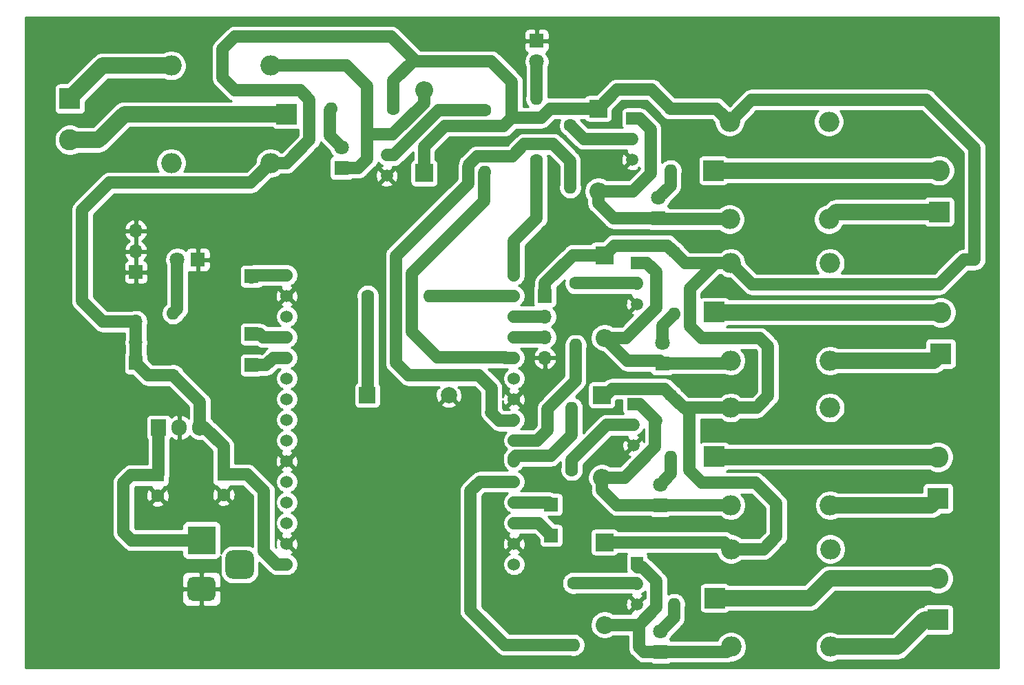
<source format=gbr>
%TF.GenerationSoftware,KiCad,Pcbnew,(5.1.12)-1*%
%TF.CreationDate,2022-04-15T12:04:31+05:30*%
%TF.ProjectId,smart_car,736d6172-745f-4636-9172-2e6b69636164,rev?*%
%TF.SameCoordinates,Original*%
%TF.FileFunction,Copper,L1,Top*%
%TF.FilePolarity,Positive*%
%FSLAX46Y46*%
G04 Gerber Fmt 4.6, Leading zero omitted, Abs format (unit mm)*
G04 Created by KiCad (PCBNEW (5.1.12)-1) date 2022-04-15 12:04:31*
%MOMM*%
%LPD*%
G01*
G04 APERTURE LIST*
%TA.AperFunction,ComponentPad*%
%ADD10R,1.700000X1.700000*%
%TD*%
%TA.AperFunction,ComponentPad*%
%ADD11C,2.600000*%
%TD*%
%TA.AperFunction,ComponentPad*%
%ADD12R,2.600000X2.600000*%
%TD*%
%TA.AperFunction,ComponentPad*%
%ADD13C,1.600000*%
%TD*%
%TA.AperFunction,ComponentPad*%
%ADD14R,1.600000X1.600000*%
%TD*%
%TA.AperFunction,ComponentPad*%
%ADD15C,1.524000*%
%TD*%
%TA.AperFunction,ComponentPad*%
%ADD16O,1.600000X1.600000*%
%TD*%
%TA.AperFunction,ComponentPad*%
%ADD17R,1.500000X1.500000*%
%TD*%
%TA.AperFunction,ComponentPad*%
%ADD18C,1.500000*%
%TD*%
%TA.AperFunction,ComponentPad*%
%ADD19O,2.500000X2.500000*%
%TD*%
%TA.AperFunction,ComponentPad*%
%ADD20R,2.500000X2.500000*%
%TD*%
%TA.AperFunction,ComponentPad*%
%ADD21O,1.700000X1.700000*%
%TD*%
%TA.AperFunction,ComponentPad*%
%ADD22C,1.800000*%
%TD*%
%TA.AperFunction,ComponentPad*%
%ADD23R,1.800000X1.800000*%
%TD*%
%TA.AperFunction,ComponentPad*%
%ADD24O,2.200000X2.200000*%
%TD*%
%TA.AperFunction,ComponentPad*%
%ADD25R,2.200000X2.200000*%
%TD*%
%TA.AperFunction,ComponentPad*%
%ADD26R,2.000000X2.000000*%
%TD*%
%TA.AperFunction,ComponentPad*%
%ADD27C,2.000000*%
%TD*%
%TA.AperFunction,ComponentPad*%
%ADD28O,1.905000X2.000000*%
%TD*%
%TA.AperFunction,ComponentPad*%
%ADD29R,1.905000X2.000000*%
%TD*%
%TA.AperFunction,ComponentPad*%
%ADD30R,3.500000X3.500000*%
%TD*%
%TA.AperFunction,Conductor*%
%ADD31C,1.500000*%
%TD*%
%TA.AperFunction,Conductor*%
%ADD32C,2.000000*%
%TD*%
%TA.AperFunction,Conductor*%
%ADD33C,0.254000*%
%TD*%
%TA.AperFunction,Conductor*%
%ADD34C,0.100000*%
%TD*%
G04 APERTURE END LIST*
D10*
%TO.P,J9,1*%
%TO.N,expin4*%
X66040000Y-123190000D03*
%TD*%
%TO.P,J8,1*%
%TO.N,expin3*%
X66040000Y-119380000D03*
%TD*%
%TO.P,J7,1*%
%TO.N,espin2*%
X102870000Y-144145000D03*
%TD*%
%TO.P,J6,1*%
%TO.N,espin1*%
X102870000Y-140335000D03*
%TD*%
%TO.P,J5,1*%
%TO.N,expin*%
X66040000Y-112268000D03*
%TD*%
D11*
%TO.P,J14,2*%
%TO.N,Net-(J14-Pad2)*%
X150431500Y-149415500D03*
D12*
%TO.P,J14,1*%
%TO.N,Net-(J14-Pad1)*%
X150431500Y-154495500D03*
%TD*%
D11*
%TO.P,J13,2*%
%TO.N,Net-(J13-Pad2)*%
X150431500Y-134493000D03*
D12*
%TO.P,J13,1*%
%TO.N,Net-(J13-Pad1)*%
X150431500Y-139573000D03*
%TD*%
D11*
%TO.P,J12,2*%
%TO.N,Net-(J12-Pad2)*%
X150558500Y-99250500D03*
D12*
%TO.P,J12,1*%
%TO.N,Net-(J12-Pad1)*%
X150558500Y-104330500D03*
%TD*%
D11*
%TO.P,J11,2*%
%TO.N,Net-(J11-Pad2)*%
X150749000Y-116713000D03*
D12*
%TO.P,J11,1*%
%TO.N,Net-(J11-Pad1)*%
X150749000Y-121793000D03*
%TD*%
D11*
%TO.P,J10,2*%
%TO.N,Net-(J10-Pad2)*%
X43688000Y-95504000D03*
D12*
%TO.P,J10,1*%
%TO.N,Net-(J10-Pad1)*%
X43688000Y-90424000D03*
%TD*%
D13*
%TO.P,C2,2*%
%TO.N,GND*%
X62585600Y-139139300D03*
D14*
%TO.P,C2,1*%
%TO.N,VCC*%
X62585600Y-136639300D03*
%TD*%
D15*
%TO.P,U2,30*%
%TO.N,headlamp*%
X98298000Y-112141000D03*
%TO.P,U2,29*%
%TO.N,buzz*%
X98298000Y-114681000D03*
%TO.P,U2,28*%
%TO.N,echo*%
X98298000Y-117221000D03*
%TO.P,U2,27*%
%TO.N,trigger*%
X98298000Y-119761000D03*
%TO.P,U2,26*%
%TO.N,relay5*%
X98298000Y-122301000D03*
%TO.P,U2,25*%
%TO.N,N/C*%
X98298000Y-124841000D03*
%TO.P,U2,24*%
%TO.N,GND*%
X98298000Y-127381000D03*
%TO.P,U2,23*%
%TO.N,relay1*%
X98298000Y-129921000D03*
%TO.P,U2,22*%
%TO.N,relay2*%
X98298000Y-132461000D03*
%TO.P,U2,21*%
%TO.N,relay3*%
X98298000Y-135001000D03*
%TO.P,U2,20*%
%TO.N,relay4*%
X98298000Y-137541000D03*
%TO.P,U2,19*%
%TO.N,espin1*%
X98298000Y-140081000D03*
%TO.P,U2,18*%
%TO.N,espin2*%
X98298000Y-142621000D03*
%TO.P,U2,17*%
%TO.N,GND*%
X98298000Y-145161000D03*
%TO.P,U2,16*%
%TO.N,N/C*%
X98298000Y-147701000D03*
%TO.P,U2,15*%
%TO.N,VCC*%
X70358000Y-147701000D03*
%TO.P,U2,14*%
%TO.N,GND*%
X70358000Y-145161000D03*
%TO.P,U2,13*%
%TO.N,N/C*%
X70358000Y-142621000D03*
%TO.P,U2,12*%
X70358000Y-140081000D03*
%TO.P,U2,11*%
X70358000Y-137541000D03*
%TO.P,U2,10*%
%TO.N,GND*%
X70358000Y-135001000D03*
%TO.P,U2,9*%
%TO.N,N/C*%
X70358000Y-132461000D03*
%TO.P,U2,8*%
X70358000Y-129921000D03*
%TO.P,U2,7*%
X70358000Y-127381000D03*
%TO.P,U2,6*%
X70358000Y-124841000D03*
%TO.P,U2,5*%
%TO.N,expin4*%
X70358000Y-122301000D03*
%TO.P,U2,4*%
%TO.N,expin3*%
X70358000Y-119761000D03*
%TO.P,U2,3*%
%TO.N,N/C*%
X70358000Y-117221000D03*
%TO.P,U2,2*%
%TO.N,GND*%
X70358000Y-114681000D03*
%TO.P,U2,1*%
%TO.N,expin*%
X70358000Y-112141000D03*
%TD*%
D16*
%TO.P,R7,2*%
%TO.N,Net-(D6-Pad2)*%
X75844400Y-91643200D03*
D13*
%TO.P,R7,1*%
%TO.N,VCC*%
X83464400Y-91643200D03*
%TD*%
D16*
%TO.P,R4,2*%
%TO.N,relay5*%
X94691200Y-99466400D03*
D13*
%TO.P,R4,1*%
%TO.N,Net-(Q1-Pad2)*%
X94691200Y-91846400D03*
%TD*%
D16*
%TO.P,R2,2*%
%TO.N,Net-(D1-Pad2)*%
X101092000Y-90424000D03*
D13*
%TO.P,R2,1*%
%TO.N,headlamp*%
X101092000Y-98044000D03*
%TD*%
D16*
%TO.P,R1,2*%
%TO.N,buzz*%
X87947500Y-114681000D03*
D13*
%TO.P,R1,1*%
%TO.N,Net-(BZ1-Pad1)*%
X80327500Y-114681000D03*
%TD*%
D17*
%TO.P,Q1,1*%
%TO.N,Net-(D3-Pad2)*%
X82651600Y-94843600D03*
D18*
%TO.P,Q1,3*%
%TO.N,GND*%
X82651600Y-99923600D03*
%TO.P,Q1,2*%
%TO.N,Net-(Q1-Pad2)*%
X82651600Y-97383600D03*
%TD*%
D19*
%TO.P,K1,5*%
%TO.N,VCC*%
X68358000Y-98354400D03*
%TO.P,K1,4*%
%TO.N,N/C*%
X56158000Y-98354400D03*
%TO.P,K1,3*%
%TO.N,Net-(J10-Pad1)*%
X56158000Y-86354400D03*
%TO.P,K1,2*%
%TO.N,Net-(D3-Pad2)*%
X68358000Y-86354400D03*
D20*
%TO.P,K1,1*%
%TO.N,Net-(J10-Pad2)*%
X70358000Y-92354400D03*
%TD*%
D21*
%TO.P,J2,4*%
%TO.N,GND*%
X102108000Y-122301000D03*
%TO.P,J2,3*%
%TO.N,trigger*%
X102108000Y-119761000D03*
%TO.P,J2,2*%
%TO.N,echo*%
X102108000Y-117221000D03*
D10*
%TO.P,J2,1*%
%TO.N,VCC*%
X102108000Y-114681000D03*
%TD*%
D22*
%TO.P,D6,2*%
%TO.N,Net-(D6-Pad2)*%
X77114400Y-96418400D03*
D23*
%TO.P,D6,1*%
%TO.N,Net-(D3-Pad2)*%
X77114400Y-98958400D03*
%TD*%
D24*
%TO.P,D3,2*%
%TO.N,Net-(D3-Pad2)*%
X87249000Y-89408000D03*
D25*
%TO.P,D3,1*%
%TO.N,VCC*%
X87249000Y-99568000D03*
%TD*%
D22*
%TO.P,D1,2*%
%TO.N,Net-(D1-Pad2)*%
X101092000Y-85852000D03*
D23*
%TO.P,D1,1*%
%TO.N,GND*%
X101092000Y-83312000D03*
%TD*%
D26*
%TO.P,BZ1,1*%
%TO.N,Net-(BZ1-Pad1)*%
X80264000Y-126873000D03*
D27*
%TO.P,BZ1,2*%
%TO.N,GND*%
X90264000Y-126873000D03*
%TD*%
D17*
%TO.P,Q2,1*%
%TO.N,Net-(D4-Pad2)*%
X113411000Y-110617000D03*
D18*
%TO.P,Q2,3*%
%TO.N,GND*%
X113411000Y-115697000D03*
%TO.P,Q2,2*%
%TO.N,Net-(Q2-Pad2)*%
X113411000Y-113157000D03*
%TD*%
D17*
%TO.P,Q3,1*%
%TO.N,Net-(D5-Pad2)*%
X112839500Y-92837000D03*
D18*
%TO.P,Q3,3*%
%TO.N,GND*%
X112839500Y-97917000D03*
%TO.P,Q3,2*%
%TO.N,Net-(Q3-Pad2)*%
X112839500Y-95377000D03*
%TD*%
D17*
%TO.P,Q4,1*%
%TO.N,Net-(D11-Pad1)*%
X112966500Y-128016000D03*
D18*
%TO.P,Q4,3*%
%TO.N,GND*%
X112966500Y-133096000D03*
%TO.P,Q4,2*%
%TO.N,Net-(Q4-Pad2)*%
X112966500Y-130556000D03*
%TD*%
D17*
%TO.P,Q5,1*%
%TO.N,Net-(D10-Pad2)*%
X113411000Y-147510500D03*
D18*
%TO.P,Q5,3*%
%TO.N,GND*%
X113411000Y-152590500D03*
%TO.P,Q5,2*%
%TO.N,Net-(Q5-Pad2)*%
X113411000Y-150050500D03*
%TD*%
D28*
%TO.P,U1,3*%
%TO.N,VCC*%
X59690000Y-130873500D03*
%TO.P,U1,2*%
%TO.N,GND*%
X57150000Y-130873500D03*
D29*
%TO.P,U1,1*%
%TO.N,Net-(C1-Pad1)*%
X54610000Y-130873500D03*
%TD*%
D16*
%TO.P,R8,2*%
%TO.N,Net-(D7-Pad2)*%
X117983000Y-116903500D03*
D13*
%TO.P,R8,1*%
%TO.N,VCC*%
X117983000Y-109283500D03*
%TD*%
D16*
%TO.P,R9,2*%
%TO.N,Net-(D8-Pad2)*%
X117538500Y-99250500D03*
D13*
%TO.P,R9,1*%
%TO.N,VCC*%
X117538500Y-91630500D03*
%TD*%
D16*
%TO.P,R12,2*%
%TO.N,Net-(D11-Pad2)*%
X117602000Y-134493000D03*
D13*
%TO.P,R12,1*%
%TO.N,VCC*%
X117602000Y-126873000D03*
%TD*%
D16*
%TO.P,R5,2*%
%TO.N,relay2*%
X105867200Y-120751600D03*
D13*
%TO.P,R5,1*%
%TO.N,Net-(Q2-Pad2)*%
X105867200Y-113131600D03*
%TD*%
D16*
%TO.P,R6,2*%
%TO.N,relay1*%
X105206800Y-101346000D03*
D13*
%TO.P,R6,1*%
%TO.N,Net-(Q3-Pad2)*%
X105206800Y-93726000D03*
%TD*%
D16*
%TO.P,R10,2*%
%TO.N,relay3*%
X105410000Y-128460500D03*
D13*
%TO.P,R10,1*%
%TO.N,Net-(Q4-Pad2)*%
X105410000Y-136080500D03*
%TD*%
D16*
%TO.P,R13,2*%
%TO.N,Net-(D12-Pad2)*%
X117983000Y-152590500D03*
D13*
%TO.P,R13,1*%
%TO.N,VCC*%
X117983000Y-144970500D03*
%TD*%
D16*
%TO.P,R11,2*%
%TO.N,relay4*%
X105600500Y-157607000D03*
D13*
%TO.P,R11,1*%
%TO.N,Net-(Q5-Pad2)*%
X105600500Y-149987000D03*
%TD*%
D16*
%TO.P,R3,2*%
%TO.N,Net-(D2-Pad2)*%
X56388000Y-116840000D03*
D13*
%TO.P,R3,1*%
%TO.N,VCC*%
X56388000Y-124460000D03*
%TD*%
D21*
%TO.P,J4,3*%
%TO.N,GND*%
X51816000Y-106680000D03*
%TO.P,J4,2*%
X51816000Y-109220000D03*
D10*
%TO.P,J4,1*%
X51816000Y-111760000D03*
%TD*%
D21*
%TO.P,J3,3*%
%TO.N,VCC*%
X51816000Y-117856000D03*
%TO.P,J3,2*%
X51816000Y-120396000D03*
D10*
%TO.P,J3,1*%
X51816000Y-122936000D03*
%TD*%
%TO.P,J1,3*%
%TO.N,N/C*%
%TA.AperFunction,ComponentPad*%
G36*
G01*
X65442800Y-149466500D02*
X63692800Y-149466500D01*
G75*
G02*
X62817800Y-148591500I0J875000D01*
G01*
X62817800Y-146841500D01*
G75*
G02*
X63692800Y-145966500I875000J0D01*
G01*
X65442800Y-145966500D01*
G75*
G02*
X66317800Y-146841500I0J-875000D01*
G01*
X66317800Y-148591500D01*
G75*
G02*
X65442800Y-149466500I-875000J0D01*
G01*
G37*
%TD.AperFunction*%
%TO.P,J1,2*%
%TO.N,GND*%
%TA.AperFunction,ComponentPad*%
G36*
G01*
X60867800Y-152216500D02*
X58867800Y-152216500D01*
G75*
G02*
X58117800Y-151466500I0J750000D01*
G01*
X58117800Y-149966500D01*
G75*
G02*
X58867800Y-149216500I750000J0D01*
G01*
X60867800Y-149216500D01*
G75*
G02*
X61617800Y-149966500I0J-750000D01*
G01*
X61617800Y-151466500D01*
G75*
G02*
X60867800Y-152216500I-750000J0D01*
G01*
G37*
%TD.AperFunction*%
D30*
%TO.P,J1,1*%
%TO.N,Net-(C1-Pad1)*%
X59867800Y-144716500D03*
%TD*%
D22*
%TO.P,D7,2*%
%TO.N,Net-(D7-Pad2)*%
X116522500Y-120459500D03*
D23*
%TO.P,D7,1*%
%TO.N,Net-(D4-Pad2)*%
X116522500Y-122999500D03*
%TD*%
D22*
%TO.P,D8,2*%
%TO.N,Net-(D8-Pad2)*%
X116078000Y-102616000D03*
D23*
%TO.P,D8,1*%
%TO.N,Net-(D5-Pad2)*%
X116078000Y-105156000D03*
%TD*%
D22*
%TO.P,D11,2*%
%TO.N,Net-(D11-Pad2)*%
X116268500Y-137858500D03*
D23*
%TO.P,D11,1*%
%TO.N,Net-(D11-Pad1)*%
X116268500Y-140398500D03*
%TD*%
D22*
%TO.P,D12,2*%
%TO.N,Net-(D12-Pad2)*%
X116332000Y-155892500D03*
D23*
%TO.P,D12,1*%
%TO.N,Net-(D10-Pad2)*%
X116332000Y-158432500D03*
%TD*%
D22*
%TO.P,D2,2*%
%TO.N,Net-(D2-Pad2)*%
X56896000Y-110236000D03*
D23*
%TO.P,D2,1*%
%TO.N,GND*%
X59436000Y-110236000D03*
%TD*%
D13*
%TO.P,C1,2*%
%TO.N,GND*%
X54483000Y-139240900D03*
D14*
%TO.P,C1,1*%
%TO.N,Net-(C1-Pad1)*%
X54483000Y-136740900D03*
%TD*%
D19*
%TO.P,K2,5*%
%TO.N,VCC*%
X124936000Y-110649500D03*
%TO.P,K2,4*%
%TO.N,N/C*%
X137136000Y-110649500D03*
%TO.P,K2,3*%
%TO.N,Net-(J11-Pad1)*%
X137136000Y-122649500D03*
%TO.P,K2,2*%
%TO.N,Net-(D4-Pad2)*%
X124936000Y-122649500D03*
D20*
%TO.P,K2,1*%
%TO.N,Net-(J11-Pad2)*%
X122936000Y-116649500D03*
%TD*%
D19*
%TO.P,K3,5*%
%TO.N,VCC*%
X124809000Y-93250500D03*
%TO.P,K3,4*%
%TO.N,N/C*%
X137009000Y-93250500D03*
%TO.P,K3,3*%
%TO.N,Net-(J12-Pad1)*%
X137009000Y-105250500D03*
%TO.P,K3,2*%
%TO.N,Net-(D5-Pad2)*%
X124809000Y-105250500D03*
D20*
%TO.P,K3,1*%
%TO.N,Net-(J12-Pad2)*%
X122809000Y-99250500D03*
%TD*%
D19*
%TO.P,K4,5*%
%TO.N,VCC*%
X124936000Y-128429500D03*
%TO.P,K4,4*%
%TO.N,N/C*%
X137136000Y-128429500D03*
%TO.P,K4,3*%
%TO.N,Net-(J13-Pad1)*%
X137136000Y-140429500D03*
%TO.P,K4,2*%
%TO.N,Net-(D11-Pad1)*%
X124936000Y-140429500D03*
D20*
%TO.P,K4,1*%
%TO.N,Net-(J13-Pad2)*%
X122936000Y-134429500D03*
%TD*%
D19*
%TO.P,K5,5*%
%TO.N,VCC*%
X124999500Y-145828500D03*
%TO.P,K5,4*%
%TO.N,N/C*%
X137199500Y-145828500D03*
%TO.P,K5,3*%
%TO.N,Net-(J14-Pad1)*%
X137199500Y-157828500D03*
%TO.P,K5,2*%
%TO.N,Net-(D10-Pad2)*%
X124999500Y-157828500D03*
D20*
%TO.P,K5,1*%
%TO.N,Net-(J14-Pad2)*%
X122999500Y-151828500D03*
%TD*%
D24*
%TO.P,D4,2*%
%TO.N,Net-(D4-Pad2)*%
X109410500Y-119824500D03*
D25*
%TO.P,D4,1*%
%TO.N,VCC*%
X109410500Y-109664500D03*
%TD*%
D24*
%TO.P,D5,2*%
%TO.N,Net-(D5-Pad2)*%
X108648500Y-101790500D03*
D25*
%TO.P,D5,1*%
%TO.N,VCC*%
X108648500Y-91630500D03*
%TD*%
D24*
%TO.P,D9,2*%
%TO.N,Net-(D11-Pad1)*%
X109093000Y-137033000D03*
D25*
%TO.P,D9,1*%
%TO.N,VCC*%
X109093000Y-126873000D03*
%TD*%
D24*
%TO.P,D10,2*%
%TO.N,Net-(D10-Pad2)*%
X109410500Y-155130500D03*
D25*
%TO.P,D10,1*%
%TO.N,VCC*%
X109410500Y-144970500D03*
%TD*%
D31*
%TO.N,Net-(D2-Pad2)*%
X56896000Y-116332000D02*
X56388000Y-116840000D01*
X56896000Y-110236000D02*
X56896000Y-116332000D01*
%TO.N,VCC*%
X123189000Y-91630500D02*
X124809000Y-93250500D01*
X117538500Y-91630500D02*
X123189000Y-91630500D01*
X105575100Y-109664500D02*
X109410500Y-109664500D01*
X102108000Y-113131600D02*
X105575100Y-109664500D01*
X102108000Y-114681000D02*
X102108000Y-113131600D01*
X117538500Y-91630500D02*
X115214400Y-89306400D01*
X110972600Y-89306400D02*
X108648500Y-91630500D01*
X115214400Y-89306400D02*
X110972600Y-89306400D01*
X83464400Y-88239600D02*
X86055200Y-85648800D01*
X83464400Y-91643200D02*
X83464400Y-88239600D01*
X110591499Y-108483501D02*
X109410500Y-109664500D01*
X117183001Y-108483501D02*
X110591499Y-108483501D01*
X117983000Y-109283500D02*
X117183001Y-108483501D01*
X119158500Y-128429500D02*
X117602000Y-126873000D01*
X64008000Y-82804000D02*
X83210400Y-82804000D01*
X62484000Y-84328000D02*
X64008000Y-82804000D01*
X83210400Y-82804000D02*
X86055200Y-85648800D01*
X62484000Y-87884000D02*
X62484000Y-84328000D01*
X64008000Y-89408000D02*
X62484000Y-87884000D01*
X71981602Y-89408000D02*
X64008000Y-89408000D01*
X73152000Y-90578398D02*
X71981602Y-89408000D01*
X73152000Y-95504000D02*
X73152000Y-90578398D01*
X70301600Y-98354400D02*
X73152000Y-95504000D01*
X68358000Y-98354400D02*
X70301600Y-98354400D01*
X53340000Y-124460000D02*
X51816000Y-122936000D01*
X56388000Y-124460000D02*
X53340000Y-124460000D01*
X51816000Y-117856000D02*
X51816000Y-120396000D01*
X51816000Y-120396000D02*
X51816000Y-122936000D01*
X59690000Y-130873500D02*
X60261500Y-130873500D01*
X62585600Y-133197600D02*
X62585600Y-136639300D01*
X60261500Y-130873500D02*
X62585600Y-133197600D01*
X65519300Y-136639300D02*
X62585600Y-136639300D01*
X67564000Y-146098902D02*
X67564000Y-138684000D01*
X69166098Y-147701000D02*
X67564000Y-146098902D01*
X67564000Y-138684000D02*
X65519300Y-136639300D01*
X70358000Y-147701000D02*
X69166098Y-147701000D01*
X109410500Y-144970500D02*
X117983000Y-144970500D01*
X65957999Y-100754401D02*
X48597599Y-100754401D01*
X68358000Y-98354400D02*
X65957999Y-100754401D01*
X48597599Y-100754401D02*
X45212000Y-104140000D01*
X45212000Y-104140000D02*
X45212000Y-115316000D01*
X47752000Y-117856000D02*
X51816000Y-117856000D01*
X45212000Y-115316000D02*
X47752000Y-117856000D01*
X116844999Y-126115999D02*
X117602000Y-126873000D01*
X110358001Y-126115999D02*
X116844999Y-126115999D01*
X109601000Y-126873000D02*
X110358001Y-126115999D01*
X109093000Y-126873000D02*
X109601000Y-126873000D01*
X119349000Y-110649500D02*
X117983000Y-109283500D01*
X124936000Y-110649500D02*
X119349000Y-110649500D01*
X123030500Y-110649500D02*
X124936000Y-110649500D01*
X119933001Y-118409001D02*
X119933001Y-113746999D01*
X121412000Y-119888000D02*
X119933001Y-118409001D01*
X128524000Y-119888000D02*
X121412000Y-119888000D01*
X129540000Y-120904000D02*
X128524000Y-119888000D01*
X119933001Y-113746999D02*
X123030500Y-110649500D01*
X129540000Y-127000000D02*
X129540000Y-120904000D01*
X128110500Y-128429500D02*
X129540000Y-127000000D01*
X124936000Y-128429500D02*
X128110500Y-128429500D01*
X124141500Y-144970500D02*
X124999500Y-145828500D01*
X117983000Y-144970500D02*
X124141500Y-144970500D01*
X119888000Y-136144000D02*
X119888000Y-129032000D01*
X119888000Y-129032000D02*
X119285500Y-128429500D01*
X121412000Y-137668000D02*
X119888000Y-136144000D01*
X130556000Y-144272000D02*
X130556000Y-140208000D01*
X128999500Y-145828500D02*
X130556000Y-144272000D01*
X124999500Y-145828500D02*
X128999500Y-145828500D01*
X130556000Y-140208000D02*
X128016000Y-137668000D01*
X119285500Y-128429500D02*
X119158500Y-128429500D01*
X128016000Y-137668000D02*
X121412000Y-137668000D01*
X124936000Y-128429500D02*
X119285500Y-128429500D01*
X59690000Y-127762000D02*
X56388000Y-124460000D01*
X59690000Y-130873500D02*
X59690000Y-127762000D01*
X124809000Y-93250500D02*
X127508000Y-90551500D01*
X127508000Y-90551500D02*
X148971500Y-90551500D01*
X148971500Y-90551500D02*
X154940000Y-96520000D01*
X154940000Y-96520000D02*
X154940000Y-110236000D01*
X153599998Y-110236000D02*
X150551998Y-113284000D01*
X154940000Y-110236000D02*
X153599998Y-110236000D01*
X127570500Y-113284000D02*
X124936000Y-110649500D01*
X150551998Y-113284000D02*
X127570500Y-113284000D01*
X86258400Y-85852000D02*
X86055200Y-85648800D01*
X98044000Y-92782401D02*
X98044000Y-88392000D01*
X97030000Y-93796401D02*
X98044000Y-92782401D01*
X95504000Y-85852000D02*
X86258400Y-85852000D01*
X93755199Y-93796401D02*
X97030000Y-93796401D01*
X90201199Y-93796401D02*
X90251190Y-93746410D01*
X98044000Y-88392000D02*
X95504000Y-85852000D01*
X89782099Y-93796401D02*
X90201199Y-93796401D01*
X90251190Y-93746410D02*
X93705208Y-93746410D01*
X87249000Y-96329500D02*
X89782099Y-93796401D01*
X93705208Y-93746410D02*
X93755199Y-93796401D01*
X87249000Y-99568000D02*
X87249000Y-96329500D01*
X101619601Y-92782401D02*
X98044000Y-92782401D01*
X102771502Y-91630500D02*
X101619601Y-92782401D01*
X108648500Y-91630500D02*
X102771502Y-91630500D01*
%TO.N,Net-(D5-Pad2)*%
X116172500Y-105250500D02*
X116078000Y-105156000D01*
X124809000Y-105250500D02*
X116172500Y-105250500D01*
X116078000Y-105156000D02*
X110540800Y-105156000D01*
X108648500Y-103263700D02*
X108648500Y-101790500D01*
X110540800Y-105156000D02*
X108648500Y-103263700D01*
X113715800Y-92837000D02*
X112839500Y-92837000D01*
X115112800Y-94234000D02*
X113715800Y-92837000D01*
X115112800Y-99618800D02*
X115112800Y-94234000D01*
X112941100Y-101790500D02*
X115112800Y-99618800D01*
X108648500Y-101790500D02*
X112941100Y-101790500D01*
%TO.N,Net-(D4-Pad2)*%
X109410500Y-119824500D02*
X112268000Y-122682000D01*
X116205000Y-122682000D02*
X116522500Y-122999500D01*
X112268000Y-122682000D02*
X116205000Y-122682000D01*
X124586000Y-122999500D02*
X124936000Y-122649500D01*
X116522500Y-122999500D02*
X124586000Y-122999500D01*
X114630200Y-110617000D02*
X113411000Y-110617000D01*
X115773200Y-111760000D02*
X114630200Y-110617000D01*
X115773200Y-116146802D02*
X115773200Y-111760000D01*
X112095502Y-119824500D02*
X115773200Y-116146802D01*
X109410500Y-119824500D02*
X112095502Y-119824500D01*
%TO.N,Net-(Q3-Pad2)*%
X106857800Y-95377000D02*
X105206800Y-93726000D01*
X112839500Y-95377000D02*
X106857800Y-95377000D01*
%TO.N,Net-(Q2-Pad2)*%
X113385600Y-113131600D02*
X113411000Y-113157000D01*
X105867200Y-113131600D02*
X113385600Y-113131600D01*
%TO.N,relay2*%
X105867200Y-125117298D02*
X102412800Y-128571698D01*
X105867200Y-120751600D02*
X105867200Y-125117298D01*
X102412800Y-128571698D02*
X102412800Y-131216400D01*
X101168200Y-132461000D02*
X98298000Y-132461000D01*
X102412800Y-131216400D02*
X101168200Y-132461000D01*
%TO.N,relay3*%
X98494199Y-134373001D02*
X102812199Y-134373001D01*
X98298000Y-134569200D02*
X98494199Y-134373001D01*
X98298000Y-135001000D02*
X98298000Y-134569200D01*
X105410000Y-131775200D02*
X105410000Y-128460500D01*
X102812199Y-134373001D02*
X105410000Y-131775200D01*
%TO.N,Net-(D8-Pad2)*%
X117538500Y-101155500D02*
X116078000Y-102616000D01*
X117538500Y-99250500D02*
X117538500Y-101155500D01*
%TO.N,Net-(D7-Pad2)*%
X116522500Y-118364000D02*
X117983000Y-116903500D01*
X116522500Y-120459500D02*
X116522500Y-118364000D01*
%TO.N,Net-(BZ1-Pad1)*%
X80327500Y-126809500D02*
X80264000Y-126873000D01*
X80327500Y-114681000D02*
X80327500Y-126809500D01*
%TO.N,Net-(D3-Pad2)*%
X80401600Y-94843600D02*
X82651600Y-94843600D01*
%TO.N,Net-(D6-Pad2)*%
X77114400Y-96418400D02*
X75641200Y-94945200D01*
X75641200Y-91846400D02*
X75844400Y-91643200D01*
X75641200Y-94945200D02*
X75641200Y-91846400D01*
%TO.N,Net-(Q1-Pad2)*%
X82651600Y-97383600D02*
X83507879Y-97383600D01*
X83507879Y-97383600D02*
X89045079Y-91846400D01*
X89045079Y-91846400D02*
X94691200Y-91846400D01*
%TO.N,trigger*%
X98298000Y-119761000D02*
X102108000Y-119761000D01*
%TO.N,echo*%
X102108000Y-117221000D02*
X98298000Y-117221000D01*
%TO.N,Net-(Q4-Pad2)*%
X105410000Y-136080500D02*
X105410000Y-134874000D01*
X109728000Y-130556000D02*
X112966500Y-130556000D01*
X105410000Y-134874000D02*
X109728000Y-130556000D01*
%TO.N,relay1*%
X105206800Y-98094800D02*
X105206800Y-101346000D01*
X103124000Y-96012000D02*
X105206800Y-98094800D01*
X99568000Y-96012000D02*
X103124000Y-96012000D01*
X98063601Y-97516399D02*
X99568000Y-96012000D01*
X93755199Y-97516399D02*
X98063601Y-97516399D01*
X92741199Y-98530399D02*
X93755199Y-97516399D01*
X98298000Y-129921000D02*
X98171000Y-130048000D01*
X98171000Y-130048000D02*
X96520000Y-130048000D01*
X96520000Y-130048000D02*
X95504000Y-129032000D01*
X95504000Y-129032000D02*
X95532761Y-129003239D01*
X95532761Y-129003239D02*
X95532761Y-126012761D01*
X95532761Y-126012761D02*
X93980000Y-124460000D01*
X93980000Y-124460000D02*
X85344000Y-124460000D01*
X85344000Y-124460000D02*
X83799590Y-122915590D01*
X83799590Y-122915590D02*
X83799590Y-109748410D01*
X83799590Y-109748410D02*
X92689590Y-100858410D01*
X92689590Y-100858410D02*
X92689590Y-98780991D01*
X92689590Y-98780991D02*
X92741199Y-98729382D01*
X92741199Y-98729382D02*
X92741199Y-98530399D01*
%TO.N,relay4*%
X94107000Y-137541000D02*
X98298000Y-137541000D01*
X92964000Y-138684000D02*
X94107000Y-137541000D01*
X92964000Y-153416000D02*
X92964000Y-138684000D01*
X97155000Y-157607000D02*
X92964000Y-153416000D01*
X105600500Y-157607000D02*
X97155000Y-157607000D01*
%TO.N,Net-(C1-Pad1)*%
X54610000Y-136613900D02*
X54483000Y-136740900D01*
X54610000Y-130873500D02*
X54610000Y-136613900D01*
X51244500Y-144716500D02*
X59867800Y-144716500D01*
X50292000Y-143764000D02*
X51244500Y-144716500D01*
X50292000Y-137668000D02*
X50292000Y-143764000D01*
X51219100Y-136740900D02*
X50292000Y-137668000D01*
X54483000Y-136740900D02*
X51219100Y-136740900D01*
%TO.N,Net-(D1-Pad2)*%
X101092000Y-90424000D02*
X101092000Y-85852000D01*
%TO.N,Net-(D3-Pad2)*%
X80401600Y-94843600D02*
X80264000Y-94706000D01*
X80264000Y-97840800D02*
X80264000Y-94706000D01*
X79146400Y-98958400D02*
X80264000Y-97840800D01*
X77114400Y-98958400D02*
X79146400Y-98958400D01*
X73441602Y-86354400D02*
X68358000Y-86354400D01*
X73447202Y-86360000D02*
X73441602Y-86354400D01*
X80264000Y-88900000D02*
X77724000Y-86360000D01*
X77724000Y-86360000D02*
X73447202Y-86360000D01*
X80264000Y-94706000D02*
X80264000Y-88900000D01*
X87249000Y-89408000D02*
X87249000Y-90955458D01*
X87249000Y-90955458D02*
X83360858Y-94843600D01*
X83360858Y-94843600D02*
X82651600Y-94843600D01*
%TO.N,Net-(D10-Pad2)*%
X114134509Y-148086990D02*
X115824000Y-149776481D01*
X113542990Y-148086990D02*
X114134509Y-148086990D01*
X113411000Y-147955000D02*
X113542990Y-148086990D01*
X113411000Y-147510500D02*
X113411000Y-147955000D01*
X113683002Y-155130500D02*
X109410500Y-155130500D01*
X115824000Y-152989502D02*
X113683002Y-155130500D01*
X115824000Y-149776481D02*
X115824000Y-152989502D01*
X124395500Y-158432500D02*
X124999500Y-157828500D01*
X116332000Y-158432500D02*
X124395500Y-158432500D01*
X116332000Y-158432500D02*
X114236500Y-158432500D01*
X113683002Y-157879002D02*
X113683002Y-155130500D01*
X114236500Y-158432500D02*
X113683002Y-157879002D01*
%TO.N,Net-(D11-Pad2)*%
X117602000Y-136525000D02*
X116268500Y-137858500D01*
X117602000Y-134493000D02*
X117602000Y-136525000D01*
%TO.N,Net-(D12-Pad2)*%
X117983000Y-154241500D02*
X117983000Y-152590500D01*
X116332000Y-155892500D02*
X117983000Y-154241500D01*
%TO.N,Net-(Q5-Pad2)*%
X113347500Y-149987000D02*
X113411000Y-150050500D01*
X105600500Y-149987000D02*
X113347500Y-149987000D01*
%TO.N,buzz*%
X98298000Y-114681000D02*
X87947500Y-114681000D01*
%TO.N,headlamp*%
X101092000Y-105156000D02*
X101092000Y-98044000D01*
X98298000Y-107950000D02*
X101092000Y-105156000D01*
X98298000Y-112141000D02*
X98298000Y-107950000D01*
%TO.N,relay5*%
X94589600Y-99568000D02*
X94691200Y-99466400D01*
X94589600Y-103022400D02*
X94589600Y-99568000D01*
X85699600Y-111912400D02*
X94589600Y-103022400D01*
X85699600Y-119075200D02*
X85699600Y-111912400D01*
X97194970Y-122275600D02*
X88900000Y-122275600D01*
X88900000Y-122275600D02*
X85699600Y-119075200D01*
X97220370Y-122301000D02*
X97194970Y-122275600D01*
X98298000Y-122301000D02*
X97220370Y-122301000D01*
%TO.N,Net-(D11-Pad1)*%
X116299500Y-140429500D02*
X116268500Y-140398500D01*
X124936000Y-140429500D02*
X116299500Y-140429500D01*
X112966500Y-128016000D02*
X113792000Y-128016000D01*
X113792000Y-128016000D02*
X115824000Y-130048000D01*
X115651999Y-130220001D02*
X115651999Y-133268001D01*
X115824000Y-130048000D02*
X115651999Y-130220001D01*
X111887000Y-137033000D02*
X109093000Y-137033000D01*
X115651999Y-133268001D02*
X111887000Y-137033000D01*
X116268500Y-140398500D02*
X110934500Y-140398500D01*
X109093000Y-138557000D02*
X109093000Y-137033000D01*
X110934500Y-140398500D02*
X109093000Y-138557000D01*
%TO.N,expin*%
X66294000Y-112141000D02*
X66040000Y-112395000D01*
X70358000Y-112141000D02*
X66294000Y-112141000D01*
%TO.N,espin1*%
X102616000Y-140081000D02*
X102870000Y-140335000D01*
X98298000Y-140081000D02*
X102616000Y-140081000D01*
%TO.N,espin2*%
X101346000Y-142621000D02*
X98298000Y-142621000D01*
X102870000Y-144145000D02*
X101346000Y-142621000D01*
%TO.N,expin3*%
X66040000Y-119380000D02*
X67056000Y-119380000D01*
X67437000Y-119761000D02*
X70358000Y-119761000D01*
X67056000Y-119380000D02*
X67437000Y-119761000D01*
%TO.N,expin4*%
X70358000Y-122301000D02*
X68707000Y-122301000D01*
X67818000Y-123190000D02*
X66040000Y-123190000D01*
X68707000Y-122301000D02*
X67818000Y-123190000D01*
D32*
%TO.N,Net-(J10-Pad2)*%
X43688000Y-95504000D02*
X47244000Y-95504000D01*
X50393600Y-92354400D02*
X70358000Y-92354400D01*
X47244000Y-95504000D02*
X50393600Y-92354400D01*
%TO.N,Net-(J10-Pad1)*%
X47757600Y-86354400D02*
X43688000Y-90424000D01*
X56158000Y-86354400D02*
X47757600Y-86354400D01*
%TO.N,Net-(J11-Pad2)*%
X122999500Y-116713000D02*
X122936000Y-116649500D01*
X150749000Y-116713000D02*
X122999500Y-116713000D01*
%TO.N,Net-(J11-Pad1)*%
X149892500Y-122649500D02*
X150749000Y-121793000D01*
X137136000Y-122649500D02*
X149892500Y-122649500D01*
%TO.N,Net-(J12-Pad2)*%
X122809000Y-99250500D02*
X150558500Y-99250500D01*
%TO.N,Net-(J12-Pad1)*%
X137929000Y-104330500D02*
X137009000Y-105250500D01*
X150558500Y-104330500D02*
X137929000Y-104330500D01*
%TO.N,Net-(J13-Pad2)*%
X122999500Y-134493000D02*
X122936000Y-134429500D01*
X150431500Y-134493000D02*
X122999500Y-134493000D01*
%TO.N,Net-(J13-Pad1)*%
X149575000Y-140429500D02*
X150431500Y-139573000D01*
X137136000Y-140429500D02*
X149575000Y-140429500D01*
D31*
%TO.N,Net-(J14-Pad2)*%
X150368000Y-149352000D02*
X150431500Y-149415500D01*
D32*
X150431500Y-149415500D02*
X137096500Y-149415500D01*
X134683500Y-151828500D02*
X122999500Y-151828500D01*
X137096500Y-149415500D02*
X134683500Y-151828500D01*
%TO.N,Net-(J14-Pad1)*%
X150431500Y-154495500D02*
X148780500Y-154495500D01*
X145447500Y-157828500D02*
X137199500Y-157828500D01*
X148780500Y-154495500D02*
X145447500Y-157828500D01*
%TD*%
D33*
%TO.N,GND*%
X157861000Y-160401000D02*
X38227000Y-160401000D01*
X38227000Y-152216500D01*
X57479728Y-152216500D01*
X57491988Y-152340982D01*
X57528298Y-152460680D01*
X57587263Y-152570994D01*
X57666615Y-152667685D01*
X57763306Y-152747037D01*
X57873620Y-152806002D01*
X57993318Y-152842312D01*
X58117800Y-152854572D01*
X59582050Y-152851500D01*
X59740800Y-152692750D01*
X59740800Y-150843500D01*
X59994800Y-150843500D01*
X59994800Y-152692750D01*
X60153550Y-152851500D01*
X61617800Y-152854572D01*
X61742282Y-152842312D01*
X61861980Y-152806002D01*
X61972294Y-152747037D01*
X62068985Y-152667685D01*
X62148337Y-152570994D01*
X62207302Y-152460680D01*
X62243612Y-152340982D01*
X62255872Y-152216500D01*
X62252800Y-151002250D01*
X62094050Y-150843500D01*
X59994800Y-150843500D01*
X59740800Y-150843500D01*
X57641550Y-150843500D01*
X57482800Y-151002250D01*
X57479728Y-152216500D01*
X38227000Y-152216500D01*
X38227000Y-149216500D01*
X57479728Y-149216500D01*
X57482800Y-150430750D01*
X57641550Y-150589500D01*
X59740800Y-150589500D01*
X59740800Y-148740250D01*
X59994800Y-148740250D01*
X59994800Y-150589500D01*
X62094050Y-150589500D01*
X62252800Y-150430750D01*
X62255872Y-149216500D01*
X62243612Y-149092018D01*
X62207302Y-148972320D01*
X62148337Y-148862006D01*
X62068985Y-148765315D01*
X61972294Y-148685963D01*
X61861980Y-148626998D01*
X61742282Y-148590688D01*
X61617800Y-148578428D01*
X60153550Y-148581500D01*
X59994800Y-148740250D01*
X59740800Y-148740250D01*
X59582050Y-148581500D01*
X58117800Y-148578428D01*
X57993318Y-148590688D01*
X57873620Y-148626998D01*
X57763306Y-148685963D01*
X57666615Y-148765315D01*
X57587263Y-148862006D01*
X57528298Y-148972320D01*
X57491988Y-149092018D01*
X57479728Y-149216500D01*
X38227000Y-149216500D01*
X38227000Y-95313419D01*
X41753000Y-95313419D01*
X41753000Y-95694581D01*
X41827361Y-96068419D01*
X41973225Y-96420566D01*
X42184987Y-96737491D01*
X42454509Y-97007013D01*
X42771434Y-97218775D01*
X43123581Y-97364639D01*
X43497419Y-97439000D01*
X43878581Y-97439000D01*
X44252419Y-97364639D01*
X44604566Y-97218775D01*
X44723958Y-97139000D01*
X47163681Y-97139000D01*
X47244000Y-97146911D01*
X47324319Y-97139000D01*
X47324322Y-97139000D01*
X47564516Y-97115343D01*
X47872715Y-97021852D01*
X48156752Y-96870031D01*
X48405714Y-96665714D01*
X48456925Y-96603313D01*
X51070839Y-93989400D01*
X68602499Y-93989400D01*
X68656815Y-94055585D01*
X68753506Y-94134937D01*
X68863820Y-94193902D01*
X68983518Y-94230212D01*
X69108000Y-94242472D01*
X71608000Y-94242472D01*
X71732482Y-94230212D01*
X71767000Y-94219741D01*
X71767000Y-94930314D01*
X69727915Y-96969400D01*
X69638793Y-96969400D01*
X69559618Y-96890225D01*
X69250882Y-96683934D01*
X68907834Y-96541839D01*
X68543656Y-96469400D01*
X68172344Y-96469400D01*
X67808166Y-96541839D01*
X67465118Y-96683934D01*
X67156382Y-96890225D01*
X66893825Y-97152782D01*
X66687534Y-97461518D01*
X66545439Y-97804566D01*
X66473000Y-98168744D01*
X66473000Y-98280714D01*
X65384314Y-99369401D01*
X57746869Y-99369401D01*
X57828466Y-99247282D01*
X57970561Y-98904234D01*
X58043000Y-98540056D01*
X58043000Y-98168744D01*
X57970561Y-97804566D01*
X57828466Y-97461518D01*
X57622175Y-97152782D01*
X57359618Y-96890225D01*
X57050882Y-96683934D01*
X56707834Y-96541839D01*
X56343656Y-96469400D01*
X55972344Y-96469400D01*
X55608166Y-96541839D01*
X55265118Y-96683934D01*
X54956382Y-96890225D01*
X54693825Y-97152782D01*
X54487534Y-97461518D01*
X54345439Y-97804566D01*
X54273000Y-98168744D01*
X54273000Y-98540056D01*
X54345439Y-98904234D01*
X54487534Y-99247282D01*
X54569131Y-99369401D01*
X48665627Y-99369401D01*
X48597598Y-99362701D01*
X48529569Y-99369401D01*
X48529562Y-99369401D01*
X48351698Y-99386919D01*
X48326091Y-99389441D01*
X48072389Y-99466401D01*
X48065018Y-99468637D01*
X47824411Y-99597244D01*
X47824409Y-99597245D01*
X47824410Y-99597245D01*
X47666365Y-99726949D01*
X47666363Y-99726951D01*
X47613518Y-99770320D01*
X47570149Y-99823165D01*
X44280765Y-103112550D01*
X44227919Y-103155920D01*
X44054843Y-103366813D01*
X44005662Y-103458825D01*
X43926236Y-103607420D01*
X43868946Y-103796281D01*
X43847040Y-103868494D01*
X43827000Y-104071964D01*
X43827000Y-104071971D01*
X43820300Y-104140000D01*
X43827000Y-104208029D01*
X43827001Y-115247961D01*
X43820300Y-115316000D01*
X43847040Y-115587507D01*
X43926236Y-115848580D01*
X44054844Y-116089188D01*
X44184548Y-116247233D01*
X44184551Y-116247236D01*
X44227920Y-116300081D01*
X44280765Y-116343450D01*
X46724546Y-118787231D01*
X46767919Y-118840081D01*
X46978812Y-119013157D01*
X47219419Y-119141764D01*
X47480493Y-119220960D01*
X47683963Y-119241000D01*
X47683972Y-119241000D01*
X47751999Y-119247700D01*
X47820026Y-119241000D01*
X50431001Y-119241000D01*
X50431001Y-119859193D01*
X50388068Y-119962842D01*
X50331000Y-120249740D01*
X50331000Y-120542260D01*
X50388068Y-120829158D01*
X50431000Y-120932806D01*
X50431001Y-121739855D01*
X50376498Y-121841820D01*
X50340188Y-121961518D01*
X50327928Y-122086000D01*
X50327928Y-123786000D01*
X50340188Y-123910482D01*
X50376498Y-124030180D01*
X50435463Y-124140494D01*
X50514815Y-124237185D01*
X50611506Y-124316537D01*
X50721820Y-124375502D01*
X50841518Y-124411812D01*
X50966000Y-124424072D01*
X51345387Y-124424072D01*
X52312546Y-125391231D01*
X52355919Y-125444081D01*
X52566812Y-125617157D01*
X52807419Y-125745764D01*
X53068493Y-125824960D01*
X53271963Y-125845000D01*
X53271972Y-125845000D01*
X53339999Y-125851700D01*
X53408026Y-125845000D01*
X55814315Y-125845000D01*
X58305001Y-128335687D01*
X58305000Y-129746490D01*
X58259437Y-129692185D01*
X58016923Y-129497531D01*
X57741094Y-129353929D01*
X57522980Y-129282937D01*
X57277000Y-129402906D01*
X57277000Y-130746500D01*
X57297000Y-130746500D01*
X57297000Y-131000500D01*
X57277000Y-131000500D01*
X57277000Y-132344094D01*
X57522980Y-132464063D01*
X57741094Y-132393071D01*
X58016923Y-132249469D01*
X58259437Y-132054815D01*
X58414837Y-131869601D01*
X58562037Y-132048963D01*
X58803766Y-132247345D01*
X59079552Y-132394755D01*
X59378797Y-132485530D01*
X59690000Y-132516181D01*
X59922588Y-132493273D01*
X61200600Y-133771286D01*
X61200601Y-135586696D01*
X61196098Y-135595120D01*
X61159788Y-135714818D01*
X61147528Y-135839300D01*
X61147528Y-137439300D01*
X61159788Y-137563782D01*
X61196098Y-137683480D01*
X61255063Y-137793794D01*
X61334415Y-137890485D01*
X61431106Y-137969837D01*
X61541420Y-138028802D01*
X61661118Y-138065112D01*
X61785600Y-138077372D01*
X61792815Y-138077372D01*
X61772503Y-138146598D01*
X62585600Y-138959695D01*
X63398697Y-138146598D01*
X63378385Y-138077372D01*
X63385600Y-138077372D01*
X63510082Y-138065112D01*
X63629780Y-138028802D01*
X63638203Y-138024300D01*
X64945615Y-138024300D01*
X66179001Y-139257686D01*
X66179000Y-145527614D01*
X66021828Y-145443604D01*
X65737986Y-145357501D01*
X65442800Y-145328428D01*
X63692800Y-145328428D01*
X63397614Y-145357501D01*
X63113772Y-145443604D01*
X62852182Y-145583427D01*
X62622897Y-145771597D01*
X62434727Y-146000882D01*
X62294904Y-146262472D01*
X62255872Y-146391143D01*
X62255872Y-142966500D01*
X62243612Y-142842018D01*
X62207302Y-142722320D01*
X62148337Y-142612006D01*
X62068985Y-142515315D01*
X61972294Y-142435963D01*
X61861980Y-142376998D01*
X61742282Y-142340688D01*
X61617800Y-142328428D01*
X58117800Y-142328428D01*
X57993318Y-142340688D01*
X57873620Y-142376998D01*
X57763306Y-142435963D01*
X57666615Y-142515315D01*
X57587263Y-142612006D01*
X57528298Y-142722320D01*
X57491988Y-142842018D01*
X57479728Y-142966500D01*
X57479728Y-143331500D01*
X51818186Y-143331500D01*
X51677000Y-143190315D01*
X51677000Y-140233602D01*
X53669903Y-140233602D01*
X53741486Y-140477571D01*
X53996996Y-140598471D01*
X54271184Y-140667200D01*
X54553512Y-140681117D01*
X54833130Y-140639687D01*
X55099292Y-140544503D01*
X55224514Y-140477571D01*
X55296097Y-140233602D01*
X55194497Y-140132002D01*
X61772503Y-140132002D01*
X61844086Y-140375971D01*
X62099596Y-140496871D01*
X62373784Y-140565600D01*
X62656112Y-140579517D01*
X62935730Y-140538087D01*
X63201892Y-140442903D01*
X63327114Y-140375971D01*
X63398697Y-140132002D01*
X62585600Y-139318905D01*
X61772503Y-140132002D01*
X55194497Y-140132002D01*
X54483000Y-139420505D01*
X53669903Y-140233602D01*
X51677000Y-140233602D01*
X51677000Y-139311412D01*
X53042783Y-139311412D01*
X53084213Y-139591030D01*
X53179397Y-139857192D01*
X53246329Y-139982414D01*
X53490298Y-140053997D01*
X54303395Y-139240900D01*
X54662605Y-139240900D01*
X55475702Y-140053997D01*
X55719671Y-139982414D01*
X55840571Y-139726904D01*
X55909300Y-139452716D01*
X55921273Y-139209812D01*
X61145383Y-139209812D01*
X61186813Y-139489430D01*
X61281997Y-139755592D01*
X61348929Y-139880814D01*
X61592898Y-139952397D01*
X62405995Y-139139300D01*
X62765205Y-139139300D01*
X63578302Y-139952397D01*
X63822271Y-139880814D01*
X63943171Y-139625304D01*
X64011900Y-139351116D01*
X64025817Y-139068788D01*
X63984387Y-138789170D01*
X63889203Y-138523008D01*
X63822271Y-138397786D01*
X63578302Y-138326203D01*
X62765205Y-139139300D01*
X62405995Y-139139300D01*
X61592898Y-138326203D01*
X61348929Y-138397786D01*
X61228029Y-138653296D01*
X61159300Y-138927484D01*
X61145383Y-139209812D01*
X55921273Y-139209812D01*
X55923217Y-139170388D01*
X55881787Y-138890770D01*
X55786603Y-138624608D01*
X55719671Y-138499386D01*
X55475702Y-138427803D01*
X54662605Y-139240900D01*
X54303395Y-139240900D01*
X53490298Y-138427803D01*
X53246329Y-138499386D01*
X53125429Y-138754896D01*
X53056700Y-139029084D01*
X53042783Y-139311412D01*
X51677000Y-139311412D01*
X51677000Y-138241685D01*
X51792785Y-138125900D01*
X53430397Y-138125900D01*
X53438820Y-138130402D01*
X53558518Y-138166712D01*
X53683000Y-138178972D01*
X53690215Y-138178972D01*
X53669903Y-138248198D01*
X54483000Y-139061295D01*
X55296097Y-138248198D01*
X55275785Y-138178972D01*
X55283000Y-138178972D01*
X55407482Y-138166712D01*
X55527180Y-138130402D01*
X55637494Y-138071437D01*
X55734185Y-137992085D01*
X55813537Y-137895394D01*
X55872502Y-137785080D01*
X55908812Y-137665382D01*
X55921072Y-137540900D01*
X55921072Y-137063052D01*
X55974960Y-136885407D01*
X55995000Y-136681937D01*
X55995000Y-136681927D01*
X56001700Y-136613901D01*
X55995000Y-136545874D01*
X55995000Y-132340019D01*
X56013685Y-132324685D01*
X56093037Y-132227994D01*
X56142059Y-132136281D01*
X56283077Y-132249469D01*
X56558906Y-132393071D01*
X56777020Y-132464063D01*
X57023000Y-132344094D01*
X57023000Y-131000500D01*
X57003000Y-131000500D01*
X57003000Y-130746500D01*
X57023000Y-130746500D01*
X57023000Y-129402906D01*
X56777020Y-129282937D01*
X56558906Y-129353929D01*
X56283077Y-129497531D01*
X56142059Y-129610719D01*
X56093037Y-129519006D01*
X56013685Y-129422315D01*
X55916994Y-129342963D01*
X55806680Y-129283998D01*
X55686982Y-129247688D01*
X55562500Y-129235428D01*
X53657500Y-129235428D01*
X53533018Y-129247688D01*
X53413320Y-129283998D01*
X53303006Y-129342963D01*
X53206315Y-129422315D01*
X53126963Y-129519006D01*
X53067998Y-129629320D01*
X53031688Y-129749018D01*
X53019428Y-129873500D01*
X53019428Y-131873500D01*
X53031688Y-131997982D01*
X53067998Y-132117680D01*
X53126963Y-132227994D01*
X53206315Y-132324685D01*
X53225000Y-132340020D01*
X53225001Y-135355900D01*
X51287126Y-135355900D01*
X51219099Y-135349200D01*
X51151072Y-135355900D01*
X51151063Y-135355900D01*
X50947593Y-135375940D01*
X50686519Y-135455136D01*
X50445912Y-135583743D01*
X50235019Y-135756819D01*
X50191648Y-135809667D01*
X49360767Y-136640548D01*
X49307919Y-136683920D01*
X49264550Y-136736765D01*
X49264548Y-136736767D01*
X49215521Y-136796507D01*
X49134843Y-136894813D01*
X49074119Y-137008420D01*
X49006236Y-137135420D01*
X48927041Y-137396492D01*
X48927040Y-137396494D01*
X48907000Y-137599964D01*
X48907000Y-137599971D01*
X48900300Y-137668000D01*
X48907000Y-137736029D01*
X48907001Y-143695961D01*
X48900300Y-143764000D01*
X48927040Y-144035507D01*
X49006236Y-144296580D01*
X49134844Y-144537188D01*
X49264548Y-144695233D01*
X49264551Y-144695236D01*
X49307920Y-144748081D01*
X49360764Y-144791449D01*
X50217050Y-145647736D01*
X50260419Y-145700581D01*
X50313264Y-145743950D01*
X50313266Y-145743952D01*
X50337723Y-145764023D01*
X50471312Y-145873657D01*
X50711919Y-146002264D01*
X50972993Y-146081460D01*
X51176463Y-146101500D01*
X51176472Y-146101500D01*
X51244499Y-146108200D01*
X51312526Y-146101500D01*
X57479728Y-146101500D01*
X57479728Y-146466500D01*
X57491988Y-146590982D01*
X57528298Y-146710680D01*
X57587263Y-146820994D01*
X57666615Y-146917685D01*
X57763306Y-146997037D01*
X57873620Y-147056002D01*
X57993318Y-147092312D01*
X58117800Y-147104572D01*
X61617800Y-147104572D01*
X61742282Y-147092312D01*
X61861980Y-147056002D01*
X61972294Y-146997037D01*
X62068985Y-146917685D01*
X62148337Y-146820994D01*
X62189294Y-146744369D01*
X62179728Y-146841500D01*
X62179728Y-148591500D01*
X62208801Y-148886686D01*
X62294904Y-149170528D01*
X62434727Y-149432118D01*
X62622897Y-149661403D01*
X62852182Y-149849573D01*
X63113772Y-149989396D01*
X63397614Y-150075499D01*
X63692800Y-150104572D01*
X65442800Y-150104572D01*
X65737986Y-150075499D01*
X66021828Y-149989396D01*
X66283418Y-149849573D01*
X66512703Y-149661403D01*
X66700873Y-149432118D01*
X66840696Y-149170528D01*
X66926799Y-148886686D01*
X66955872Y-148591500D01*
X66955872Y-147449459D01*
X68138648Y-148632236D01*
X68182017Y-148685081D01*
X68234862Y-148728450D01*
X68234864Y-148728452D01*
X68249240Y-148740250D01*
X68392910Y-148858157D01*
X68633517Y-148986764D01*
X68894591Y-149065960D01*
X69098061Y-149086000D01*
X69098069Y-149086000D01*
X69166098Y-149092700D01*
X69234127Y-149086000D01*
X70160080Y-149086000D01*
X70220408Y-149098000D01*
X70495592Y-149098000D01*
X70765490Y-149044314D01*
X71019727Y-148939005D01*
X71248535Y-148786120D01*
X71443120Y-148591535D01*
X71596005Y-148362727D01*
X71701314Y-148108490D01*
X71755000Y-147838592D01*
X71755000Y-147563408D01*
X71701314Y-147293510D01*
X71596005Y-147039273D01*
X71443120Y-146810465D01*
X71248535Y-146615880D01*
X71019727Y-146462995D01*
X70948057Y-146433308D01*
X70961023Y-146428636D01*
X71076980Y-146366656D01*
X71143960Y-146126565D01*
X70358000Y-145340605D01*
X70343858Y-145354748D01*
X70164253Y-145175143D01*
X70178395Y-145161000D01*
X70537605Y-145161000D01*
X71323565Y-145946960D01*
X71563656Y-145879980D01*
X71680756Y-145630952D01*
X71747023Y-145363865D01*
X71759910Y-145088983D01*
X71718922Y-144816867D01*
X71625636Y-144557977D01*
X71563656Y-144442020D01*
X71323565Y-144375040D01*
X70537605Y-145161000D01*
X70178395Y-145161000D01*
X69392435Y-144375040D01*
X69152344Y-144442020D01*
X69035244Y-144691048D01*
X68968977Y-144958135D01*
X68956090Y-145233017D01*
X68997078Y-145505133D01*
X69035474Y-145611691D01*
X68949000Y-145525217D01*
X68949000Y-138752026D01*
X68955700Y-138683999D01*
X68949000Y-138615972D01*
X68949000Y-138615963D01*
X68928960Y-138412493D01*
X68849764Y-138151419D01*
X68721157Y-137910812D01*
X68548081Y-137699919D01*
X68495231Y-137656546D01*
X68242093Y-137403408D01*
X68961000Y-137403408D01*
X68961000Y-137678592D01*
X69014686Y-137948490D01*
X69119995Y-138202727D01*
X69272880Y-138431535D01*
X69467465Y-138626120D01*
X69696273Y-138779005D01*
X69773515Y-138811000D01*
X69696273Y-138842995D01*
X69467465Y-138995880D01*
X69272880Y-139190465D01*
X69119995Y-139419273D01*
X69014686Y-139673510D01*
X68961000Y-139943408D01*
X68961000Y-140218592D01*
X69014686Y-140488490D01*
X69119995Y-140742727D01*
X69272880Y-140971535D01*
X69467465Y-141166120D01*
X69696273Y-141319005D01*
X69773515Y-141351000D01*
X69696273Y-141382995D01*
X69467465Y-141535880D01*
X69272880Y-141730465D01*
X69119995Y-141959273D01*
X69014686Y-142213510D01*
X68961000Y-142483408D01*
X68961000Y-142758592D01*
X69014686Y-143028490D01*
X69119995Y-143282727D01*
X69272880Y-143511535D01*
X69467465Y-143706120D01*
X69696273Y-143859005D01*
X69767943Y-143888692D01*
X69754977Y-143893364D01*
X69639020Y-143955344D01*
X69572040Y-144195435D01*
X70358000Y-144981395D01*
X71143960Y-144195435D01*
X71076980Y-143955344D01*
X70941240Y-143891515D01*
X71019727Y-143859005D01*
X71248535Y-143706120D01*
X71443120Y-143511535D01*
X71596005Y-143282727D01*
X71701314Y-143028490D01*
X71755000Y-142758592D01*
X71755000Y-142483408D01*
X71701314Y-142213510D01*
X71596005Y-141959273D01*
X71443120Y-141730465D01*
X71248535Y-141535880D01*
X71019727Y-141382995D01*
X70942485Y-141351000D01*
X71019727Y-141319005D01*
X71248535Y-141166120D01*
X71443120Y-140971535D01*
X71596005Y-140742727D01*
X71701314Y-140488490D01*
X71755000Y-140218592D01*
X71755000Y-139943408D01*
X71701314Y-139673510D01*
X71596005Y-139419273D01*
X71443120Y-139190465D01*
X71248535Y-138995880D01*
X71019727Y-138842995D01*
X70942485Y-138811000D01*
X71019727Y-138779005D01*
X71248535Y-138626120D01*
X71443120Y-138431535D01*
X71596005Y-138202727D01*
X71701314Y-137948490D01*
X71755000Y-137678592D01*
X71755000Y-137403408D01*
X71701314Y-137133510D01*
X71596005Y-136879273D01*
X71443120Y-136650465D01*
X71248535Y-136455880D01*
X71019727Y-136302995D01*
X70948057Y-136273308D01*
X70961023Y-136268636D01*
X71076980Y-136206656D01*
X71143960Y-135966565D01*
X70358000Y-135180605D01*
X69572040Y-135966565D01*
X69639020Y-136206656D01*
X69774760Y-136270485D01*
X69696273Y-136302995D01*
X69467465Y-136455880D01*
X69272880Y-136650465D01*
X69119995Y-136879273D01*
X69014686Y-137133510D01*
X68961000Y-137403408D01*
X68242093Y-137403408D01*
X66546754Y-135708069D01*
X66503381Y-135655219D01*
X66292488Y-135482143D01*
X66051881Y-135353536D01*
X65790807Y-135274340D01*
X65587337Y-135254300D01*
X65587329Y-135254300D01*
X65519300Y-135247600D01*
X65451271Y-135254300D01*
X63970600Y-135254300D01*
X63970600Y-135073017D01*
X68956090Y-135073017D01*
X68997078Y-135345133D01*
X69090364Y-135604023D01*
X69152344Y-135719980D01*
X69392435Y-135786960D01*
X70178395Y-135001000D01*
X70537605Y-135001000D01*
X71323565Y-135786960D01*
X71563656Y-135719980D01*
X71680756Y-135470952D01*
X71747023Y-135203865D01*
X71759910Y-134928983D01*
X71718922Y-134656867D01*
X71625636Y-134397977D01*
X71563656Y-134282020D01*
X71323565Y-134215040D01*
X70537605Y-135001000D01*
X70178395Y-135001000D01*
X69392435Y-134215040D01*
X69152344Y-134282020D01*
X69035244Y-134531048D01*
X68968977Y-134798135D01*
X68956090Y-135073017D01*
X63970600Y-135073017D01*
X63970600Y-133265629D01*
X63977300Y-133197600D01*
X63970600Y-133129571D01*
X63970600Y-133129563D01*
X63950560Y-132926093D01*
X63871364Y-132665019D01*
X63742757Y-132424412D01*
X63701021Y-132373557D01*
X63613052Y-132266366D01*
X63613045Y-132266359D01*
X63569680Y-132213519D01*
X63516841Y-132170155D01*
X61288954Y-129942269D01*
X61245581Y-129889419D01*
X61075000Y-129749426D01*
X61075000Y-127830026D01*
X61081700Y-127761999D01*
X61075000Y-127693972D01*
X61075000Y-127693963D01*
X61054960Y-127490493D01*
X60975764Y-127229419D01*
X60847157Y-126988812D01*
X60803483Y-126935595D01*
X60717452Y-126830766D01*
X60717450Y-126830764D01*
X60674081Y-126777919D01*
X60621236Y-126734550D01*
X57645024Y-123758339D01*
X57502637Y-123545241D01*
X57302759Y-123345363D01*
X57067727Y-123188320D01*
X56806574Y-123080147D01*
X56529335Y-123025000D01*
X56246665Y-123025000D01*
X55995301Y-123075000D01*
X53913685Y-123075000D01*
X53304072Y-122465387D01*
X53304072Y-122086000D01*
X53291812Y-121961518D01*
X53255502Y-121841820D01*
X53201000Y-121739856D01*
X53201000Y-120932805D01*
X53243932Y-120829158D01*
X53301000Y-120542260D01*
X53301000Y-120249740D01*
X53243932Y-119962842D01*
X53201000Y-119859195D01*
X53201000Y-118530000D01*
X64551928Y-118530000D01*
X64551928Y-120230000D01*
X64564188Y-120354482D01*
X64600498Y-120474180D01*
X64659463Y-120584494D01*
X64738815Y-120681185D01*
X64835506Y-120760537D01*
X64945820Y-120819502D01*
X65065518Y-120855812D01*
X65190000Y-120868072D01*
X66602783Y-120868072D01*
X66663812Y-120918157D01*
X66904419Y-121046764D01*
X67165493Y-121125960D01*
X67368963Y-121146000D01*
X67368972Y-121146000D01*
X67436999Y-121152700D01*
X67505026Y-121146000D01*
X67931184Y-121146000D01*
X67722919Y-121316919D01*
X67679548Y-121369767D01*
X67244315Y-121805000D01*
X67236144Y-121805000D01*
X67134180Y-121750498D01*
X67014482Y-121714188D01*
X66890000Y-121701928D01*
X65190000Y-121701928D01*
X65065518Y-121714188D01*
X64945820Y-121750498D01*
X64835506Y-121809463D01*
X64738815Y-121888815D01*
X64659463Y-121985506D01*
X64600498Y-122095820D01*
X64564188Y-122215518D01*
X64551928Y-122340000D01*
X64551928Y-124040000D01*
X64564188Y-124164482D01*
X64600498Y-124284180D01*
X64659463Y-124394494D01*
X64738815Y-124491185D01*
X64835506Y-124570537D01*
X64945820Y-124629502D01*
X65065518Y-124665812D01*
X65190000Y-124678072D01*
X66890000Y-124678072D01*
X67014482Y-124665812D01*
X67134180Y-124629502D01*
X67236144Y-124575000D01*
X67749971Y-124575000D01*
X67818000Y-124581700D01*
X67886029Y-124575000D01*
X67886037Y-124575000D01*
X68089507Y-124554960D01*
X68350581Y-124475764D01*
X68591188Y-124347157D01*
X68802081Y-124174081D01*
X68845454Y-124121231D01*
X69280685Y-123686000D01*
X69572048Y-123686000D01*
X69467465Y-123755880D01*
X69272880Y-123950465D01*
X69119995Y-124179273D01*
X69014686Y-124433510D01*
X68961000Y-124703408D01*
X68961000Y-124978592D01*
X69014686Y-125248490D01*
X69119995Y-125502727D01*
X69272880Y-125731535D01*
X69467465Y-125926120D01*
X69696273Y-126079005D01*
X69773515Y-126111000D01*
X69696273Y-126142995D01*
X69467465Y-126295880D01*
X69272880Y-126490465D01*
X69119995Y-126719273D01*
X69014686Y-126973510D01*
X68961000Y-127243408D01*
X68961000Y-127518592D01*
X69014686Y-127788490D01*
X69119995Y-128042727D01*
X69272880Y-128271535D01*
X69467465Y-128466120D01*
X69696273Y-128619005D01*
X69773515Y-128651000D01*
X69696273Y-128682995D01*
X69467465Y-128835880D01*
X69272880Y-129030465D01*
X69119995Y-129259273D01*
X69014686Y-129513510D01*
X68961000Y-129783408D01*
X68961000Y-130058592D01*
X69014686Y-130328490D01*
X69119995Y-130582727D01*
X69272880Y-130811535D01*
X69467465Y-131006120D01*
X69696273Y-131159005D01*
X69773515Y-131191000D01*
X69696273Y-131222995D01*
X69467465Y-131375880D01*
X69272880Y-131570465D01*
X69119995Y-131799273D01*
X69014686Y-132053510D01*
X68961000Y-132323408D01*
X68961000Y-132598592D01*
X69014686Y-132868490D01*
X69119995Y-133122727D01*
X69272880Y-133351535D01*
X69467465Y-133546120D01*
X69696273Y-133699005D01*
X69767943Y-133728692D01*
X69754977Y-133733364D01*
X69639020Y-133795344D01*
X69572040Y-134035435D01*
X70358000Y-134821395D01*
X71143960Y-134035435D01*
X71076980Y-133795344D01*
X70941240Y-133731515D01*
X71019727Y-133699005D01*
X71248535Y-133546120D01*
X71443120Y-133351535D01*
X71596005Y-133122727D01*
X71701314Y-132868490D01*
X71755000Y-132598592D01*
X71755000Y-132323408D01*
X71701314Y-132053510D01*
X71596005Y-131799273D01*
X71443120Y-131570465D01*
X71248535Y-131375880D01*
X71019727Y-131222995D01*
X70942485Y-131191000D01*
X71019727Y-131159005D01*
X71248535Y-131006120D01*
X71443120Y-130811535D01*
X71596005Y-130582727D01*
X71701314Y-130328490D01*
X71755000Y-130058592D01*
X71755000Y-129783408D01*
X71701314Y-129513510D01*
X71596005Y-129259273D01*
X71443120Y-129030465D01*
X71248535Y-128835880D01*
X71019727Y-128682995D01*
X70942485Y-128651000D01*
X71019727Y-128619005D01*
X71248535Y-128466120D01*
X71443120Y-128271535D01*
X71596005Y-128042727D01*
X71701314Y-127788490D01*
X71755000Y-127518592D01*
X71755000Y-127243408D01*
X71701314Y-126973510D01*
X71596005Y-126719273D01*
X71443120Y-126490465D01*
X71248535Y-126295880D01*
X71019727Y-126142995D01*
X70942485Y-126111000D01*
X71019727Y-126079005D01*
X71248535Y-125926120D01*
X71301655Y-125873000D01*
X78625928Y-125873000D01*
X78625928Y-127873000D01*
X78638188Y-127997482D01*
X78674498Y-128117180D01*
X78733463Y-128227494D01*
X78812815Y-128324185D01*
X78909506Y-128403537D01*
X79019820Y-128462502D01*
X79139518Y-128498812D01*
X79264000Y-128511072D01*
X81264000Y-128511072D01*
X81388482Y-128498812D01*
X81508180Y-128462502D01*
X81618494Y-128403537D01*
X81715185Y-128324185D01*
X81794537Y-128227494D01*
X81853502Y-128117180D01*
X81886496Y-128008413D01*
X89308192Y-128008413D01*
X89403956Y-128272814D01*
X89693571Y-128413704D01*
X90005108Y-128495384D01*
X90326595Y-128514718D01*
X90645675Y-128470961D01*
X90950088Y-128365795D01*
X91124044Y-128272814D01*
X91219808Y-128008413D01*
X90264000Y-127052605D01*
X89308192Y-128008413D01*
X81886496Y-128008413D01*
X81889812Y-127997482D01*
X81902072Y-127873000D01*
X81902072Y-125873000D01*
X81889812Y-125748518D01*
X81853502Y-125628820D01*
X81794537Y-125518506D01*
X81715185Y-125421815D01*
X81712500Y-125419611D01*
X81712500Y-115073699D01*
X81762500Y-114822335D01*
X81762500Y-114539665D01*
X81707353Y-114262426D01*
X81599180Y-114001273D01*
X81442137Y-113766241D01*
X81242259Y-113566363D01*
X81007227Y-113409320D01*
X80746074Y-113301147D01*
X80468835Y-113246000D01*
X80186165Y-113246000D01*
X79908926Y-113301147D01*
X79647773Y-113409320D01*
X79412741Y-113566363D01*
X79212863Y-113766241D01*
X79055820Y-114001273D01*
X78947647Y-114262426D01*
X78892500Y-114539665D01*
X78892500Y-114822335D01*
X78942500Y-115073699D01*
X78942501Y-125324827D01*
X78909506Y-125342463D01*
X78812815Y-125421815D01*
X78733463Y-125518506D01*
X78674498Y-125628820D01*
X78638188Y-125748518D01*
X78625928Y-125873000D01*
X71301655Y-125873000D01*
X71443120Y-125731535D01*
X71596005Y-125502727D01*
X71701314Y-125248490D01*
X71755000Y-124978592D01*
X71755000Y-124703408D01*
X71701314Y-124433510D01*
X71596005Y-124179273D01*
X71443120Y-123950465D01*
X71248535Y-123755880D01*
X71019727Y-123602995D01*
X70942485Y-123571000D01*
X71019727Y-123539005D01*
X71248535Y-123386120D01*
X71443120Y-123191535D01*
X71596005Y-122962727D01*
X71701314Y-122708490D01*
X71755000Y-122438592D01*
X71755000Y-122163408D01*
X71701314Y-121893510D01*
X71596005Y-121639273D01*
X71443120Y-121410465D01*
X71248535Y-121215880D01*
X71019727Y-121062995D01*
X70942485Y-121031000D01*
X71019727Y-120999005D01*
X71248535Y-120846120D01*
X71443120Y-120651535D01*
X71596005Y-120422727D01*
X71701314Y-120168490D01*
X71755000Y-119898592D01*
X71755000Y-119623408D01*
X71701314Y-119353510D01*
X71596005Y-119099273D01*
X71443120Y-118870465D01*
X71248535Y-118675880D01*
X71019727Y-118522995D01*
X70942485Y-118491000D01*
X71019727Y-118459005D01*
X71248535Y-118306120D01*
X71443120Y-118111535D01*
X71596005Y-117882727D01*
X71701314Y-117628490D01*
X71755000Y-117358592D01*
X71755000Y-117083408D01*
X71701314Y-116813510D01*
X71596005Y-116559273D01*
X71443120Y-116330465D01*
X71248535Y-116135880D01*
X71019727Y-115982995D01*
X70948057Y-115953308D01*
X70961023Y-115948636D01*
X71076980Y-115886656D01*
X71143960Y-115646565D01*
X70358000Y-114860605D01*
X69572040Y-115646565D01*
X69639020Y-115886656D01*
X69774760Y-115950485D01*
X69696273Y-115982995D01*
X69467465Y-116135880D01*
X69272880Y-116330465D01*
X69119995Y-116559273D01*
X69014686Y-116813510D01*
X68961000Y-117083408D01*
X68961000Y-117358592D01*
X69014686Y-117628490D01*
X69119995Y-117882727D01*
X69272880Y-118111535D01*
X69467465Y-118306120D01*
X69572048Y-118376000D01*
X68015810Y-118376000D01*
X67829188Y-118222843D01*
X67588581Y-118094236D01*
X67327507Y-118015040D01*
X67254742Y-118007873D01*
X67244494Y-117999463D01*
X67134180Y-117940498D01*
X67014482Y-117904188D01*
X66890000Y-117891928D01*
X65190000Y-117891928D01*
X65065518Y-117904188D01*
X64945820Y-117940498D01*
X64835506Y-117999463D01*
X64738815Y-118078815D01*
X64659463Y-118175506D01*
X64600498Y-118285820D01*
X64564188Y-118405518D01*
X64551928Y-118530000D01*
X53201000Y-118530000D01*
X53201000Y-118392805D01*
X53243932Y-118289158D01*
X53301000Y-118002260D01*
X53301000Y-117709740D01*
X53243932Y-117422842D01*
X53131990Y-117152589D01*
X52969475Y-116909368D01*
X52762632Y-116702525D01*
X52756856Y-116698665D01*
X54953000Y-116698665D01*
X54953000Y-116981335D01*
X55008147Y-117258574D01*
X55116320Y-117519727D01*
X55273363Y-117754759D01*
X55473241Y-117954637D01*
X55708273Y-118111680D01*
X55969426Y-118219853D01*
X56246665Y-118275000D01*
X56529335Y-118275000D01*
X56806574Y-118219853D01*
X57067727Y-118111680D01*
X57302759Y-117954637D01*
X57502637Y-117754759D01*
X57645026Y-117541659D01*
X57827226Y-117359458D01*
X57880081Y-117316081D01*
X58053157Y-117105188D01*
X58181764Y-116864581D01*
X58260960Y-116603507D01*
X58281000Y-116400037D01*
X58281000Y-116400028D01*
X58287700Y-116332001D01*
X58281000Y-116263974D01*
X58281000Y-114753017D01*
X68956090Y-114753017D01*
X68997078Y-115025133D01*
X69090364Y-115284023D01*
X69152344Y-115399980D01*
X69392435Y-115466960D01*
X70178395Y-114681000D01*
X70537605Y-114681000D01*
X71323565Y-115466960D01*
X71563656Y-115399980D01*
X71680756Y-115150952D01*
X71747023Y-114883865D01*
X71759910Y-114608983D01*
X71718922Y-114336867D01*
X71625636Y-114077977D01*
X71563656Y-113962020D01*
X71323565Y-113895040D01*
X70537605Y-114681000D01*
X70178395Y-114681000D01*
X69392435Y-113895040D01*
X69152344Y-113962020D01*
X69035244Y-114211048D01*
X68968977Y-114478135D01*
X68956090Y-114753017D01*
X58281000Y-114753017D01*
X58281000Y-111719718D01*
X58291820Y-111725502D01*
X58411518Y-111761812D01*
X58536000Y-111774072D01*
X59150250Y-111771000D01*
X59309000Y-111612250D01*
X59309000Y-110363000D01*
X59563000Y-110363000D01*
X59563000Y-111612250D01*
X59721750Y-111771000D01*
X60336000Y-111774072D01*
X60460482Y-111761812D01*
X60580180Y-111725502D01*
X60690494Y-111666537D01*
X60787185Y-111587185D01*
X60866537Y-111490494D01*
X60905286Y-111418000D01*
X64551928Y-111418000D01*
X64551928Y-113118000D01*
X64564188Y-113242482D01*
X64600498Y-113362180D01*
X64659463Y-113472494D01*
X64738815Y-113569185D01*
X64835506Y-113648537D01*
X64945820Y-113707502D01*
X65065518Y-113743812D01*
X65190000Y-113756072D01*
X65755676Y-113756072D01*
X65768493Y-113759960D01*
X66040000Y-113786700D01*
X66311507Y-113759960D01*
X66324324Y-113756072D01*
X66890000Y-113756072D01*
X67014482Y-113743812D01*
X67134180Y-113707502D01*
X67244494Y-113648537D01*
X67341185Y-113569185D01*
X67376626Y-113526000D01*
X69624888Y-113526000D01*
X69572040Y-113715435D01*
X70358000Y-114501395D01*
X71143960Y-113715435D01*
X71076980Y-113475344D01*
X70941240Y-113411515D01*
X71019727Y-113379005D01*
X71248535Y-113226120D01*
X71443120Y-113031535D01*
X71596005Y-112802727D01*
X71701314Y-112548490D01*
X71755000Y-112278592D01*
X71755000Y-112003408D01*
X71701314Y-111733510D01*
X71596005Y-111479273D01*
X71443120Y-111250465D01*
X71248535Y-111055880D01*
X71019727Y-110902995D01*
X70765490Y-110797686D01*
X70495592Y-110744000D01*
X70220408Y-110744000D01*
X70160080Y-110756000D01*
X66362026Y-110756000D01*
X66293999Y-110749300D01*
X66225973Y-110756000D01*
X66225963Y-110756000D01*
X66022493Y-110776040D01*
X66009676Y-110779928D01*
X65190000Y-110779928D01*
X65065518Y-110792188D01*
X64945820Y-110828498D01*
X64835506Y-110887463D01*
X64738815Y-110966815D01*
X64659463Y-111063506D01*
X64600498Y-111173820D01*
X64564188Y-111293518D01*
X64551928Y-111418000D01*
X60905286Y-111418000D01*
X60925502Y-111380180D01*
X60961812Y-111260482D01*
X60974072Y-111136000D01*
X60971000Y-110521750D01*
X60812250Y-110363000D01*
X59563000Y-110363000D01*
X59309000Y-110363000D01*
X59289000Y-110363000D01*
X59289000Y-110109000D01*
X59309000Y-110109000D01*
X59309000Y-108859750D01*
X59563000Y-108859750D01*
X59563000Y-110109000D01*
X60812250Y-110109000D01*
X60971000Y-109950250D01*
X60974072Y-109336000D01*
X60961812Y-109211518D01*
X60925502Y-109091820D01*
X60866537Y-108981506D01*
X60787185Y-108884815D01*
X60690494Y-108805463D01*
X60580180Y-108746498D01*
X60460482Y-108710188D01*
X60336000Y-108697928D01*
X59721750Y-108701000D01*
X59563000Y-108859750D01*
X59309000Y-108859750D01*
X59150250Y-108701000D01*
X58536000Y-108697928D01*
X58411518Y-108710188D01*
X58291820Y-108746498D01*
X58181506Y-108805463D01*
X58084815Y-108884815D01*
X58005463Y-108981506D01*
X57946498Y-109091820D01*
X57940944Y-109110127D01*
X57874505Y-109043688D01*
X57623095Y-108875701D01*
X57343743Y-108759989D01*
X57047184Y-108701000D01*
X56744816Y-108701000D01*
X56448257Y-108759989D01*
X56168905Y-108875701D01*
X55917495Y-109043688D01*
X55703688Y-109257495D01*
X55535701Y-109508905D01*
X55419989Y-109788257D01*
X55361000Y-110084816D01*
X55361000Y-110387184D01*
X55419989Y-110683743D01*
X55511000Y-110903462D01*
X55511001Y-115700133D01*
X55473241Y-115725363D01*
X55273363Y-115925241D01*
X55116320Y-116160273D01*
X55008147Y-116421426D01*
X54953000Y-116698665D01*
X52756856Y-116698665D01*
X52519411Y-116540010D01*
X52249158Y-116428068D01*
X51962260Y-116371000D01*
X51669740Y-116371000D01*
X51382842Y-116428068D01*
X51279195Y-116471000D01*
X48325685Y-116471000D01*
X46597000Y-114742315D01*
X46597000Y-112610000D01*
X50327928Y-112610000D01*
X50340188Y-112734482D01*
X50376498Y-112854180D01*
X50435463Y-112964494D01*
X50514815Y-113061185D01*
X50611506Y-113140537D01*
X50721820Y-113199502D01*
X50841518Y-113235812D01*
X50966000Y-113248072D01*
X51530250Y-113245000D01*
X51689000Y-113086250D01*
X51689000Y-111887000D01*
X51943000Y-111887000D01*
X51943000Y-113086250D01*
X52101750Y-113245000D01*
X52666000Y-113248072D01*
X52790482Y-113235812D01*
X52910180Y-113199502D01*
X53020494Y-113140537D01*
X53117185Y-113061185D01*
X53196537Y-112964494D01*
X53255502Y-112854180D01*
X53291812Y-112734482D01*
X53304072Y-112610000D01*
X53301000Y-112045750D01*
X53142250Y-111887000D01*
X51943000Y-111887000D01*
X51689000Y-111887000D01*
X50489750Y-111887000D01*
X50331000Y-112045750D01*
X50327928Y-112610000D01*
X46597000Y-112610000D01*
X46597000Y-110910000D01*
X50327928Y-110910000D01*
X50331000Y-111474250D01*
X50489750Y-111633000D01*
X51689000Y-111633000D01*
X51689000Y-109347000D01*
X51943000Y-109347000D01*
X51943000Y-111633000D01*
X53142250Y-111633000D01*
X53301000Y-111474250D01*
X53304072Y-110910000D01*
X53291812Y-110785518D01*
X53255502Y-110665820D01*
X53196537Y-110555506D01*
X53117185Y-110458815D01*
X53020494Y-110379463D01*
X52910180Y-110320498D01*
X52829534Y-110296034D01*
X52913588Y-110220269D01*
X53087641Y-109986920D01*
X53212825Y-109724099D01*
X53257476Y-109576890D01*
X53136155Y-109347000D01*
X51943000Y-109347000D01*
X51689000Y-109347000D01*
X50495845Y-109347000D01*
X50374524Y-109576890D01*
X50419175Y-109724099D01*
X50544359Y-109986920D01*
X50718412Y-110220269D01*
X50802466Y-110296034D01*
X50721820Y-110320498D01*
X50611506Y-110379463D01*
X50514815Y-110458815D01*
X50435463Y-110555506D01*
X50376498Y-110665820D01*
X50340188Y-110785518D01*
X50327928Y-110910000D01*
X46597000Y-110910000D01*
X46597000Y-107036890D01*
X50374524Y-107036890D01*
X50419175Y-107184099D01*
X50544359Y-107446920D01*
X50718412Y-107680269D01*
X50934645Y-107875178D01*
X51060255Y-107950000D01*
X50934645Y-108024822D01*
X50718412Y-108219731D01*
X50544359Y-108453080D01*
X50419175Y-108715901D01*
X50374524Y-108863110D01*
X50495845Y-109093000D01*
X51689000Y-109093000D01*
X51689000Y-106807000D01*
X51943000Y-106807000D01*
X51943000Y-109093000D01*
X53136155Y-109093000D01*
X53257476Y-108863110D01*
X53212825Y-108715901D01*
X53087641Y-108453080D01*
X52913588Y-108219731D01*
X52697355Y-108024822D01*
X52571745Y-107950000D01*
X52697355Y-107875178D01*
X52913588Y-107680269D01*
X53087641Y-107446920D01*
X53212825Y-107184099D01*
X53257476Y-107036890D01*
X53136155Y-106807000D01*
X51943000Y-106807000D01*
X51689000Y-106807000D01*
X50495845Y-106807000D01*
X50374524Y-107036890D01*
X46597000Y-107036890D01*
X46597000Y-106323110D01*
X50374524Y-106323110D01*
X50495845Y-106553000D01*
X51689000Y-106553000D01*
X51689000Y-105359186D01*
X51943000Y-105359186D01*
X51943000Y-106553000D01*
X53136155Y-106553000D01*
X53257476Y-106323110D01*
X53212825Y-106175901D01*
X53087641Y-105913080D01*
X52913588Y-105679731D01*
X52697355Y-105484822D01*
X52447252Y-105335843D01*
X52172891Y-105238519D01*
X51943000Y-105359186D01*
X51689000Y-105359186D01*
X51459109Y-105238519D01*
X51184748Y-105335843D01*
X50934645Y-105484822D01*
X50718412Y-105679731D01*
X50544359Y-105913080D01*
X50419175Y-106175901D01*
X50374524Y-106323110D01*
X46597000Y-106323110D01*
X46597000Y-104713685D01*
X49171285Y-102139401D01*
X65889970Y-102139401D01*
X65957999Y-102146101D01*
X66026028Y-102139401D01*
X66026036Y-102139401D01*
X66229506Y-102119361D01*
X66490580Y-102040165D01*
X66731187Y-101911558D01*
X66942080Y-101738482D01*
X66985453Y-101685632D01*
X67790492Y-100880593D01*
X81874212Y-100880593D01*
X81939737Y-101119460D01*
X82186716Y-101235360D01*
X82451560Y-101300850D01*
X82724092Y-101313412D01*
X82993838Y-101272565D01*
X83250432Y-101179877D01*
X83363463Y-101119460D01*
X83428988Y-100880593D01*
X82651600Y-100103205D01*
X81874212Y-100880593D01*
X67790492Y-100880593D01*
X68431686Y-100239400D01*
X68543656Y-100239400D01*
X68907834Y-100166961D01*
X69250882Y-100024866D01*
X69559618Y-99818575D01*
X69638793Y-99739400D01*
X70233571Y-99739400D01*
X70301600Y-99746100D01*
X70369629Y-99739400D01*
X70369637Y-99739400D01*
X70573107Y-99719360D01*
X70834181Y-99640164D01*
X71074788Y-99511557D01*
X71285681Y-99338481D01*
X71329054Y-99285631D01*
X74083241Y-96531445D01*
X74136080Y-96488081D01*
X74179445Y-96435241D01*
X74179452Y-96435234D01*
X74309156Y-96277189D01*
X74309157Y-96277188D01*
X74437764Y-96036581D01*
X74516960Y-95775507D01*
X74518456Y-95760319D01*
X74582027Y-95837780D01*
X74657119Y-95929280D01*
X74709965Y-95972650D01*
X75663090Y-96925775D01*
X75754101Y-97145495D01*
X75922088Y-97396905D01*
X75988527Y-97463344D01*
X75970220Y-97468898D01*
X75859906Y-97527863D01*
X75763215Y-97607215D01*
X75683863Y-97703906D01*
X75624898Y-97814220D01*
X75588588Y-97933918D01*
X75576328Y-98058400D01*
X75576328Y-99858400D01*
X75588588Y-99982882D01*
X75624898Y-100102580D01*
X75683863Y-100212894D01*
X75763215Y-100309585D01*
X75859906Y-100388937D01*
X75970220Y-100447902D01*
X76089918Y-100484212D01*
X76214400Y-100496472D01*
X78014400Y-100496472D01*
X78138882Y-100484212D01*
X78258580Y-100447902D01*
X78368894Y-100388937D01*
X78424381Y-100343400D01*
X79078371Y-100343400D01*
X79146400Y-100350100D01*
X79214429Y-100343400D01*
X79214437Y-100343400D01*
X79417907Y-100323360D01*
X79678981Y-100244164D01*
X79919588Y-100115557D01*
X80065156Y-99996092D01*
X81261788Y-99996092D01*
X81302635Y-100265838D01*
X81395323Y-100522432D01*
X81455740Y-100635463D01*
X81694607Y-100700988D01*
X82471995Y-99923600D01*
X82831205Y-99923600D01*
X83608593Y-100700988D01*
X83847460Y-100635463D01*
X83963360Y-100388484D01*
X84028850Y-100123640D01*
X84041412Y-99851108D01*
X84000565Y-99581362D01*
X83907877Y-99324768D01*
X83847460Y-99211737D01*
X83608593Y-99146212D01*
X82831205Y-99923600D01*
X82471995Y-99923600D01*
X81694607Y-99146212D01*
X81455740Y-99211737D01*
X81339840Y-99458716D01*
X81274350Y-99723560D01*
X81261788Y-99996092D01*
X80065156Y-99996092D01*
X80130481Y-99942481D01*
X80173854Y-99889631D01*
X81195241Y-98868245D01*
X81248080Y-98824881D01*
X81291445Y-98772041D01*
X81291452Y-98772034D01*
X81421156Y-98613989D01*
X81421158Y-98613987D01*
X81549764Y-98373381D01*
X81580703Y-98271388D01*
X81624146Y-98314831D01*
X81667519Y-98367681D01*
X81720367Y-98411052D01*
X81768714Y-98459399D01*
X81825560Y-98497383D01*
X81878412Y-98540757D01*
X81938710Y-98572987D01*
X81995557Y-98610971D01*
X82058723Y-98637135D01*
X82090023Y-98653865D01*
X82052768Y-98667323D01*
X81939737Y-98727740D01*
X81874212Y-98966607D01*
X82651600Y-99743995D01*
X83428988Y-98966607D01*
X83374672Y-98768600D01*
X83439850Y-98768600D01*
X83507879Y-98775300D01*
X83575908Y-98768600D01*
X83575916Y-98768600D01*
X83779386Y-98748560D01*
X84040460Y-98669364D01*
X84281067Y-98540757D01*
X84491960Y-98367681D01*
X84535333Y-98314831D01*
X85864001Y-96986163D01*
X85864001Y-97900317D01*
X85794506Y-97937463D01*
X85697815Y-98016815D01*
X85618463Y-98113506D01*
X85559498Y-98223820D01*
X85523188Y-98343518D01*
X85510928Y-98468000D01*
X85510928Y-100668000D01*
X85523188Y-100792482D01*
X85559498Y-100912180D01*
X85618463Y-101022494D01*
X85697815Y-101119185D01*
X85794506Y-101198537D01*
X85904820Y-101257502D01*
X86024518Y-101293812D01*
X86149000Y-101306072D01*
X88349000Y-101306072D01*
X88473482Y-101293812D01*
X88593180Y-101257502D01*
X88703494Y-101198537D01*
X88800185Y-101119185D01*
X88879537Y-101022494D01*
X88938502Y-100912180D01*
X88974812Y-100792482D01*
X88987072Y-100668000D01*
X88987072Y-98468000D01*
X88974812Y-98343518D01*
X88938502Y-98223820D01*
X88879537Y-98113506D01*
X88800185Y-98016815D01*
X88703494Y-97937463D01*
X88634000Y-97900317D01*
X88634000Y-96903185D01*
X90365240Y-95171945D01*
X90472706Y-95161361D01*
X90571441Y-95131410D01*
X93384957Y-95131410D01*
X93483692Y-95161361D01*
X93687162Y-95181401D01*
X93687170Y-95181401D01*
X93755199Y-95188101D01*
X93823228Y-95181401D01*
X96961971Y-95181401D01*
X97030000Y-95188101D01*
X97098029Y-95181401D01*
X97098037Y-95181401D01*
X97301507Y-95161361D01*
X97562581Y-95082165D01*
X97803188Y-94953558D01*
X98014081Y-94780482D01*
X98057454Y-94727632D01*
X98617686Y-94167401D01*
X101551572Y-94167401D01*
X101619601Y-94174101D01*
X101687630Y-94167401D01*
X101687638Y-94167401D01*
X101891108Y-94147361D01*
X102152182Y-94068165D01*
X102392789Y-93939558D01*
X102603682Y-93766482D01*
X102647055Y-93713632D01*
X103345188Y-93015500D01*
X103955682Y-93015500D01*
X103935120Y-93046273D01*
X103826947Y-93307426D01*
X103771800Y-93584665D01*
X103771800Y-93867335D01*
X103826947Y-94144574D01*
X103935120Y-94405727D01*
X104092163Y-94640759D01*
X104292041Y-94840637D01*
X104505139Y-94983024D01*
X105830350Y-96308236D01*
X105873719Y-96361081D01*
X105926564Y-96404450D01*
X105926566Y-96404452D01*
X106043862Y-96500714D01*
X106084612Y-96534157D01*
X106325219Y-96662764D01*
X106586293Y-96741960D01*
X106789763Y-96762000D01*
X106789771Y-96762000D01*
X106857800Y-96768700D01*
X106925829Y-96762000D01*
X112116428Y-96762000D01*
X112062112Y-96960007D01*
X112839500Y-97737395D01*
X112853643Y-97723253D01*
X113033248Y-97902858D01*
X113019105Y-97917000D01*
X113033248Y-97931143D01*
X112853643Y-98110748D01*
X112839500Y-98096605D01*
X112062112Y-98873993D01*
X112127637Y-99112860D01*
X112374616Y-99228760D01*
X112639460Y-99294250D01*
X112911992Y-99306812D01*
X113181738Y-99265965D01*
X113438332Y-99173277D01*
X113551363Y-99112860D01*
X113616887Y-98873995D01*
X113727800Y-98984908D01*
X113727800Y-99045114D01*
X112367415Y-100405500D01*
X109698619Y-100405500D01*
X109470331Y-100252963D01*
X109154581Y-100122175D01*
X108819383Y-100055500D01*
X108477617Y-100055500D01*
X108142419Y-100122175D01*
X107826669Y-100252963D01*
X107542502Y-100442837D01*
X107300837Y-100684502D01*
X107110963Y-100968669D01*
X106980175Y-101284419D01*
X106913500Y-101619617D01*
X106913500Y-101961383D01*
X106980175Y-102296581D01*
X107110963Y-102612331D01*
X107263500Y-102840619D01*
X107263500Y-103195671D01*
X107256800Y-103263700D01*
X107263500Y-103331729D01*
X107263500Y-103331736D01*
X107273960Y-103437939D01*
X107283540Y-103535207D01*
X107341254Y-103725463D01*
X107362736Y-103796280D01*
X107477945Y-104011820D01*
X107491344Y-104036888D01*
X107608430Y-104179557D01*
X107664419Y-104247780D01*
X107717265Y-104291150D01*
X109513348Y-106087234D01*
X109556719Y-106140081D01*
X109609564Y-106183450D01*
X109609566Y-106183452D01*
X109671867Y-106234581D01*
X109767612Y-106313157D01*
X110008219Y-106441764D01*
X110269293Y-106520960D01*
X110472763Y-106541000D01*
X110472772Y-106541000D01*
X110540799Y-106547700D01*
X110608826Y-106541000D01*
X114768019Y-106541000D01*
X114823506Y-106586537D01*
X114933820Y-106645502D01*
X115053518Y-106681812D01*
X115178000Y-106694072D01*
X116978000Y-106694072D01*
X117102482Y-106681812D01*
X117222180Y-106645502D01*
X117240892Y-106635500D01*
X123528207Y-106635500D01*
X123607382Y-106714675D01*
X123916118Y-106920966D01*
X124259166Y-107063061D01*
X124623344Y-107135500D01*
X124994656Y-107135500D01*
X125358834Y-107063061D01*
X125701882Y-106920966D01*
X126010618Y-106714675D01*
X126273175Y-106452118D01*
X126479466Y-106143382D01*
X126621561Y-105800334D01*
X126694000Y-105436156D01*
X126694000Y-105064844D01*
X135124000Y-105064844D01*
X135124000Y-105436156D01*
X135196439Y-105800334D01*
X135338534Y-106143382D01*
X135544825Y-106452118D01*
X135807382Y-106714675D01*
X136116118Y-106920966D01*
X136459166Y-107063061D01*
X136823344Y-107135500D01*
X137194656Y-107135500D01*
X137558834Y-107063061D01*
X137901882Y-106920966D01*
X138210618Y-106714675D01*
X138473175Y-106452118D01*
X138679466Y-106143382D01*
X138753147Y-105965500D01*
X148717543Y-105965500D01*
X148727963Y-105984994D01*
X148807315Y-106081685D01*
X148904006Y-106161037D01*
X149014320Y-106220002D01*
X149134018Y-106256312D01*
X149258500Y-106268572D01*
X151858500Y-106268572D01*
X151982982Y-106256312D01*
X152102680Y-106220002D01*
X152212994Y-106161037D01*
X152309685Y-106081685D01*
X152389037Y-105984994D01*
X152448002Y-105874680D01*
X152484312Y-105754982D01*
X152496572Y-105630500D01*
X152496572Y-103030500D01*
X152484312Y-102906018D01*
X152448002Y-102786320D01*
X152389037Y-102676006D01*
X152309685Y-102579315D01*
X152212994Y-102499963D01*
X152102680Y-102440998D01*
X151982982Y-102404688D01*
X151858500Y-102392428D01*
X149258500Y-102392428D01*
X149134018Y-102404688D01*
X149014320Y-102440998D01*
X148904006Y-102499963D01*
X148807315Y-102579315D01*
X148727963Y-102676006D01*
X148717543Y-102695500D01*
X138009319Y-102695500D01*
X137928999Y-102687589D01*
X137848680Y-102695500D01*
X137848678Y-102695500D01*
X137608484Y-102719157D01*
X137300285Y-102812648D01*
X137016248Y-102964469D01*
X136767286Y-103168786D01*
X136716075Y-103231187D01*
X136521777Y-103425485D01*
X136459166Y-103437939D01*
X136116118Y-103580034D01*
X135807382Y-103786325D01*
X135544825Y-104048882D01*
X135338534Y-104357618D01*
X135196439Y-104700666D01*
X135124000Y-105064844D01*
X126694000Y-105064844D01*
X126621561Y-104700666D01*
X126479466Y-104357618D01*
X126273175Y-104048882D01*
X126010618Y-103786325D01*
X125701882Y-103580034D01*
X125358834Y-103437939D01*
X124994656Y-103365500D01*
X124623344Y-103365500D01*
X124259166Y-103437939D01*
X123916118Y-103580034D01*
X123607382Y-103786325D01*
X123528207Y-103865500D01*
X117478988Y-103865500D01*
X117429185Y-103804815D01*
X117332494Y-103725463D01*
X117222180Y-103666498D01*
X117203873Y-103660944D01*
X117270312Y-103594505D01*
X117438299Y-103343095D01*
X117529311Y-103123375D01*
X118469736Y-102182950D01*
X118522581Y-102139581D01*
X118568672Y-102083420D01*
X118624357Y-102015567D01*
X118695657Y-101928688D01*
X118824264Y-101688081D01*
X118845672Y-101617507D01*
X118903460Y-101427008D01*
X118915885Y-101300850D01*
X118923500Y-101223537D01*
X118923500Y-101223529D01*
X118930200Y-101155500D01*
X118923500Y-101087471D01*
X118923500Y-99643199D01*
X118973500Y-99391835D01*
X118973500Y-99109165D01*
X118918353Y-98831926D01*
X118810180Y-98570773D01*
X118653137Y-98335741D01*
X118453259Y-98135863D01*
X118250674Y-98000500D01*
X120920928Y-98000500D01*
X120920928Y-100500500D01*
X120933188Y-100624982D01*
X120969498Y-100744680D01*
X121028463Y-100854994D01*
X121107815Y-100951685D01*
X121204506Y-101031037D01*
X121314820Y-101090002D01*
X121434518Y-101126312D01*
X121559000Y-101138572D01*
X124059000Y-101138572D01*
X124183482Y-101126312D01*
X124303180Y-101090002D01*
X124413494Y-101031037D01*
X124510185Y-100951685D01*
X124564501Y-100885500D01*
X149522542Y-100885500D01*
X149641934Y-100965275D01*
X149994081Y-101111139D01*
X150367919Y-101185500D01*
X150749081Y-101185500D01*
X151122919Y-101111139D01*
X151475066Y-100965275D01*
X151791991Y-100753513D01*
X152061513Y-100483991D01*
X152273275Y-100167066D01*
X152419139Y-99814919D01*
X152493500Y-99441081D01*
X152493500Y-99059919D01*
X152419139Y-98686081D01*
X152273275Y-98333934D01*
X152061513Y-98017009D01*
X151791991Y-97747487D01*
X151475066Y-97535725D01*
X151122919Y-97389861D01*
X150749081Y-97315500D01*
X150367919Y-97315500D01*
X149994081Y-97389861D01*
X149641934Y-97535725D01*
X149522542Y-97615500D01*
X124564501Y-97615500D01*
X124510185Y-97549315D01*
X124413494Y-97469963D01*
X124303180Y-97410998D01*
X124183482Y-97374688D01*
X124059000Y-97362428D01*
X121559000Y-97362428D01*
X121434518Y-97374688D01*
X121314820Y-97410998D01*
X121204506Y-97469963D01*
X121107815Y-97549315D01*
X121028463Y-97646006D01*
X120969498Y-97756320D01*
X120933188Y-97876018D01*
X120920928Y-98000500D01*
X118250674Y-98000500D01*
X118218227Y-97978820D01*
X117957074Y-97870647D01*
X117679835Y-97815500D01*
X117397165Y-97815500D01*
X117119926Y-97870647D01*
X116858773Y-97978820D01*
X116623741Y-98135863D01*
X116497800Y-98261804D01*
X116497800Y-94302026D01*
X116504500Y-94233999D01*
X116497800Y-94165972D01*
X116497800Y-94165963D01*
X116477760Y-93962493D01*
X116398564Y-93701419D01*
X116269957Y-93460812D01*
X116232441Y-93415099D01*
X116140252Y-93302766D01*
X116140250Y-93302764D01*
X116096881Y-93249919D01*
X116044036Y-93206550D01*
X114743254Y-91905769D01*
X114699881Y-91852919D01*
X114488988Y-91679843D01*
X114248381Y-91551236D01*
X113987307Y-91472040D01*
X113783837Y-91452000D01*
X113783829Y-91452000D01*
X113715800Y-91445300D01*
X113647771Y-91452000D01*
X113620692Y-91452000D01*
X113589500Y-91448928D01*
X112089500Y-91448928D01*
X111965018Y-91461188D01*
X111845320Y-91497498D01*
X111735006Y-91556463D01*
X111638315Y-91635815D01*
X111558963Y-91732506D01*
X111499998Y-91842820D01*
X111463688Y-91962518D01*
X111451428Y-92087000D01*
X111451428Y-92800154D01*
X111447799Y-92837000D01*
X111451428Y-92873846D01*
X111451428Y-93587000D01*
X111463688Y-93711482D01*
X111499998Y-93831180D01*
X111558963Y-93941494D01*
X111600412Y-93992000D01*
X107431486Y-93992000D01*
X106463824Y-93024339D01*
X106457918Y-93015500D01*
X106980817Y-93015500D01*
X107017963Y-93084994D01*
X107097315Y-93181685D01*
X107194006Y-93261037D01*
X107304320Y-93320002D01*
X107424018Y-93356312D01*
X107548500Y-93368572D01*
X109748500Y-93368572D01*
X109872982Y-93356312D01*
X109992680Y-93320002D01*
X110102994Y-93261037D01*
X110199685Y-93181685D01*
X110279037Y-93084994D01*
X110338002Y-92974680D01*
X110374312Y-92854982D01*
X110386572Y-92730500D01*
X110386572Y-91851113D01*
X111546286Y-90691400D01*
X114640715Y-90691400D01*
X116281477Y-92332163D01*
X116423863Y-92545259D01*
X116623741Y-92745137D01*
X116858773Y-92902180D01*
X117119926Y-93010353D01*
X117397165Y-93065500D01*
X117679835Y-93065500D01*
X117931199Y-93015500D01*
X122615315Y-93015500D01*
X122924000Y-93324185D01*
X122924000Y-93436156D01*
X122996439Y-93800334D01*
X123138534Y-94143382D01*
X123344825Y-94452118D01*
X123607382Y-94714675D01*
X123916118Y-94920966D01*
X124259166Y-95063061D01*
X124623344Y-95135500D01*
X124994656Y-95135500D01*
X125358834Y-95063061D01*
X125701882Y-94920966D01*
X126010618Y-94714675D01*
X126273175Y-94452118D01*
X126479466Y-94143382D01*
X126621561Y-93800334D01*
X126694000Y-93436156D01*
X126694000Y-93324185D01*
X128081686Y-91936500D01*
X135657207Y-91936500D01*
X135544825Y-92048882D01*
X135338534Y-92357618D01*
X135196439Y-92700666D01*
X135124000Y-93064844D01*
X135124000Y-93436156D01*
X135196439Y-93800334D01*
X135338534Y-94143382D01*
X135544825Y-94452118D01*
X135807382Y-94714675D01*
X136116118Y-94920966D01*
X136459166Y-95063061D01*
X136823344Y-95135500D01*
X137194656Y-95135500D01*
X137558834Y-95063061D01*
X137901882Y-94920966D01*
X138210618Y-94714675D01*
X138473175Y-94452118D01*
X138679466Y-94143382D01*
X138821561Y-93800334D01*
X138894000Y-93436156D01*
X138894000Y-93064844D01*
X138821561Y-92700666D01*
X138679466Y-92357618D01*
X138473175Y-92048882D01*
X138360793Y-91936500D01*
X148397815Y-91936500D01*
X153555000Y-97093686D01*
X153555001Y-108848732D01*
X153531969Y-108851000D01*
X153531961Y-108851000D01*
X153351890Y-108868735D01*
X153328490Y-108871040D01*
X153120673Y-108934081D01*
X153067417Y-108950236D01*
X152826810Y-109078843D01*
X152717106Y-109168875D01*
X152668764Y-109208548D01*
X152668762Y-109208550D01*
X152615917Y-109251919D01*
X152572548Y-109304764D01*
X149978313Y-111899000D01*
X138552293Y-111899000D01*
X138600175Y-111851118D01*
X138806466Y-111542382D01*
X138948561Y-111199334D01*
X139021000Y-110835156D01*
X139021000Y-110463844D01*
X138948561Y-110099666D01*
X138806466Y-109756618D01*
X138600175Y-109447882D01*
X138337618Y-109185325D01*
X138028882Y-108979034D01*
X137685834Y-108836939D01*
X137321656Y-108764500D01*
X136950344Y-108764500D01*
X136586166Y-108836939D01*
X136243118Y-108979034D01*
X135934382Y-109185325D01*
X135671825Y-109447882D01*
X135465534Y-109756618D01*
X135323439Y-110099666D01*
X135251000Y-110463844D01*
X135251000Y-110835156D01*
X135323439Y-111199334D01*
X135465534Y-111542382D01*
X135671825Y-111851118D01*
X135719707Y-111899000D01*
X128144186Y-111899000D01*
X126821000Y-110575815D01*
X126821000Y-110463844D01*
X126748561Y-110099666D01*
X126606466Y-109756618D01*
X126400175Y-109447882D01*
X126137618Y-109185325D01*
X125828882Y-108979034D01*
X125485834Y-108836939D01*
X125121656Y-108764500D01*
X124750344Y-108764500D01*
X124386166Y-108836939D01*
X124043118Y-108979034D01*
X123734382Y-109185325D01*
X123655207Y-109264500D01*
X123098526Y-109264500D01*
X123030499Y-109257800D01*
X122962472Y-109264500D01*
X119922686Y-109264500D01*
X119240024Y-108581839D01*
X119097637Y-108368741D01*
X118897759Y-108168863D01*
X118684660Y-108026475D01*
X118210455Y-107552270D01*
X118167082Y-107499420D01*
X117956189Y-107326344D01*
X117715582Y-107197737D01*
X117454508Y-107118541D01*
X117251038Y-107098501D01*
X117251030Y-107098501D01*
X117183001Y-107091801D01*
X117114972Y-107098501D01*
X110659528Y-107098501D01*
X110591499Y-107091801D01*
X110523470Y-107098501D01*
X110523462Y-107098501D01*
X110319992Y-107118541D01*
X110058918Y-107197737D01*
X109818311Y-107326344D01*
X109660265Y-107456049D01*
X109660263Y-107456051D01*
X109607418Y-107499420D01*
X109564049Y-107552265D01*
X109189886Y-107926428D01*
X108310500Y-107926428D01*
X108186018Y-107938688D01*
X108066320Y-107974998D01*
X107956006Y-108033963D01*
X107859315Y-108113315D01*
X107779963Y-108210006D01*
X107742817Y-108279500D01*
X105643129Y-108279500D01*
X105575100Y-108272800D01*
X105507071Y-108279500D01*
X105507063Y-108279500D01*
X105304822Y-108299419D01*
X105303593Y-108299540D01*
X105042519Y-108378736D01*
X104801912Y-108507343D01*
X104643866Y-108637048D01*
X104643864Y-108637050D01*
X104591019Y-108680419D01*
X104547650Y-108733264D01*
X101176764Y-112104151D01*
X101123920Y-112147519D01*
X101080551Y-112200364D01*
X101080548Y-112200367D01*
X100950844Y-112358412D01*
X100822236Y-112599020D01*
X100781144Y-112734482D01*
X100743040Y-112860093D01*
X100723000Y-113063563D01*
X100723000Y-113063571D01*
X100716300Y-113131600D01*
X100723000Y-113199629D01*
X100723000Y-113484856D01*
X100668498Y-113586820D01*
X100632188Y-113706518D01*
X100619928Y-113831000D01*
X100619928Y-115531000D01*
X100632188Y-115655482D01*
X100668498Y-115775180D01*
X100701007Y-115836000D01*
X99083952Y-115836000D01*
X99188535Y-115766120D01*
X99383120Y-115571535D01*
X99536005Y-115342727D01*
X99641314Y-115088490D01*
X99695000Y-114818592D01*
X99695000Y-114543408D01*
X99641314Y-114273510D01*
X99536005Y-114019273D01*
X99383120Y-113790465D01*
X99188535Y-113595880D01*
X98959727Y-113442995D01*
X98882485Y-113411000D01*
X98959727Y-113379005D01*
X99188535Y-113226120D01*
X99383120Y-113031535D01*
X99536005Y-112802727D01*
X99641314Y-112548490D01*
X99695000Y-112278592D01*
X99695000Y-112003408D01*
X99683000Y-111943080D01*
X99683000Y-108523685D01*
X102023241Y-106183445D01*
X102076080Y-106140081D01*
X102119445Y-106087241D01*
X102119452Y-106087234D01*
X102249157Y-105929188D01*
X102377764Y-105688581D01*
X102456960Y-105427507D01*
X102469798Y-105297156D01*
X102477000Y-105224037D01*
X102477000Y-105224029D01*
X102483700Y-105156000D01*
X102477000Y-105087971D01*
X102477000Y-98436699D01*
X102527000Y-98185335D01*
X102527000Y-97902665D01*
X102471853Y-97625426D01*
X102377236Y-97397000D01*
X102550315Y-97397000D01*
X103821800Y-98668486D01*
X103821801Y-100953297D01*
X103771800Y-101204665D01*
X103771800Y-101487335D01*
X103826947Y-101764574D01*
X103935120Y-102025727D01*
X104092163Y-102260759D01*
X104292041Y-102460637D01*
X104527073Y-102617680D01*
X104788226Y-102725853D01*
X105065465Y-102781000D01*
X105348135Y-102781000D01*
X105625374Y-102725853D01*
X105886527Y-102617680D01*
X106121559Y-102460637D01*
X106321437Y-102260759D01*
X106478480Y-102025727D01*
X106586653Y-101764574D01*
X106641800Y-101487335D01*
X106641800Y-101204665D01*
X106591800Y-100953301D01*
X106591800Y-98162828D01*
X106598500Y-98094799D01*
X106591800Y-98026770D01*
X106591800Y-98026763D01*
X106588130Y-97989492D01*
X111449688Y-97989492D01*
X111490535Y-98259238D01*
X111583223Y-98515832D01*
X111643640Y-98628863D01*
X111882507Y-98694388D01*
X112659895Y-97917000D01*
X111882507Y-97139612D01*
X111643640Y-97205137D01*
X111527740Y-97452116D01*
X111462250Y-97716960D01*
X111449688Y-97989492D01*
X106588130Y-97989492D01*
X106574282Y-97848899D01*
X106571760Y-97823292D01*
X106492564Y-97562219D01*
X106433713Y-97452116D01*
X106363957Y-97321612D01*
X106322266Y-97270812D01*
X106234252Y-97163566D01*
X106234245Y-97163559D01*
X106190880Y-97110719D01*
X106138041Y-97067355D01*
X104151454Y-95080769D01*
X104108081Y-95027919D01*
X103897188Y-94854843D01*
X103656581Y-94726236D01*
X103395507Y-94647040D01*
X103192037Y-94627000D01*
X103192029Y-94627000D01*
X103124000Y-94620300D01*
X103055971Y-94627000D01*
X99636026Y-94627000D01*
X99567999Y-94620300D01*
X99499972Y-94627000D01*
X99499963Y-94627000D01*
X99296493Y-94647040D01*
X99035419Y-94726236D01*
X98794812Y-94854843D01*
X98583919Y-95027919D01*
X98540546Y-95080769D01*
X97489916Y-96131399D01*
X93823236Y-96131399D01*
X93755199Y-96124698D01*
X93687162Y-96131399D01*
X93529859Y-96146892D01*
X93483692Y-96151439D01*
X93222618Y-96230635D01*
X92982011Y-96359242D01*
X92823965Y-96488947D01*
X92823963Y-96488949D01*
X92771118Y-96532318D01*
X92727749Y-96585163D01*
X91809963Y-97502950D01*
X91757119Y-97546318D01*
X91713749Y-97599164D01*
X91713747Y-97599166D01*
X91700536Y-97615264D01*
X91584042Y-97757211D01*
X91455435Y-97997818D01*
X91376239Y-98258892D01*
X91364504Y-98378037D01*
X91324630Y-98509484D01*
X91297890Y-98780991D01*
X91304591Y-98849030D01*
X91304590Y-100284724D01*
X82868354Y-108720961D01*
X82815510Y-108764329D01*
X82772141Y-108817174D01*
X82772138Y-108817177D01*
X82642434Y-108975222D01*
X82513826Y-109215830D01*
X82434630Y-109476903D01*
X82407890Y-109748410D01*
X82414591Y-109816449D01*
X82414590Y-122847561D01*
X82407890Y-122915590D01*
X82414590Y-122983619D01*
X82414590Y-122983626D01*
X82432108Y-123161490D01*
X82434630Y-123187097D01*
X82512561Y-123444000D01*
X82513826Y-123448170D01*
X82642433Y-123688777D01*
X82670175Y-123722581D01*
X82759592Y-123831535D01*
X82815509Y-123899670D01*
X82868355Y-123943040D01*
X84316550Y-125391236D01*
X84359919Y-125444081D01*
X84412764Y-125487450D01*
X84412766Y-125487452D01*
X84463173Y-125528820D01*
X84570812Y-125617157D01*
X84811419Y-125745764D01*
X85072493Y-125824960D01*
X85270806Y-125844492D01*
X85344000Y-125851701D01*
X85412037Y-125845000D01*
X89056392Y-125845000D01*
X89128585Y-125917193D01*
X88864186Y-126012956D01*
X88723296Y-126302571D01*
X88641616Y-126614108D01*
X88622282Y-126935595D01*
X88666039Y-127254675D01*
X88771205Y-127559088D01*
X88864186Y-127733044D01*
X89128587Y-127828808D01*
X90084395Y-126873000D01*
X90070253Y-126858858D01*
X90249858Y-126679253D01*
X90264000Y-126693395D01*
X90278143Y-126679253D01*
X90457748Y-126858858D01*
X90443605Y-126873000D01*
X91399413Y-127828808D01*
X91663814Y-127733044D01*
X91804704Y-127443429D01*
X91886384Y-127131892D01*
X91905718Y-126810405D01*
X91861961Y-126491325D01*
X91756795Y-126186912D01*
X91663814Y-126012956D01*
X91399415Y-125917193D01*
X91471608Y-125845000D01*
X93406315Y-125845000D01*
X94147762Y-126586448D01*
X94147761Y-128731743D01*
X94139040Y-128760493D01*
X94112300Y-129032000D01*
X94139040Y-129303507D01*
X94218236Y-129564580D01*
X94346844Y-129805188D01*
X94519919Y-130016081D01*
X94572767Y-130059452D01*
X95492550Y-130979236D01*
X95535919Y-131032081D01*
X95588764Y-131075450D01*
X95588766Y-131075452D01*
X95673518Y-131145006D01*
X95746812Y-131205157D01*
X95895135Y-131284437D01*
X95987419Y-131333764D01*
X96248492Y-131412960D01*
X96271892Y-131415265D01*
X96451963Y-131433000D01*
X96451971Y-131433000D01*
X96520000Y-131439700D01*
X96588029Y-131433000D01*
X97350345Y-131433000D01*
X97212880Y-131570465D01*
X97059995Y-131799273D01*
X96954686Y-132053510D01*
X96901000Y-132323408D01*
X96901000Y-132598592D01*
X96954686Y-132868490D01*
X97059995Y-133122727D01*
X97212880Y-133351535D01*
X97384930Y-133523585D01*
X97366765Y-133541750D01*
X97313920Y-133585119D01*
X97140843Y-133796012D01*
X97012236Y-134036619D01*
X96933040Y-134297693D01*
X96913000Y-134501163D01*
X96913000Y-134501171D01*
X96906300Y-134569200D01*
X96913000Y-134637229D01*
X96913000Y-134803080D01*
X96901000Y-134863408D01*
X96901000Y-135138592D01*
X96954686Y-135408490D01*
X97059995Y-135662727D01*
X97212880Y-135891535D01*
X97407465Y-136086120D01*
X97512048Y-136156000D01*
X94175026Y-136156000D01*
X94106999Y-136149300D01*
X94038972Y-136156000D01*
X94038963Y-136156000D01*
X93835493Y-136176040D01*
X93574419Y-136255236D01*
X93333812Y-136383843D01*
X93333810Y-136383844D01*
X93333811Y-136383844D01*
X93175766Y-136513548D01*
X93175764Y-136513550D01*
X93122919Y-136556919D01*
X93079550Y-136609764D01*
X92032764Y-137656551D01*
X91979920Y-137699919D01*
X91936551Y-137752764D01*
X91936548Y-137752767D01*
X91806844Y-137910812D01*
X91678236Y-138151420D01*
X91599040Y-138412493D01*
X91572300Y-138684000D01*
X91579001Y-138752039D01*
X91579000Y-153347971D01*
X91572300Y-153416000D01*
X91579000Y-153484029D01*
X91579000Y-153484036D01*
X91596518Y-153661900D01*
X91599040Y-153687507D01*
X91616632Y-153745500D01*
X91678236Y-153948580D01*
X91806843Y-154189187D01*
X91844359Y-154234900D01*
X91904900Y-154308669D01*
X91979919Y-154400080D01*
X92032765Y-154443450D01*
X96127550Y-158538236D01*
X96170919Y-158591081D01*
X96223764Y-158634450D01*
X96223766Y-158634452D01*
X96245379Y-158652189D01*
X96381812Y-158764157D01*
X96566888Y-158863082D01*
X96622419Y-158892764D01*
X96883492Y-158971960D01*
X96909099Y-158974482D01*
X97086963Y-158992000D01*
X97086970Y-158992000D01*
X97154999Y-158998700D01*
X97223028Y-158992000D01*
X105207801Y-158992000D01*
X105459165Y-159042000D01*
X105741835Y-159042000D01*
X106019074Y-158986853D01*
X106280227Y-158878680D01*
X106515259Y-158721637D01*
X106715137Y-158521759D01*
X106872180Y-158286727D01*
X106980353Y-158025574D01*
X107035500Y-157748335D01*
X107035500Y-157465665D01*
X106980353Y-157188426D01*
X106872180Y-156927273D01*
X106715137Y-156692241D01*
X106515259Y-156492363D01*
X106280227Y-156335320D01*
X106019074Y-156227147D01*
X105741835Y-156172000D01*
X105459165Y-156172000D01*
X105207801Y-156222000D01*
X97728686Y-156222000D01*
X94349000Y-152842315D01*
X94349000Y-152662992D01*
X112021188Y-152662992D01*
X112062035Y-152932738D01*
X112154723Y-153189332D01*
X112215140Y-153302363D01*
X112454007Y-153367888D01*
X113231395Y-152590500D01*
X112454007Y-151813112D01*
X112215140Y-151878637D01*
X112099240Y-152125616D01*
X112033750Y-152390460D01*
X112021188Y-152662992D01*
X94349000Y-152662992D01*
X94349000Y-147563408D01*
X96901000Y-147563408D01*
X96901000Y-147838592D01*
X96954686Y-148108490D01*
X97059995Y-148362727D01*
X97212880Y-148591535D01*
X97407465Y-148786120D01*
X97636273Y-148939005D01*
X97890510Y-149044314D01*
X98160408Y-149098000D01*
X98435592Y-149098000D01*
X98705490Y-149044314D01*
X98959727Y-148939005D01*
X99188535Y-148786120D01*
X99383120Y-148591535D01*
X99536005Y-148362727D01*
X99641314Y-148108490D01*
X99695000Y-147838592D01*
X99695000Y-147563408D01*
X99641314Y-147293510D01*
X99536005Y-147039273D01*
X99383120Y-146810465D01*
X99188535Y-146615880D01*
X98959727Y-146462995D01*
X98888057Y-146433308D01*
X98901023Y-146428636D01*
X99016980Y-146366656D01*
X99083960Y-146126565D01*
X98298000Y-145340605D01*
X97512040Y-146126565D01*
X97579020Y-146366656D01*
X97714760Y-146430485D01*
X97636273Y-146462995D01*
X97407465Y-146615880D01*
X97212880Y-146810465D01*
X97059995Y-147039273D01*
X96954686Y-147293510D01*
X96901000Y-147563408D01*
X94349000Y-147563408D01*
X94349000Y-145233017D01*
X96896090Y-145233017D01*
X96937078Y-145505133D01*
X97030364Y-145764023D01*
X97092344Y-145879980D01*
X97332435Y-145946960D01*
X98118395Y-145161000D01*
X98477605Y-145161000D01*
X99263565Y-145946960D01*
X99503656Y-145879980D01*
X99620756Y-145630952D01*
X99687023Y-145363865D01*
X99699910Y-145088983D01*
X99658922Y-144816867D01*
X99565636Y-144557977D01*
X99503656Y-144442020D01*
X99263565Y-144375040D01*
X98477605Y-145161000D01*
X98118395Y-145161000D01*
X97332435Y-144375040D01*
X97092344Y-144442020D01*
X96975244Y-144691048D01*
X96908977Y-144958135D01*
X96896090Y-145233017D01*
X94349000Y-145233017D01*
X94349000Y-139257685D01*
X94680686Y-138926000D01*
X97512048Y-138926000D01*
X97407465Y-138995880D01*
X97212880Y-139190465D01*
X97059995Y-139419273D01*
X96954686Y-139673510D01*
X96901000Y-139943408D01*
X96901000Y-140218592D01*
X96954686Y-140488490D01*
X97059995Y-140742727D01*
X97212880Y-140971535D01*
X97407465Y-141166120D01*
X97636273Y-141319005D01*
X97713515Y-141351000D01*
X97636273Y-141382995D01*
X97407465Y-141535880D01*
X97212880Y-141730465D01*
X97059995Y-141959273D01*
X96954686Y-142213510D01*
X96901000Y-142483408D01*
X96901000Y-142758592D01*
X96954686Y-143028490D01*
X97059995Y-143282727D01*
X97212880Y-143511535D01*
X97407465Y-143706120D01*
X97636273Y-143859005D01*
X97707943Y-143888692D01*
X97694977Y-143893364D01*
X97579020Y-143955344D01*
X97512040Y-144195435D01*
X98298000Y-144981395D01*
X99083960Y-144195435D01*
X99031112Y-144006000D01*
X100772315Y-144006000D01*
X101381928Y-144615613D01*
X101381928Y-144995000D01*
X101394188Y-145119482D01*
X101430498Y-145239180D01*
X101489463Y-145349494D01*
X101568815Y-145446185D01*
X101665506Y-145525537D01*
X101775820Y-145584502D01*
X101895518Y-145620812D01*
X102020000Y-145633072D01*
X103720000Y-145633072D01*
X103844482Y-145620812D01*
X103964180Y-145584502D01*
X104074494Y-145525537D01*
X104171185Y-145446185D01*
X104250537Y-145349494D01*
X104309502Y-145239180D01*
X104345812Y-145119482D01*
X104358072Y-144995000D01*
X104358072Y-143295000D01*
X104345812Y-143170518D01*
X104309502Y-143050820D01*
X104250537Y-142940506D01*
X104171185Y-142843815D01*
X104074494Y-142764463D01*
X103964180Y-142705498D01*
X103844482Y-142669188D01*
X103720000Y-142656928D01*
X103340613Y-142656928D01*
X102506757Y-141823072D01*
X103720000Y-141823072D01*
X103844482Y-141810812D01*
X103964180Y-141774502D01*
X104074494Y-141715537D01*
X104171185Y-141636185D01*
X104250537Y-141539494D01*
X104309502Y-141429180D01*
X104345812Y-141309482D01*
X104358072Y-141185000D01*
X104358072Y-139485000D01*
X104345812Y-139360518D01*
X104309502Y-139240820D01*
X104250537Y-139130506D01*
X104171185Y-139033815D01*
X104074494Y-138954463D01*
X103964180Y-138895498D01*
X103844482Y-138859188D01*
X103720000Y-138846928D01*
X103245290Y-138846928D01*
X103148581Y-138795236D01*
X102887507Y-138716040D01*
X102684037Y-138696000D01*
X102684029Y-138696000D01*
X102616000Y-138689300D01*
X102547971Y-138696000D01*
X99083952Y-138696000D01*
X99188535Y-138626120D01*
X99383120Y-138431535D01*
X99536005Y-138202727D01*
X99641314Y-137948490D01*
X99695000Y-137678592D01*
X99695000Y-137403408D01*
X99641314Y-137133510D01*
X99536005Y-136879273D01*
X99383120Y-136650465D01*
X99188535Y-136455880D01*
X98959727Y-136302995D01*
X98882485Y-136271000D01*
X98959727Y-136239005D01*
X99188535Y-136086120D01*
X99383120Y-135891535D01*
X99472345Y-135758001D01*
X102744170Y-135758001D01*
X102812199Y-135764701D01*
X102880228Y-135758001D01*
X102880236Y-135758001D01*
X103083706Y-135737961D01*
X103344780Y-135658765D01*
X103585387Y-135530158D01*
X103796280Y-135357082D01*
X103839653Y-135304232D01*
X104025000Y-135118885D01*
X104025000Y-135687801D01*
X103975000Y-135939165D01*
X103975000Y-136221835D01*
X104030147Y-136499074D01*
X104138320Y-136760227D01*
X104295363Y-136995259D01*
X104495241Y-137195137D01*
X104730273Y-137352180D01*
X104991426Y-137460353D01*
X105268665Y-137515500D01*
X105551335Y-137515500D01*
X105828574Y-137460353D01*
X106089727Y-137352180D01*
X106324759Y-137195137D01*
X106524637Y-136995259D01*
X106681680Y-136760227D01*
X106789853Y-136499074D01*
X106845000Y-136221835D01*
X106845000Y-135939165D01*
X106795000Y-135687801D01*
X106795000Y-135447685D01*
X109074193Y-133168492D01*
X111576688Y-133168492D01*
X111617535Y-133438238D01*
X111710223Y-133694832D01*
X111770640Y-133807863D01*
X112009507Y-133873388D01*
X112786895Y-133096000D01*
X112009507Y-132318612D01*
X111770640Y-132384137D01*
X111654740Y-132631116D01*
X111589250Y-132895960D01*
X111576688Y-133168492D01*
X109074193Y-133168492D01*
X110301686Y-131941000D01*
X112243428Y-131941000D01*
X112189112Y-132139007D01*
X112966500Y-132916395D01*
X113743888Y-132139007D01*
X113678363Y-131900140D01*
X113524740Y-131828049D01*
X113559377Y-131809535D01*
X113622543Y-131783371D01*
X113679390Y-131745387D01*
X113739688Y-131713157D01*
X113792540Y-131669783D01*
X113849386Y-131631799D01*
X113897731Y-131583454D01*
X113950581Y-131540081D01*
X113993954Y-131487231D01*
X114042299Y-131438886D01*
X114080283Y-131382040D01*
X114123657Y-131329188D01*
X114155887Y-131268890D01*
X114193871Y-131212043D01*
X114220035Y-131148877D01*
X114252264Y-131088581D01*
X114266999Y-131040005D01*
X114267000Y-132619593D01*
X114222777Y-132497168D01*
X114162360Y-132384137D01*
X113923493Y-132318612D01*
X113146105Y-133096000D01*
X113160248Y-133110143D01*
X112980643Y-133289748D01*
X112966500Y-133275605D01*
X112189112Y-134052993D01*
X112254637Y-134291860D01*
X112501616Y-134407760D01*
X112543258Y-134418057D01*
X111313315Y-135648000D01*
X110143119Y-135648000D01*
X109914831Y-135495463D01*
X109599081Y-135364675D01*
X109263883Y-135298000D01*
X108922117Y-135298000D01*
X108586919Y-135364675D01*
X108271169Y-135495463D01*
X107987002Y-135685337D01*
X107745337Y-135927002D01*
X107555463Y-136211169D01*
X107424675Y-136526919D01*
X107358000Y-136862117D01*
X107358000Y-137203883D01*
X107424675Y-137539081D01*
X107555463Y-137854831D01*
X107708000Y-138083119D01*
X107708000Y-138488971D01*
X107701300Y-138557000D01*
X107708000Y-138625029D01*
X107708000Y-138625036D01*
X107715202Y-138698157D01*
X107728040Y-138828507D01*
X107770344Y-138967963D01*
X107807236Y-139089580D01*
X107923884Y-139307812D01*
X107935844Y-139330188D01*
X108040070Y-139457187D01*
X108108919Y-139541080D01*
X108161765Y-139584450D01*
X109907050Y-141329736D01*
X109950419Y-141382581D01*
X110003264Y-141425950D01*
X110003266Y-141425952D01*
X110049438Y-141463844D01*
X110161312Y-141555657D01*
X110401919Y-141684264D01*
X110662993Y-141763460D01*
X110866463Y-141783500D01*
X110866472Y-141783500D01*
X110934499Y-141790200D01*
X111002526Y-141783500D01*
X114958519Y-141783500D01*
X115014006Y-141829037D01*
X115124320Y-141888002D01*
X115244018Y-141924312D01*
X115368500Y-141936572D01*
X117168500Y-141936572D01*
X117292982Y-141924312D01*
X117412680Y-141888002D01*
X117522994Y-141829037D01*
X117540707Y-141814500D01*
X123655207Y-141814500D01*
X123734382Y-141893675D01*
X124043118Y-142099966D01*
X124386166Y-142242061D01*
X124750344Y-142314500D01*
X125121656Y-142314500D01*
X125485834Y-142242061D01*
X125828882Y-142099966D01*
X126137618Y-141893675D01*
X126400175Y-141631118D01*
X126606466Y-141322382D01*
X126748561Y-140979334D01*
X126821000Y-140615156D01*
X126821000Y-140243844D01*
X126748561Y-139879666D01*
X126606466Y-139536618D01*
X126400175Y-139227882D01*
X126225293Y-139053000D01*
X127442315Y-139053000D01*
X129171001Y-140781686D01*
X129171000Y-143698314D01*
X128425815Y-144443500D01*
X126280293Y-144443500D01*
X126201118Y-144364325D01*
X125892382Y-144158034D01*
X125549334Y-144015939D01*
X125185156Y-143943500D01*
X125073284Y-143943500D01*
X124914688Y-143813343D01*
X124674081Y-143684736D01*
X124413007Y-143605540D01*
X124209537Y-143585500D01*
X124209529Y-143585500D01*
X124141500Y-143578800D01*
X124073471Y-143585500D01*
X118375699Y-143585500D01*
X118124335Y-143535500D01*
X117841665Y-143535500D01*
X117590301Y-143585500D01*
X111078183Y-143585500D01*
X111041037Y-143516006D01*
X110961685Y-143419315D01*
X110864994Y-143339963D01*
X110754680Y-143280998D01*
X110634982Y-143244688D01*
X110510500Y-143232428D01*
X108310500Y-143232428D01*
X108186018Y-143244688D01*
X108066320Y-143280998D01*
X107956006Y-143339963D01*
X107859315Y-143419315D01*
X107779963Y-143516006D01*
X107720998Y-143626320D01*
X107684688Y-143746018D01*
X107672428Y-143870500D01*
X107672428Y-146070500D01*
X107684688Y-146194982D01*
X107720998Y-146314680D01*
X107779963Y-146424994D01*
X107859315Y-146521685D01*
X107956006Y-146601037D01*
X108066320Y-146660002D01*
X108186018Y-146696312D01*
X108310500Y-146708572D01*
X110510500Y-146708572D01*
X110634982Y-146696312D01*
X110754680Y-146660002D01*
X110864994Y-146601037D01*
X110961685Y-146521685D01*
X111041037Y-146424994D01*
X111078183Y-146355500D01*
X112171912Y-146355500D01*
X112130463Y-146406006D01*
X112071498Y-146516320D01*
X112035188Y-146636018D01*
X112022928Y-146760500D01*
X112022928Y-147918163D01*
X112019300Y-147955000D01*
X112022928Y-147991837D01*
X112022928Y-148260500D01*
X112035188Y-148384982D01*
X112071498Y-148504680D01*
X112123517Y-148602000D01*
X105993199Y-148602000D01*
X105741835Y-148552000D01*
X105459165Y-148552000D01*
X105181926Y-148607147D01*
X104920773Y-148715320D01*
X104685741Y-148872363D01*
X104485863Y-149072241D01*
X104328820Y-149307273D01*
X104220647Y-149568426D01*
X104165500Y-149845665D01*
X104165500Y-150128335D01*
X104220647Y-150405574D01*
X104328820Y-150666727D01*
X104485863Y-150901759D01*
X104685741Y-151101637D01*
X104920773Y-151258680D01*
X105181926Y-151366853D01*
X105459165Y-151422000D01*
X105741835Y-151422000D01*
X105993199Y-151372000D01*
X112741493Y-151372000D01*
X112699137Y-151394640D01*
X112633612Y-151633507D01*
X113411000Y-152410895D01*
X114188388Y-151633507D01*
X114122863Y-151394640D01*
X113969240Y-151322549D01*
X114003877Y-151304035D01*
X114067043Y-151277871D01*
X114123890Y-151239887D01*
X114184188Y-151207657D01*
X114237040Y-151164283D01*
X114293886Y-151126299D01*
X114342233Y-151077952D01*
X114395081Y-151034581D01*
X114438454Y-150981731D01*
X114439000Y-150981185D01*
X114439001Y-151832591D01*
X114367993Y-151813112D01*
X113590605Y-152590500D01*
X113604748Y-152604643D01*
X113425143Y-152784248D01*
X113411000Y-152770105D01*
X112633612Y-153547493D01*
X112687928Y-153745500D01*
X110460619Y-153745500D01*
X110232331Y-153592963D01*
X109916581Y-153462175D01*
X109581383Y-153395500D01*
X109239617Y-153395500D01*
X108904419Y-153462175D01*
X108588669Y-153592963D01*
X108304502Y-153782837D01*
X108062837Y-154024502D01*
X107872963Y-154308669D01*
X107742175Y-154624419D01*
X107675500Y-154959617D01*
X107675500Y-155301383D01*
X107742175Y-155636581D01*
X107872963Y-155952331D01*
X108062837Y-156236498D01*
X108304502Y-156478163D01*
X108588669Y-156668037D01*
X108904419Y-156798825D01*
X109239617Y-156865500D01*
X109581383Y-156865500D01*
X109916581Y-156798825D01*
X110232331Y-156668037D01*
X110460619Y-156515500D01*
X112298002Y-156515500D01*
X112298002Y-157810972D01*
X112291302Y-157879002D01*
X112298002Y-157947031D01*
X112298002Y-157947038D01*
X112304613Y-158014156D01*
X112318042Y-158150509D01*
X112381919Y-158361081D01*
X112397238Y-158411582D01*
X112525845Y-158652189D01*
X112698921Y-158863082D01*
X112751767Y-158906452D01*
X113209046Y-159363731D01*
X113252419Y-159416581D01*
X113463312Y-159589657D01*
X113703919Y-159718264D01*
X113964993Y-159797460D01*
X114168463Y-159817500D01*
X114168472Y-159817500D01*
X114236499Y-159824200D01*
X114304526Y-159817500D01*
X115022019Y-159817500D01*
X115077506Y-159863037D01*
X115187820Y-159922002D01*
X115307518Y-159958312D01*
X115432000Y-159970572D01*
X117232000Y-159970572D01*
X117356482Y-159958312D01*
X117476180Y-159922002D01*
X117586494Y-159863037D01*
X117641981Y-159817500D01*
X124327471Y-159817500D01*
X124395500Y-159824200D01*
X124463529Y-159817500D01*
X124463537Y-159817500D01*
X124667007Y-159797460D01*
X124928081Y-159718264D01*
X124936994Y-159713500D01*
X125185156Y-159713500D01*
X125549334Y-159641061D01*
X125892382Y-159498966D01*
X126201118Y-159292675D01*
X126463675Y-159030118D01*
X126669966Y-158721382D01*
X126812061Y-158378334D01*
X126884500Y-158014156D01*
X126884500Y-157642844D01*
X135314500Y-157642844D01*
X135314500Y-158014156D01*
X135386939Y-158378334D01*
X135529034Y-158721382D01*
X135735325Y-159030118D01*
X135997882Y-159292675D01*
X136306618Y-159498966D01*
X136649666Y-159641061D01*
X137013844Y-159713500D01*
X137385156Y-159713500D01*
X137749334Y-159641061D01*
X138092382Y-159498966D01*
X138145461Y-159463500D01*
X145367181Y-159463500D01*
X145447500Y-159471411D01*
X145527819Y-159463500D01*
X145527822Y-159463500D01*
X145768016Y-159439843D01*
X146076215Y-159346352D01*
X146360252Y-159194531D01*
X146609214Y-158990214D01*
X146660425Y-158927813D01*
X149154667Y-156433572D01*
X151731500Y-156433572D01*
X151855982Y-156421312D01*
X151975680Y-156385002D01*
X152085994Y-156326037D01*
X152182685Y-156246685D01*
X152262037Y-156149994D01*
X152321002Y-156039680D01*
X152357312Y-155919982D01*
X152369572Y-155795500D01*
X152369572Y-153195500D01*
X152357312Y-153071018D01*
X152321002Y-152951320D01*
X152262037Y-152841006D01*
X152182685Y-152744315D01*
X152085994Y-152664963D01*
X151975680Y-152605998D01*
X151855982Y-152569688D01*
X151731500Y-152557428D01*
X149131500Y-152557428D01*
X149007018Y-152569688D01*
X148887320Y-152605998D01*
X148777006Y-152664963D01*
X148680315Y-152744315D01*
X148600963Y-152841006D01*
X148584451Y-152871898D01*
X148459983Y-152884157D01*
X148238577Y-152951320D01*
X148151785Y-152977648D01*
X147867748Y-153129469D01*
X147618786Y-153333786D01*
X147567580Y-153396181D01*
X144770262Y-156193500D01*
X138145461Y-156193500D01*
X138092382Y-156158034D01*
X137749334Y-156015939D01*
X137385156Y-155943500D01*
X137013844Y-155943500D01*
X136649666Y-156015939D01*
X136306618Y-156158034D01*
X135997882Y-156364325D01*
X135735325Y-156626882D01*
X135529034Y-156935618D01*
X135386939Y-157278666D01*
X135314500Y-157642844D01*
X126884500Y-157642844D01*
X126812061Y-157278666D01*
X126669966Y-156935618D01*
X126463675Y-156626882D01*
X126201118Y-156364325D01*
X125892382Y-156158034D01*
X125549334Y-156015939D01*
X125185156Y-155943500D01*
X124813844Y-155943500D01*
X124449666Y-156015939D01*
X124106618Y-156158034D01*
X123797882Y-156364325D01*
X123535325Y-156626882D01*
X123329034Y-156935618D01*
X123282691Y-157047500D01*
X117641981Y-157047500D01*
X117586494Y-157001963D01*
X117476180Y-156942998D01*
X117457873Y-156937444D01*
X117524312Y-156871005D01*
X117692299Y-156619595D01*
X117783311Y-156399875D01*
X118914241Y-155268945D01*
X118967080Y-155225581D01*
X119010445Y-155172741D01*
X119010452Y-155172734D01*
X119140157Y-155014688D01*
X119268764Y-154774081D01*
X119347960Y-154513007D01*
X119359082Y-154400080D01*
X119368000Y-154309537D01*
X119368000Y-154309529D01*
X119374700Y-154241500D01*
X119368000Y-154173471D01*
X119368000Y-152983199D01*
X119418000Y-152731835D01*
X119418000Y-152449165D01*
X119362853Y-152171926D01*
X119254680Y-151910773D01*
X119097637Y-151675741D01*
X118897759Y-151475863D01*
X118662727Y-151318820D01*
X118401574Y-151210647D01*
X118124335Y-151155500D01*
X117841665Y-151155500D01*
X117564426Y-151210647D01*
X117303273Y-151318820D01*
X117209000Y-151381811D01*
X117209000Y-150578500D01*
X121111428Y-150578500D01*
X121111428Y-153078500D01*
X121123688Y-153202982D01*
X121159998Y-153322680D01*
X121218963Y-153432994D01*
X121298315Y-153529685D01*
X121395006Y-153609037D01*
X121505320Y-153668002D01*
X121625018Y-153704312D01*
X121749500Y-153716572D01*
X124249500Y-153716572D01*
X124373982Y-153704312D01*
X124493680Y-153668002D01*
X124603994Y-153609037D01*
X124700685Y-153529685D01*
X124755001Y-153463500D01*
X134603181Y-153463500D01*
X134683500Y-153471411D01*
X134763819Y-153463500D01*
X134763822Y-153463500D01*
X135004016Y-153439843D01*
X135312215Y-153346352D01*
X135596252Y-153194531D01*
X135845214Y-152990214D01*
X135896425Y-152927813D01*
X137773739Y-151050500D01*
X149395542Y-151050500D01*
X149514934Y-151130275D01*
X149867081Y-151276139D01*
X150240919Y-151350500D01*
X150622081Y-151350500D01*
X150995919Y-151276139D01*
X151348066Y-151130275D01*
X151664991Y-150918513D01*
X151934513Y-150648991D01*
X152146275Y-150332066D01*
X152292139Y-149979919D01*
X152366500Y-149606081D01*
X152366500Y-149224919D01*
X152292139Y-148851081D01*
X152146275Y-148498934D01*
X151934513Y-148182009D01*
X151664991Y-147912487D01*
X151348066Y-147700725D01*
X150995919Y-147554861D01*
X150622081Y-147480500D01*
X150240919Y-147480500D01*
X149867081Y-147554861D01*
X149514934Y-147700725D01*
X149395542Y-147780500D01*
X137176819Y-147780500D01*
X137096499Y-147772589D01*
X137016180Y-147780500D01*
X137016178Y-147780500D01*
X136775984Y-147804157D01*
X136467785Y-147897648D01*
X136183748Y-148049469D01*
X135934786Y-148253786D01*
X135883580Y-148316181D01*
X134006262Y-150193500D01*
X124755001Y-150193500D01*
X124700685Y-150127315D01*
X124603994Y-150047963D01*
X124493680Y-149988998D01*
X124373982Y-149952688D01*
X124249500Y-149940428D01*
X121749500Y-149940428D01*
X121625018Y-149952688D01*
X121505320Y-149988998D01*
X121395006Y-150047963D01*
X121298315Y-150127315D01*
X121218963Y-150224006D01*
X121159998Y-150334320D01*
X121123688Y-150454018D01*
X121111428Y-150578500D01*
X117209000Y-150578500D01*
X117209000Y-149844507D01*
X117215700Y-149776480D01*
X117209000Y-149708453D01*
X117209000Y-149708444D01*
X117188960Y-149504974D01*
X117109764Y-149243900D01*
X116981157Y-149003293D01*
X116928397Y-148939005D01*
X116851452Y-148845247D01*
X116851445Y-148845240D01*
X116808080Y-148792400D01*
X116755241Y-148749036D01*
X115161961Y-147155757D01*
X115118590Y-147102909D01*
X114907697Y-146929833D01*
X114799072Y-146871772D01*
X114799072Y-146760500D01*
X114786812Y-146636018D01*
X114750502Y-146516320D01*
X114691537Y-146406006D01*
X114650088Y-146355500D01*
X117590301Y-146355500D01*
X117841665Y-146405500D01*
X118124335Y-146405500D01*
X118375699Y-146355500D01*
X123182397Y-146355500D01*
X123186939Y-146378334D01*
X123329034Y-146721382D01*
X123535325Y-147030118D01*
X123797882Y-147292675D01*
X124106618Y-147498966D01*
X124449666Y-147641061D01*
X124813844Y-147713500D01*
X125185156Y-147713500D01*
X125549334Y-147641061D01*
X125892382Y-147498966D01*
X126201118Y-147292675D01*
X126280293Y-147213500D01*
X128931471Y-147213500D01*
X128999500Y-147220200D01*
X129067529Y-147213500D01*
X129067537Y-147213500D01*
X129271007Y-147193460D01*
X129532081Y-147114264D01*
X129772688Y-146985657D01*
X129983581Y-146812581D01*
X130026954Y-146759731D01*
X131143841Y-145642844D01*
X135314500Y-145642844D01*
X135314500Y-146014156D01*
X135386939Y-146378334D01*
X135529034Y-146721382D01*
X135735325Y-147030118D01*
X135997882Y-147292675D01*
X136306618Y-147498966D01*
X136649666Y-147641061D01*
X137013844Y-147713500D01*
X137385156Y-147713500D01*
X137749334Y-147641061D01*
X138092382Y-147498966D01*
X138401118Y-147292675D01*
X138663675Y-147030118D01*
X138869966Y-146721382D01*
X139012061Y-146378334D01*
X139084500Y-146014156D01*
X139084500Y-145642844D01*
X139012061Y-145278666D01*
X138869966Y-144935618D01*
X138663675Y-144626882D01*
X138401118Y-144364325D01*
X138092382Y-144158034D01*
X137749334Y-144015939D01*
X137385156Y-143943500D01*
X137013844Y-143943500D01*
X136649666Y-144015939D01*
X136306618Y-144158034D01*
X135997882Y-144364325D01*
X135735325Y-144626882D01*
X135529034Y-144935618D01*
X135386939Y-145278666D01*
X135314500Y-145642844D01*
X131143841Y-145642844D01*
X131487241Y-145299445D01*
X131540080Y-145256081D01*
X131583445Y-145203241D01*
X131583452Y-145203234D01*
X131704849Y-145055311D01*
X131713157Y-145045188D01*
X131841764Y-144804581D01*
X131920960Y-144543507D01*
X131941000Y-144340037D01*
X131941000Y-144340028D01*
X131947700Y-144272001D01*
X131941000Y-144203974D01*
X131941000Y-140276026D01*
X131944169Y-140243844D01*
X135251000Y-140243844D01*
X135251000Y-140615156D01*
X135323439Y-140979334D01*
X135465534Y-141322382D01*
X135671825Y-141631118D01*
X135934382Y-141893675D01*
X136243118Y-142099966D01*
X136586166Y-142242061D01*
X136950344Y-142314500D01*
X137321656Y-142314500D01*
X137685834Y-142242061D01*
X138028882Y-142099966D01*
X138081961Y-142064500D01*
X149494681Y-142064500D01*
X149575000Y-142072411D01*
X149655319Y-142064500D01*
X149655322Y-142064500D01*
X149895516Y-142040843D01*
X150203715Y-141947352D01*
X150487752Y-141795531D01*
X150736714Y-141591214D01*
X150787925Y-141528813D01*
X150805666Y-141511072D01*
X151731500Y-141511072D01*
X151855982Y-141498812D01*
X151975680Y-141462502D01*
X152085994Y-141403537D01*
X152182685Y-141324185D01*
X152262037Y-141227494D01*
X152321002Y-141117180D01*
X152357312Y-140997482D01*
X152369572Y-140873000D01*
X152369572Y-138273000D01*
X152357312Y-138148518D01*
X152321002Y-138028820D01*
X152262037Y-137918506D01*
X152182685Y-137821815D01*
X152085994Y-137742463D01*
X151975680Y-137683498D01*
X151855982Y-137647188D01*
X151731500Y-137634928D01*
X149131500Y-137634928D01*
X149007018Y-137647188D01*
X148887320Y-137683498D01*
X148777006Y-137742463D01*
X148680315Y-137821815D01*
X148600963Y-137918506D01*
X148541998Y-138028820D01*
X148505688Y-138148518D01*
X148493428Y-138273000D01*
X148493428Y-138794500D01*
X138081961Y-138794500D01*
X138028882Y-138759034D01*
X137685834Y-138616939D01*
X137321656Y-138544500D01*
X136950344Y-138544500D01*
X136586166Y-138616939D01*
X136243118Y-138759034D01*
X135934382Y-138965325D01*
X135671825Y-139227882D01*
X135465534Y-139536618D01*
X135323439Y-139879666D01*
X135251000Y-140243844D01*
X131944169Y-140243844D01*
X131947700Y-140207999D01*
X131941000Y-140139972D01*
X131941000Y-140139963D01*
X131920960Y-139936493D01*
X131841764Y-139675419D01*
X131713157Y-139434812D01*
X131540081Y-139223919D01*
X131487231Y-139180546D01*
X129043452Y-136736767D01*
X129000081Y-136683919D01*
X128789188Y-136510843D01*
X128548581Y-136382236D01*
X128287507Y-136303040D01*
X128084037Y-136283000D01*
X128084029Y-136283000D01*
X128016000Y-136276300D01*
X127947971Y-136283000D01*
X124384035Y-136283000D01*
X124430180Y-136269002D01*
X124540494Y-136210037D01*
X124637185Y-136130685D01*
X124639389Y-136128000D01*
X149395542Y-136128000D01*
X149514934Y-136207775D01*
X149867081Y-136353639D01*
X150240919Y-136428000D01*
X150622081Y-136428000D01*
X150995919Y-136353639D01*
X151348066Y-136207775D01*
X151664991Y-135996013D01*
X151934513Y-135726491D01*
X152146275Y-135409566D01*
X152292139Y-135057419D01*
X152366500Y-134683581D01*
X152366500Y-134302419D01*
X152292139Y-133928581D01*
X152146275Y-133576434D01*
X151934513Y-133259509D01*
X151664991Y-132989987D01*
X151348066Y-132778225D01*
X150995919Y-132632361D01*
X150622081Y-132558000D01*
X150240919Y-132558000D01*
X149867081Y-132632361D01*
X149514934Y-132778225D01*
X149395542Y-132858000D01*
X124734173Y-132858000D01*
X124716537Y-132825006D01*
X124637185Y-132728315D01*
X124540494Y-132648963D01*
X124430180Y-132589998D01*
X124310482Y-132553688D01*
X124186000Y-132541428D01*
X121686000Y-132541428D01*
X121561518Y-132553688D01*
X121441820Y-132589998D01*
X121331506Y-132648963D01*
X121273000Y-132696977D01*
X121273000Y-129814500D01*
X123655207Y-129814500D01*
X123734382Y-129893675D01*
X124043118Y-130099966D01*
X124386166Y-130242061D01*
X124750344Y-130314500D01*
X125121656Y-130314500D01*
X125485834Y-130242061D01*
X125828882Y-130099966D01*
X126137618Y-129893675D01*
X126216793Y-129814500D01*
X128042471Y-129814500D01*
X128110500Y-129821200D01*
X128178529Y-129814500D01*
X128178537Y-129814500D01*
X128382007Y-129794460D01*
X128643081Y-129715264D01*
X128883688Y-129586657D01*
X129094581Y-129413581D01*
X129137954Y-129360731D01*
X130254841Y-128243844D01*
X135251000Y-128243844D01*
X135251000Y-128615156D01*
X135323439Y-128979334D01*
X135465534Y-129322382D01*
X135671825Y-129631118D01*
X135934382Y-129893675D01*
X136243118Y-130099966D01*
X136586166Y-130242061D01*
X136950344Y-130314500D01*
X137321656Y-130314500D01*
X137685834Y-130242061D01*
X138028882Y-130099966D01*
X138337618Y-129893675D01*
X138600175Y-129631118D01*
X138806466Y-129322382D01*
X138948561Y-128979334D01*
X139021000Y-128615156D01*
X139021000Y-128243844D01*
X138948561Y-127879666D01*
X138806466Y-127536618D01*
X138600175Y-127227882D01*
X138337618Y-126965325D01*
X138028882Y-126759034D01*
X137685834Y-126616939D01*
X137321656Y-126544500D01*
X136950344Y-126544500D01*
X136586166Y-126616939D01*
X136243118Y-126759034D01*
X135934382Y-126965325D01*
X135671825Y-127227882D01*
X135465534Y-127536618D01*
X135323439Y-127879666D01*
X135251000Y-128243844D01*
X130254841Y-128243844D01*
X130471241Y-128027445D01*
X130524080Y-127984081D01*
X130567445Y-127931241D01*
X130567452Y-127931234D01*
X130697156Y-127773189D01*
X130697157Y-127773188D01*
X130825764Y-127532581D01*
X130904960Y-127271507D01*
X130925000Y-127068037D01*
X130925000Y-127068028D01*
X130931700Y-127000001D01*
X130925000Y-126931974D01*
X130925000Y-122463844D01*
X135251000Y-122463844D01*
X135251000Y-122835156D01*
X135323439Y-123199334D01*
X135465534Y-123542382D01*
X135671825Y-123851118D01*
X135934382Y-124113675D01*
X136243118Y-124319966D01*
X136586166Y-124462061D01*
X136950344Y-124534500D01*
X137321656Y-124534500D01*
X137685834Y-124462061D01*
X138028882Y-124319966D01*
X138081961Y-124284500D01*
X149812181Y-124284500D01*
X149892500Y-124292411D01*
X149972819Y-124284500D01*
X149972822Y-124284500D01*
X150213016Y-124260843D01*
X150521215Y-124167352D01*
X150805252Y-124015531D01*
X151054214Y-123811214D01*
X151105425Y-123748813D01*
X151123166Y-123731072D01*
X152049000Y-123731072D01*
X152173482Y-123718812D01*
X152293180Y-123682502D01*
X152403494Y-123623537D01*
X152500185Y-123544185D01*
X152579537Y-123447494D01*
X152638502Y-123337180D01*
X152674812Y-123217482D01*
X152687072Y-123093000D01*
X152687072Y-120493000D01*
X152674812Y-120368518D01*
X152638502Y-120248820D01*
X152579537Y-120138506D01*
X152500185Y-120041815D01*
X152403494Y-119962463D01*
X152293180Y-119903498D01*
X152173482Y-119867188D01*
X152049000Y-119854928D01*
X149449000Y-119854928D01*
X149324518Y-119867188D01*
X149204820Y-119903498D01*
X149094506Y-119962463D01*
X148997815Y-120041815D01*
X148918463Y-120138506D01*
X148859498Y-120248820D01*
X148823188Y-120368518D01*
X148810928Y-120493000D01*
X148810928Y-121014500D01*
X138081961Y-121014500D01*
X138028882Y-120979034D01*
X137685834Y-120836939D01*
X137321656Y-120764500D01*
X136950344Y-120764500D01*
X136586166Y-120836939D01*
X136243118Y-120979034D01*
X135934382Y-121185325D01*
X135671825Y-121447882D01*
X135465534Y-121756618D01*
X135323439Y-122099666D01*
X135251000Y-122463844D01*
X130925000Y-122463844D01*
X130925000Y-120972029D01*
X130931700Y-120904000D01*
X130925000Y-120835971D01*
X130925000Y-120835963D01*
X130904960Y-120632493D01*
X130898345Y-120610684D01*
X130825764Y-120371419D01*
X130816711Y-120354482D01*
X130697157Y-120130812D01*
X130599451Y-120011757D01*
X130567452Y-119972766D01*
X130567450Y-119972764D01*
X130524081Y-119919919D01*
X130471236Y-119876550D01*
X129551454Y-118956769D01*
X129508081Y-118903919D01*
X129297188Y-118730843D01*
X129056581Y-118602236D01*
X128795507Y-118523040D01*
X128592037Y-118503000D01*
X128592029Y-118503000D01*
X128524000Y-118496300D01*
X128455971Y-118503000D01*
X124384035Y-118503000D01*
X124430180Y-118489002D01*
X124540494Y-118430037D01*
X124637185Y-118350685D01*
X124639389Y-118348000D01*
X149713042Y-118348000D01*
X149832434Y-118427775D01*
X150184581Y-118573639D01*
X150558419Y-118648000D01*
X150939581Y-118648000D01*
X151313419Y-118573639D01*
X151665566Y-118427775D01*
X151982491Y-118216013D01*
X152252013Y-117946491D01*
X152463775Y-117629566D01*
X152609639Y-117277419D01*
X152684000Y-116903581D01*
X152684000Y-116522419D01*
X152609639Y-116148581D01*
X152463775Y-115796434D01*
X152252013Y-115479509D01*
X151982491Y-115209987D01*
X151665566Y-114998225D01*
X151313419Y-114852361D01*
X150939581Y-114778000D01*
X150558419Y-114778000D01*
X150184581Y-114852361D01*
X149832434Y-114998225D01*
X149713042Y-115078000D01*
X124734173Y-115078000D01*
X124716537Y-115045006D01*
X124637185Y-114948315D01*
X124540494Y-114868963D01*
X124430180Y-114809998D01*
X124310482Y-114773688D01*
X124186000Y-114761428D01*
X121686000Y-114761428D01*
X121561518Y-114773688D01*
X121441820Y-114809998D01*
X121331506Y-114868963D01*
X121318001Y-114880046D01*
X121318001Y-114320684D01*
X123604186Y-112034500D01*
X123655207Y-112034500D01*
X123734382Y-112113675D01*
X124043118Y-112319966D01*
X124386166Y-112462061D01*
X124750344Y-112534500D01*
X124862315Y-112534500D01*
X126543050Y-114215236D01*
X126586419Y-114268081D01*
X126639264Y-114311450D01*
X126639266Y-114311452D01*
X126683843Y-114348035D01*
X126797312Y-114441157D01*
X127037919Y-114569764D01*
X127298993Y-114648960D01*
X127502463Y-114669000D01*
X127502471Y-114669000D01*
X127570500Y-114675700D01*
X127638529Y-114669000D01*
X150483969Y-114669000D01*
X150551998Y-114675700D01*
X150620027Y-114669000D01*
X150620035Y-114669000D01*
X150823505Y-114648960D01*
X151084579Y-114569764D01*
X151325186Y-114441157D01*
X151536079Y-114268081D01*
X151579452Y-114215231D01*
X154173684Y-111621000D01*
X154871964Y-111621000D01*
X154940000Y-111627701D01*
X155211507Y-111600960D01*
X155472581Y-111521764D01*
X155713188Y-111393157D01*
X155924081Y-111220081D01*
X156097157Y-111009188D01*
X156225764Y-110768581D01*
X156304960Y-110507507D01*
X156325000Y-110304037D01*
X156331701Y-110236000D01*
X156325000Y-110167963D01*
X156325000Y-96588029D01*
X156331700Y-96520000D01*
X156325000Y-96451971D01*
X156325000Y-96451963D01*
X156304960Y-96248493D01*
X156225764Y-95987419D01*
X156097157Y-95746812D01*
X156054292Y-95694581D01*
X155967452Y-95588766D01*
X155967445Y-95588759D01*
X155924080Y-95535919D01*
X155871241Y-95492555D01*
X149998954Y-89620269D01*
X149955581Y-89567419D01*
X149744688Y-89394343D01*
X149504081Y-89265736D01*
X149243007Y-89186540D01*
X149039537Y-89166500D01*
X149039529Y-89166500D01*
X148971500Y-89159800D01*
X148903471Y-89166500D01*
X127576026Y-89166500D01*
X127507999Y-89159800D01*
X127439972Y-89166500D01*
X127439963Y-89166500D01*
X127236493Y-89186540D01*
X126975419Y-89265736D01*
X126734812Y-89394343D01*
X126734810Y-89394344D01*
X126734811Y-89394344D01*
X126576766Y-89524048D01*
X126576764Y-89524050D01*
X126523919Y-89567419D01*
X126480550Y-89620264D01*
X124809000Y-91291815D01*
X124216452Y-90699267D01*
X124173081Y-90646419D01*
X123962188Y-90473343D01*
X123721581Y-90344736D01*
X123460507Y-90265540D01*
X123257037Y-90245500D01*
X123257029Y-90245500D01*
X123189000Y-90238800D01*
X123120971Y-90245500D01*
X118112186Y-90245500D01*
X116241854Y-88375169D01*
X116198481Y-88322319D01*
X115987588Y-88149243D01*
X115746981Y-88020636D01*
X115485907Y-87941440D01*
X115282437Y-87921400D01*
X115282429Y-87921400D01*
X115214400Y-87914700D01*
X115146371Y-87921400D01*
X111040629Y-87921400D01*
X110972600Y-87914700D01*
X110904571Y-87921400D01*
X110904563Y-87921400D01*
X110701093Y-87941440D01*
X110440019Y-88020636D01*
X110199412Y-88149243D01*
X110041366Y-88278948D01*
X110041364Y-88278950D01*
X109988519Y-88322319D01*
X109945150Y-88375164D01*
X108427887Y-89892428D01*
X107548500Y-89892428D01*
X107424018Y-89904688D01*
X107304320Y-89940998D01*
X107194006Y-89999963D01*
X107097315Y-90079315D01*
X107017963Y-90176006D01*
X106980817Y-90245500D01*
X102839530Y-90245500D01*
X102771501Y-90238800D01*
X102703472Y-90245500D01*
X102703465Y-90245500D01*
X102525601Y-90263018D01*
X102523140Y-90263260D01*
X102477000Y-90031301D01*
X102477000Y-86519462D01*
X102568011Y-86299743D01*
X102627000Y-86003184D01*
X102627000Y-85700816D01*
X102568011Y-85404257D01*
X102452299Y-85124905D01*
X102284312Y-84873495D01*
X102217873Y-84807056D01*
X102236180Y-84801502D01*
X102346494Y-84742537D01*
X102443185Y-84663185D01*
X102522537Y-84566494D01*
X102581502Y-84456180D01*
X102617812Y-84336482D01*
X102630072Y-84212000D01*
X102627000Y-83597750D01*
X102468250Y-83439000D01*
X101219000Y-83439000D01*
X101219000Y-83459000D01*
X100965000Y-83459000D01*
X100965000Y-83439000D01*
X99715750Y-83439000D01*
X99557000Y-83597750D01*
X99553928Y-84212000D01*
X99566188Y-84336482D01*
X99602498Y-84456180D01*
X99661463Y-84566494D01*
X99740815Y-84663185D01*
X99837506Y-84742537D01*
X99947820Y-84801502D01*
X99966127Y-84807056D01*
X99899688Y-84873495D01*
X99731701Y-85124905D01*
X99615989Y-85404257D01*
X99557000Y-85700816D01*
X99557000Y-86003184D01*
X99615989Y-86299743D01*
X99707001Y-86519464D01*
X99707000Y-90031301D01*
X99657000Y-90282665D01*
X99657000Y-90565335D01*
X99712147Y-90842574D01*
X99820320Y-91103727D01*
X99977363Y-91338759D01*
X100036005Y-91397401D01*
X99429000Y-91397401D01*
X99429000Y-88460026D01*
X99435700Y-88391999D01*
X99429000Y-88323972D01*
X99429000Y-88323963D01*
X99408960Y-88120493D01*
X99329764Y-87859419D01*
X99201157Y-87618812D01*
X99028081Y-87407919D01*
X98975231Y-87364546D01*
X96531452Y-84920767D01*
X96488081Y-84867919D01*
X96277188Y-84694843D01*
X96036581Y-84566236D01*
X95775507Y-84487040D01*
X95572037Y-84467000D01*
X95572029Y-84467000D01*
X95504000Y-84460300D01*
X95435971Y-84467000D01*
X86832086Y-84467000D01*
X84777086Y-82412000D01*
X99553928Y-82412000D01*
X99557000Y-83026250D01*
X99715750Y-83185000D01*
X100965000Y-83185000D01*
X100965000Y-81935750D01*
X101219000Y-81935750D01*
X101219000Y-83185000D01*
X102468250Y-83185000D01*
X102627000Y-83026250D01*
X102630072Y-82412000D01*
X102617812Y-82287518D01*
X102581502Y-82167820D01*
X102522537Y-82057506D01*
X102443185Y-81960815D01*
X102346494Y-81881463D01*
X102236180Y-81822498D01*
X102116482Y-81786188D01*
X101992000Y-81773928D01*
X101377750Y-81777000D01*
X101219000Y-81935750D01*
X100965000Y-81935750D01*
X100806250Y-81777000D01*
X100192000Y-81773928D01*
X100067518Y-81786188D01*
X99947820Y-81822498D01*
X99837506Y-81881463D01*
X99740815Y-81960815D01*
X99661463Y-82057506D01*
X99602498Y-82167820D01*
X99566188Y-82287518D01*
X99553928Y-82412000D01*
X84777086Y-82412000D01*
X84237854Y-81872769D01*
X84194481Y-81819919D01*
X83983588Y-81646843D01*
X83742981Y-81518236D01*
X83481907Y-81439040D01*
X83278437Y-81419000D01*
X83278429Y-81419000D01*
X83210400Y-81412300D01*
X83142371Y-81419000D01*
X64076026Y-81419000D01*
X64007999Y-81412300D01*
X63939972Y-81419000D01*
X63939963Y-81419000D01*
X63736493Y-81439040D01*
X63475419Y-81518236D01*
X63234812Y-81646843D01*
X63023919Y-81819919D01*
X62980546Y-81872769D01*
X61552765Y-83300550D01*
X61499920Y-83343919D01*
X61456551Y-83396764D01*
X61456548Y-83396767D01*
X61326844Y-83554812D01*
X61198236Y-83795420D01*
X61119040Y-84056493D01*
X61092300Y-84328000D01*
X61099001Y-84396039D01*
X61099000Y-87815971D01*
X61092300Y-87884000D01*
X61099000Y-87952029D01*
X61099000Y-87952036D01*
X61107963Y-88043040D01*
X61119040Y-88155507D01*
X61147960Y-88250843D01*
X61198236Y-88416580D01*
X61314884Y-88634812D01*
X61326844Y-88657188D01*
X61422562Y-88773820D01*
X61499919Y-88868080D01*
X61552765Y-88911450D01*
X62980546Y-90339231D01*
X63023919Y-90392081D01*
X63234812Y-90565157D01*
X63475419Y-90693764D01*
X63559929Y-90719400D01*
X50473919Y-90719400D01*
X50393599Y-90711489D01*
X50313280Y-90719400D01*
X50313278Y-90719400D01*
X50073084Y-90743057D01*
X49764885Y-90836548D01*
X49480848Y-90988369D01*
X49231886Y-91192686D01*
X49180680Y-91255081D01*
X46566762Y-93869000D01*
X44723958Y-93869000D01*
X44604566Y-93789225D01*
X44252419Y-93643361D01*
X43878581Y-93569000D01*
X43497419Y-93569000D01*
X43123581Y-93643361D01*
X42771434Y-93789225D01*
X42454509Y-94000987D01*
X42184987Y-94270509D01*
X41973225Y-94587434D01*
X41827361Y-94939581D01*
X41753000Y-95313419D01*
X38227000Y-95313419D01*
X38227000Y-89124000D01*
X41749928Y-89124000D01*
X41749928Y-91724000D01*
X41762188Y-91848482D01*
X41798498Y-91968180D01*
X41857463Y-92078494D01*
X41936815Y-92175185D01*
X42033506Y-92254537D01*
X42143820Y-92313502D01*
X42263518Y-92349812D01*
X42388000Y-92362072D01*
X44988000Y-92362072D01*
X45112482Y-92349812D01*
X45232180Y-92313502D01*
X45342494Y-92254537D01*
X45439185Y-92175185D01*
X45518537Y-92078494D01*
X45577502Y-91968180D01*
X45613812Y-91848482D01*
X45626072Y-91724000D01*
X45626072Y-90798166D01*
X48434840Y-87989400D01*
X55212039Y-87989400D01*
X55265118Y-88024866D01*
X55608166Y-88166961D01*
X55972344Y-88239400D01*
X56343656Y-88239400D01*
X56707834Y-88166961D01*
X57050882Y-88024866D01*
X57359618Y-87818575D01*
X57622175Y-87556018D01*
X57828466Y-87247282D01*
X57970561Y-86904234D01*
X58043000Y-86540056D01*
X58043000Y-86168744D01*
X57970561Y-85804566D01*
X57828466Y-85461518D01*
X57622175Y-85152782D01*
X57359618Y-84890225D01*
X57050882Y-84683934D01*
X56707834Y-84541839D01*
X56343656Y-84469400D01*
X55972344Y-84469400D01*
X55608166Y-84541839D01*
X55265118Y-84683934D01*
X55212039Y-84719400D01*
X47837930Y-84719400D01*
X47757600Y-84711488D01*
X47437083Y-84743057D01*
X47244416Y-84801502D01*
X47128885Y-84836548D01*
X46844848Y-84988369D01*
X46595886Y-85192686D01*
X46544684Y-85255076D01*
X43313834Y-88485928D01*
X42388000Y-88485928D01*
X42263518Y-88498188D01*
X42143820Y-88534498D01*
X42033506Y-88593463D01*
X41936815Y-88672815D01*
X41857463Y-88769506D01*
X41798498Y-88879820D01*
X41762188Y-88999518D01*
X41749928Y-89124000D01*
X38227000Y-89124000D01*
X38227000Y-80391000D01*
X157861000Y-80391000D01*
X157861000Y-160401000D01*
%TA.AperFunction,Conductor*%
D34*
G36*
X157861000Y-160401000D02*
G01*
X38227000Y-160401000D01*
X38227000Y-152216500D01*
X57479728Y-152216500D01*
X57491988Y-152340982D01*
X57528298Y-152460680D01*
X57587263Y-152570994D01*
X57666615Y-152667685D01*
X57763306Y-152747037D01*
X57873620Y-152806002D01*
X57993318Y-152842312D01*
X58117800Y-152854572D01*
X59582050Y-152851500D01*
X59740800Y-152692750D01*
X59740800Y-150843500D01*
X59994800Y-150843500D01*
X59994800Y-152692750D01*
X60153550Y-152851500D01*
X61617800Y-152854572D01*
X61742282Y-152842312D01*
X61861980Y-152806002D01*
X61972294Y-152747037D01*
X62068985Y-152667685D01*
X62148337Y-152570994D01*
X62207302Y-152460680D01*
X62243612Y-152340982D01*
X62255872Y-152216500D01*
X62252800Y-151002250D01*
X62094050Y-150843500D01*
X59994800Y-150843500D01*
X59740800Y-150843500D01*
X57641550Y-150843500D01*
X57482800Y-151002250D01*
X57479728Y-152216500D01*
X38227000Y-152216500D01*
X38227000Y-149216500D01*
X57479728Y-149216500D01*
X57482800Y-150430750D01*
X57641550Y-150589500D01*
X59740800Y-150589500D01*
X59740800Y-148740250D01*
X59994800Y-148740250D01*
X59994800Y-150589500D01*
X62094050Y-150589500D01*
X62252800Y-150430750D01*
X62255872Y-149216500D01*
X62243612Y-149092018D01*
X62207302Y-148972320D01*
X62148337Y-148862006D01*
X62068985Y-148765315D01*
X61972294Y-148685963D01*
X61861980Y-148626998D01*
X61742282Y-148590688D01*
X61617800Y-148578428D01*
X60153550Y-148581500D01*
X59994800Y-148740250D01*
X59740800Y-148740250D01*
X59582050Y-148581500D01*
X58117800Y-148578428D01*
X57993318Y-148590688D01*
X57873620Y-148626998D01*
X57763306Y-148685963D01*
X57666615Y-148765315D01*
X57587263Y-148862006D01*
X57528298Y-148972320D01*
X57491988Y-149092018D01*
X57479728Y-149216500D01*
X38227000Y-149216500D01*
X38227000Y-95313419D01*
X41753000Y-95313419D01*
X41753000Y-95694581D01*
X41827361Y-96068419D01*
X41973225Y-96420566D01*
X42184987Y-96737491D01*
X42454509Y-97007013D01*
X42771434Y-97218775D01*
X43123581Y-97364639D01*
X43497419Y-97439000D01*
X43878581Y-97439000D01*
X44252419Y-97364639D01*
X44604566Y-97218775D01*
X44723958Y-97139000D01*
X47163681Y-97139000D01*
X47244000Y-97146911D01*
X47324319Y-97139000D01*
X47324322Y-97139000D01*
X47564516Y-97115343D01*
X47872715Y-97021852D01*
X48156752Y-96870031D01*
X48405714Y-96665714D01*
X48456925Y-96603313D01*
X51070839Y-93989400D01*
X68602499Y-93989400D01*
X68656815Y-94055585D01*
X68753506Y-94134937D01*
X68863820Y-94193902D01*
X68983518Y-94230212D01*
X69108000Y-94242472D01*
X71608000Y-94242472D01*
X71732482Y-94230212D01*
X71767000Y-94219741D01*
X71767000Y-94930314D01*
X69727915Y-96969400D01*
X69638793Y-96969400D01*
X69559618Y-96890225D01*
X69250882Y-96683934D01*
X68907834Y-96541839D01*
X68543656Y-96469400D01*
X68172344Y-96469400D01*
X67808166Y-96541839D01*
X67465118Y-96683934D01*
X67156382Y-96890225D01*
X66893825Y-97152782D01*
X66687534Y-97461518D01*
X66545439Y-97804566D01*
X66473000Y-98168744D01*
X66473000Y-98280714D01*
X65384314Y-99369401D01*
X57746869Y-99369401D01*
X57828466Y-99247282D01*
X57970561Y-98904234D01*
X58043000Y-98540056D01*
X58043000Y-98168744D01*
X57970561Y-97804566D01*
X57828466Y-97461518D01*
X57622175Y-97152782D01*
X57359618Y-96890225D01*
X57050882Y-96683934D01*
X56707834Y-96541839D01*
X56343656Y-96469400D01*
X55972344Y-96469400D01*
X55608166Y-96541839D01*
X55265118Y-96683934D01*
X54956382Y-96890225D01*
X54693825Y-97152782D01*
X54487534Y-97461518D01*
X54345439Y-97804566D01*
X54273000Y-98168744D01*
X54273000Y-98540056D01*
X54345439Y-98904234D01*
X54487534Y-99247282D01*
X54569131Y-99369401D01*
X48665627Y-99369401D01*
X48597598Y-99362701D01*
X48529569Y-99369401D01*
X48529562Y-99369401D01*
X48351698Y-99386919D01*
X48326091Y-99389441D01*
X48072389Y-99466401D01*
X48065018Y-99468637D01*
X47824411Y-99597244D01*
X47824409Y-99597245D01*
X47824410Y-99597245D01*
X47666365Y-99726949D01*
X47666363Y-99726951D01*
X47613518Y-99770320D01*
X47570149Y-99823165D01*
X44280765Y-103112550D01*
X44227919Y-103155920D01*
X44054843Y-103366813D01*
X44005662Y-103458825D01*
X43926236Y-103607420D01*
X43868946Y-103796281D01*
X43847040Y-103868494D01*
X43827000Y-104071964D01*
X43827000Y-104071971D01*
X43820300Y-104140000D01*
X43827000Y-104208029D01*
X43827001Y-115247961D01*
X43820300Y-115316000D01*
X43847040Y-115587507D01*
X43926236Y-115848580D01*
X44054844Y-116089188D01*
X44184548Y-116247233D01*
X44184551Y-116247236D01*
X44227920Y-116300081D01*
X44280765Y-116343450D01*
X46724546Y-118787231D01*
X46767919Y-118840081D01*
X46978812Y-119013157D01*
X47219419Y-119141764D01*
X47480493Y-119220960D01*
X47683963Y-119241000D01*
X47683972Y-119241000D01*
X47751999Y-119247700D01*
X47820026Y-119241000D01*
X50431001Y-119241000D01*
X50431001Y-119859193D01*
X50388068Y-119962842D01*
X50331000Y-120249740D01*
X50331000Y-120542260D01*
X50388068Y-120829158D01*
X50431000Y-120932806D01*
X50431001Y-121739855D01*
X50376498Y-121841820D01*
X50340188Y-121961518D01*
X50327928Y-122086000D01*
X50327928Y-123786000D01*
X50340188Y-123910482D01*
X50376498Y-124030180D01*
X50435463Y-124140494D01*
X50514815Y-124237185D01*
X50611506Y-124316537D01*
X50721820Y-124375502D01*
X50841518Y-124411812D01*
X50966000Y-124424072D01*
X51345387Y-124424072D01*
X52312546Y-125391231D01*
X52355919Y-125444081D01*
X52566812Y-125617157D01*
X52807419Y-125745764D01*
X53068493Y-125824960D01*
X53271963Y-125845000D01*
X53271972Y-125845000D01*
X53339999Y-125851700D01*
X53408026Y-125845000D01*
X55814315Y-125845000D01*
X58305001Y-128335687D01*
X58305000Y-129746490D01*
X58259437Y-129692185D01*
X58016923Y-129497531D01*
X57741094Y-129353929D01*
X57522980Y-129282937D01*
X57277000Y-129402906D01*
X57277000Y-130746500D01*
X57297000Y-130746500D01*
X57297000Y-131000500D01*
X57277000Y-131000500D01*
X57277000Y-132344094D01*
X57522980Y-132464063D01*
X57741094Y-132393071D01*
X58016923Y-132249469D01*
X58259437Y-132054815D01*
X58414837Y-131869601D01*
X58562037Y-132048963D01*
X58803766Y-132247345D01*
X59079552Y-132394755D01*
X59378797Y-132485530D01*
X59690000Y-132516181D01*
X59922588Y-132493273D01*
X61200600Y-133771286D01*
X61200601Y-135586696D01*
X61196098Y-135595120D01*
X61159788Y-135714818D01*
X61147528Y-135839300D01*
X61147528Y-137439300D01*
X61159788Y-137563782D01*
X61196098Y-137683480D01*
X61255063Y-137793794D01*
X61334415Y-137890485D01*
X61431106Y-137969837D01*
X61541420Y-138028802D01*
X61661118Y-138065112D01*
X61785600Y-138077372D01*
X61792815Y-138077372D01*
X61772503Y-138146598D01*
X62585600Y-138959695D01*
X63398697Y-138146598D01*
X63378385Y-138077372D01*
X63385600Y-138077372D01*
X63510082Y-138065112D01*
X63629780Y-138028802D01*
X63638203Y-138024300D01*
X64945615Y-138024300D01*
X66179001Y-139257686D01*
X66179000Y-145527614D01*
X66021828Y-145443604D01*
X65737986Y-145357501D01*
X65442800Y-145328428D01*
X63692800Y-145328428D01*
X63397614Y-145357501D01*
X63113772Y-145443604D01*
X62852182Y-145583427D01*
X62622897Y-145771597D01*
X62434727Y-146000882D01*
X62294904Y-146262472D01*
X62255872Y-146391143D01*
X62255872Y-142966500D01*
X62243612Y-142842018D01*
X62207302Y-142722320D01*
X62148337Y-142612006D01*
X62068985Y-142515315D01*
X61972294Y-142435963D01*
X61861980Y-142376998D01*
X61742282Y-142340688D01*
X61617800Y-142328428D01*
X58117800Y-142328428D01*
X57993318Y-142340688D01*
X57873620Y-142376998D01*
X57763306Y-142435963D01*
X57666615Y-142515315D01*
X57587263Y-142612006D01*
X57528298Y-142722320D01*
X57491988Y-142842018D01*
X57479728Y-142966500D01*
X57479728Y-143331500D01*
X51818186Y-143331500D01*
X51677000Y-143190315D01*
X51677000Y-140233602D01*
X53669903Y-140233602D01*
X53741486Y-140477571D01*
X53996996Y-140598471D01*
X54271184Y-140667200D01*
X54553512Y-140681117D01*
X54833130Y-140639687D01*
X55099292Y-140544503D01*
X55224514Y-140477571D01*
X55296097Y-140233602D01*
X55194497Y-140132002D01*
X61772503Y-140132002D01*
X61844086Y-140375971D01*
X62099596Y-140496871D01*
X62373784Y-140565600D01*
X62656112Y-140579517D01*
X62935730Y-140538087D01*
X63201892Y-140442903D01*
X63327114Y-140375971D01*
X63398697Y-140132002D01*
X62585600Y-139318905D01*
X61772503Y-140132002D01*
X55194497Y-140132002D01*
X54483000Y-139420505D01*
X53669903Y-140233602D01*
X51677000Y-140233602D01*
X51677000Y-139311412D01*
X53042783Y-139311412D01*
X53084213Y-139591030D01*
X53179397Y-139857192D01*
X53246329Y-139982414D01*
X53490298Y-140053997D01*
X54303395Y-139240900D01*
X54662605Y-139240900D01*
X55475702Y-140053997D01*
X55719671Y-139982414D01*
X55840571Y-139726904D01*
X55909300Y-139452716D01*
X55921273Y-139209812D01*
X61145383Y-139209812D01*
X61186813Y-139489430D01*
X61281997Y-139755592D01*
X61348929Y-139880814D01*
X61592898Y-139952397D01*
X62405995Y-139139300D01*
X62765205Y-139139300D01*
X63578302Y-139952397D01*
X63822271Y-139880814D01*
X63943171Y-139625304D01*
X64011900Y-139351116D01*
X64025817Y-139068788D01*
X63984387Y-138789170D01*
X63889203Y-138523008D01*
X63822271Y-138397786D01*
X63578302Y-138326203D01*
X62765205Y-139139300D01*
X62405995Y-139139300D01*
X61592898Y-138326203D01*
X61348929Y-138397786D01*
X61228029Y-138653296D01*
X61159300Y-138927484D01*
X61145383Y-139209812D01*
X55921273Y-139209812D01*
X55923217Y-139170388D01*
X55881787Y-138890770D01*
X55786603Y-138624608D01*
X55719671Y-138499386D01*
X55475702Y-138427803D01*
X54662605Y-139240900D01*
X54303395Y-139240900D01*
X53490298Y-138427803D01*
X53246329Y-138499386D01*
X53125429Y-138754896D01*
X53056700Y-139029084D01*
X53042783Y-139311412D01*
X51677000Y-139311412D01*
X51677000Y-138241685D01*
X51792785Y-138125900D01*
X53430397Y-138125900D01*
X53438820Y-138130402D01*
X53558518Y-138166712D01*
X53683000Y-138178972D01*
X53690215Y-138178972D01*
X53669903Y-138248198D01*
X54483000Y-139061295D01*
X55296097Y-138248198D01*
X55275785Y-138178972D01*
X55283000Y-138178972D01*
X55407482Y-138166712D01*
X55527180Y-138130402D01*
X55637494Y-138071437D01*
X55734185Y-137992085D01*
X55813537Y-137895394D01*
X55872502Y-137785080D01*
X55908812Y-137665382D01*
X55921072Y-137540900D01*
X55921072Y-137063052D01*
X55974960Y-136885407D01*
X55995000Y-136681937D01*
X55995000Y-136681927D01*
X56001700Y-136613901D01*
X55995000Y-136545874D01*
X55995000Y-132340019D01*
X56013685Y-132324685D01*
X56093037Y-132227994D01*
X56142059Y-132136281D01*
X56283077Y-132249469D01*
X56558906Y-132393071D01*
X56777020Y-132464063D01*
X57023000Y-132344094D01*
X57023000Y-131000500D01*
X57003000Y-131000500D01*
X57003000Y-130746500D01*
X57023000Y-130746500D01*
X57023000Y-129402906D01*
X56777020Y-129282937D01*
X56558906Y-129353929D01*
X56283077Y-129497531D01*
X56142059Y-129610719D01*
X56093037Y-129519006D01*
X56013685Y-129422315D01*
X55916994Y-129342963D01*
X55806680Y-129283998D01*
X55686982Y-129247688D01*
X55562500Y-129235428D01*
X53657500Y-129235428D01*
X53533018Y-129247688D01*
X53413320Y-129283998D01*
X53303006Y-129342963D01*
X53206315Y-129422315D01*
X53126963Y-129519006D01*
X53067998Y-129629320D01*
X53031688Y-129749018D01*
X53019428Y-129873500D01*
X53019428Y-131873500D01*
X53031688Y-131997982D01*
X53067998Y-132117680D01*
X53126963Y-132227994D01*
X53206315Y-132324685D01*
X53225000Y-132340020D01*
X53225001Y-135355900D01*
X51287126Y-135355900D01*
X51219099Y-135349200D01*
X51151072Y-135355900D01*
X51151063Y-135355900D01*
X50947593Y-135375940D01*
X50686519Y-135455136D01*
X50445912Y-135583743D01*
X50235019Y-135756819D01*
X50191648Y-135809667D01*
X49360767Y-136640548D01*
X49307919Y-136683920D01*
X49264550Y-136736765D01*
X49264548Y-136736767D01*
X49215521Y-136796507D01*
X49134843Y-136894813D01*
X49074119Y-137008420D01*
X49006236Y-137135420D01*
X48927041Y-137396492D01*
X48927040Y-137396494D01*
X48907000Y-137599964D01*
X48907000Y-137599971D01*
X48900300Y-137668000D01*
X48907000Y-137736029D01*
X48907001Y-143695961D01*
X48900300Y-143764000D01*
X48927040Y-144035507D01*
X49006236Y-144296580D01*
X49134844Y-144537188D01*
X49264548Y-144695233D01*
X49264551Y-144695236D01*
X49307920Y-144748081D01*
X49360764Y-144791449D01*
X50217050Y-145647736D01*
X50260419Y-145700581D01*
X50313264Y-145743950D01*
X50313266Y-145743952D01*
X50337723Y-145764023D01*
X50471312Y-145873657D01*
X50711919Y-146002264D01*
X50972993Y-146081460D01*
X51176463Y-146101500D01*
X51176472Y-146101500D01*
X51244499Y-146108200D01*
X51312526Y-146101500D01*
X57479728Y-146101500D01*
X57479728Y-146466500D01*
X57491988Y-146590982D01*
X57528298Y-146710680D01*
X57587263Y-146820994D01*
X57666615Y-146917685D01*
X57763306Y-146997037D01*
X57873620Y-147056002D01*
X57993318Y-147092312D01*
X58117800Y-147104572D01*
X61617800Y-147104572D01*
X61742282Y-147092312D01*
X61861980Y-147056002D01*
X61972294Y-146997037D01*
X62068985Y-146917685D01*
X62148337Y-146820994D01*
X62189294Y-146744369D01*
X62179728Y-146841500D01*
X62179728Y-148591500D01*
X62208801Y-148886686D01*
X62294904Y-149170528D01*
X62434727Y-149432118D01*
X62622897Y-149661403D01*
X62852182Y-149849573D01*
X63113772Y-149989396D01*
X63397614Y-150075499D01*
X63692800Y-150104572D01*
X65442800Y-150104572D01*
X65737986Y-150075499D01*
X66021828Y-149989396D01*
X66283418Y-149849573D01*
X66512703Y-149661403D01*
X66700873Y-149432118D01*
X66840696Y-149170528D01*
X66926799Y-148886686D01*
X66955872Y-148591500D01*
X66955872Y-147449459D01*
X68138648Y-148632236D01*
X68182017Y-148685081D01*
X68234862Y-148728450D01*
X68234864Y-148728452D01*
X68249240Y-148740250D01*
X68392910Y-148858157D01*
X68633517Y-148986764D01*
X68894591Y-149065960D01*
X69098061Y-149086000D01*
X69098069Y-149086000D01*
X69166098Y-149092700D01*
X69234127Y-149086000D01*
X70160080Y-149086000D01*
X70220408Y-149098000D01*
X70495592Y-149098000D01*
X70765490Y-149044314D01*
X71019727Y-148939005D01*
X71248535Y-148786120D01*
X71443120Y-148591535D01*
X71596005Y-148362727D01*
X71701314Y-148108490D01*
X71755000Y-147838592D01*
X71755000Y-147563408D01*
X71701314Y-147293510D01*
X71596005Y-147039273D01*
X71443120Y-146810465D01*
X71248535Y-146615880D01*
X71019727Y-146462995D01*
X70948057Y-146433308D01*
X70961023Y-146428636D01*
X71076980Y-146366656D01*
X71143960Y-146126565D01*
X70358000Y-145340605D01*
X70343858Y-145354748D01*
X70164253Y-145175143D01*
X70178395Y-145161000D01*
X70537605Y-145161000D01*
X71323565Y-145946960D01*
X71563656Y-145879980D01*
X71680756Y-145630952D01*
X71747023Y-145363865D01*
X71759910Y-145088983D01*
X71718922Y-144816867D01*
X71625636Y-144557977D01*
X71563656Y-144442020D01*
X71323565Y-144375040D01*
X70537605Y-145161000D01*
X70178395Y-145161000D01*
X69392435Y-144375040D01*
X69152344Y-144442020D01*
X69035244Y-144691048D01*
X68968977Y-144958135D01*
X68956090Y-145233017D01*
X68997078Y-145505133D01*
X69035474Y-145611691D01*
X68949000Y-145525217D01*
X68949000Y-138752026D01*
X68955700Y-138683999D01*
X68949000Y-138615972D01*
X68949000Y-138615963D01*
X68928960Y-138412493D01*
X68849764Y-138151419D01*
X68721157Y-137910812D01*
X68548081Y-137699919D01*
X68495231Y-137656546D01*
X68242093Y-137403408D01*
X68961000Y-137403408D01*
X68961000Y-137678592D01*
X69014686Y-137948490D01*
X69119995Y-138202727D01*
X69272880Y-138431535D01*
X69467465Y-138626120D01*
X69696273Y-138779005D01*
X69773515Y-138811000D01*
X69696273Y-138842995D01*
X69467465Y-138995880D01*
X69272880Y-139190465D01*
X69119995Y-139419273D01*
X69014686Y-139673510D01*
X68961000Y-139943408D01*
X68961000Y-140218592D01*
X69014686Y-140488490D01*
X69119995Y-140742727D01*
X69272880Y-140971535D01*
X69467465Y-141166120D01*
X69696273Y-141319005D01*
X69773515Y-141351000D01*
X69696273Y-141382995D01*
X69467465Y-141535880D01*
X69272880Y-141730465D01*
X69119995Y-141959273D01*
X69014686Y-142213510D01*
X68961000Y-142483408D01*
X68961000Y-142758592D01*
X69014686Y-143028490D01*
X69119995Y-143282727D01*
X69272880Y-143511535D01*
X69467465Y-143706120D01*
X69696273Y-143859005D01*
X69767943Y-143888692D01*
X69754977Y-143893364D01*
X69639020Y-143955344D01*
X69572040Y-144195435D01*
X70358000Y-144981395D01*
X71143960Y-144195435D01*
X71076980Y-143955344D01*
X70941240Y-143891515D01*
X71019727Y-143859005D01*
X71248535Y-143706120D01*
X71443120Y-143511535D01*
X71596005Y-143282727D01*
X71701314Y-143028490D01*
X71755000Y-142758592D01*
X71755000Y-142483408D01*
X71701314Y-142213510D01*
X71596005Y-141959273D01*
X71443120Y-141730465D01*
X71248535Y-141535880D01*
X71019727Y-141382995D01*
X70942485Y-141351000D01*
X71019727Y-141319005D01*
X71248535Y-141166120D01*
X71443120Y-140971535D01*
X71596005Y-140742727D01*
X71701314Y-140488490D01*
X71755000Y-140218592D01*
X71755000Y-139943408D01*
X71701314Y-139673510D01*
X71596005Y-139419273D01*
X71443120Y-139190465D01*
X71248535Y-138995880D01*
X71019727Y-138842995D01*
X70942485Y-138811000D01*
X71019727Y-138779005D01*
X71248535Y-138626120D01*
X71443120Y-138431535D01*
X71596005Y-138202727D01*
X71701314Y-137948490D01*
X71755000Y-137678592D01*
X71755000Y-137403408D01*
X71701314Y-137133510D01*
X71596005Y-136879273D01*
X71443120Y-136650465D01*
X71248535Y-136455880D01*
X71019727Y-136302995D01*
X70948057Y-136273308D01*
X70961023Y-136268636D01*
X71076980Y-136206656D01*
X71143960Y-135966565D01*
X70358000Y-135180605D01*
X69572040Y-135966565D01*
X69639020Y-136206656D01*
X69774760Y-136270485D01*
X69696273Y-136302995D01*
X69467465Y-136455880D01*
X69272880Y-136650465D01*
X69119995Y-136879273D01*
X69014686Y-137133510D01*
X68961000Y-137403408D01*
X68242093Y-137403408D01*
X66546754Y-135708069D01*
X66503381Y-135655219D01*
X66292488Y-135482143D01*
X66051881Y-135353536D01*
X65790807Y-135274340D01*
X65587337Y-135254300D01*
X65587329Y-135254300D01*
X65519300Y-135247600D01*
X65451271Y-135254300D01*
X63970600Y-135254300D01*
X63970600Y-135073017D01*
X68956090Y-135073017D01*
X68997078Y-135345133D01*
X69090364Y-135604023D01*
X69152344Y-135719980D01*
X69392435Y-135786960D01*
X70178395Y-135001000D01*
X70537605Y-135001000D01*
X71323565Y-135786960D01*
X71563656Y-135719980D01*
X71680756Y-135470952D01*
X71747023Y-135203865D01*
X71759910Y-134928983D01*
X71718922Y-134656867D01*
X71625636Y-134397977D01*
X71563656Y-134282020D01*
X71323565Y-134215040D01*
X70537605Y-135001000D01*
X70178395Y-135001000D01*
X69392435Y-134215040D01*
X69152344Y-134282020D01*
X69035244Y-134531048D01*
X68968977Y-134798135D01*
X68956090Y-135073017D01*
X63970600Y-135073017D01*
X63970600Y-133265629D01*
X63977300Y-133197600D01*
X63970600Y-133129571D01*
X63970600Y-133129563D01*
X63950560Y-132926093D01*
X63871364Y-132665019D01*
X63742757Y-132424412D01*
X63701021Y-132373557D01*
X63613052Y-132266366D01*
X63613045Y-132266359D01*
X63569680Y-132213519D01*
X63516841Y-132170155D01*
X61288954Y-129942269D01*
X61245581Y-129889419D01*
X61075000Y-129749426D01*
X61075000Y-127830026D01*
X61081700Y-127761999D01*
X61075000Y-127693972D01*
X61075000Y-127693963D01*
X61054960Y-127490493D01*
X60975764Y-127229419D01*
X60847157Y-126988812D01*
X60803483Y-126935595D01*
X60717452Y-126830766D01*
X60717450Y-126830764D01*
X60674081Y-126777919D01*
X60621236Y-126734550D01*
X57645024Y-123758339D01*
X57502637Y-123545241D01*
X57302759Y-123345363D01*
X57067727Y-123188320D01*
X56806574Y-123080147D01*
X56529335Y-123025000D01*
X56246665Y-123025000D01*
X55995301Y-123075000D01*
X53913685Y-123075000D01*
X53304072Y-122465387D01*
X53304072Y-122086000D01*
X53291812Y-121961518D01*
X53255502Y-121841820D01*
X53201000Y-121739856D01*
X53201000Y-120932805D01*
X53243932Y-120829158D01*
X53301000Y-120542260D01*
X53301000Y-120249740D01*
X53243932Y-119962842D01*
X53201000Y-119859195D01*
X53201000Y-118530000D01*
X64551928Y-118530000D01*
X64551928Y-120230000D01*
X64564188Y-120354482D01*
X64600498Y-120474180D01*
X64659463Y-120584494D01*
X64738815Y-120681185D01*
X64835506Y-120760537D01*
X64945820Y-120819502D01*
X65065518Y-120855812D01*
X65190000Y-120868072D01*
X66602783Y-120868072D01*
X66663812Y-120918157D01*
X66904419Y-121046764D01*
X67165493Y-121125960D01*
X67368963Y-121146000D01*
X67368972Y-121146000D01*
X67436999Y-121152700D01*
X67505026Y-121146000D01*
X67931184Y-121146000D01*
X67722919Y-121316919D01*
X67679548Y-121369767D01*
X67244315Y-121805000D01*
X67236144Y-121805000D01*
X67134180Y-121750498D01*
X67014482Y-121714188D01*
X66890000Y-121701928D01*
X65190000Y-121701928D01*
X65065518Y-121714188D01*
X64945820Y-121750498D01*
X64835506Y-121809463D01*
X64738815Y-121888815D01*
X64659463Y-121985506D01*
X64600498Y-122095820D01*
X64564188Y-122215518D01*
X64551928Y-122340000D01*
X64551928Y-124040000D01*
X64564188Y-124164482D01*
X64600498Y-124284180D01*
X64659463Y-124394494D01*
X64738815Y-124491185D01*
X64835506Y-124570537D01*
X64945820Y-124629502D01*
X65065518Y-124665812D01*
X65190000Y-124678072D01*
X66890000Y-124678072D01*
X67014482Y-124665812D01*
X67134180Y-124629502D01*
X67236144Y-124575000D01*
X67749971Y-124575000D01*
X67818000Y-124581700D01*
X67886029Y-124575000D01*
X67886037Y-124575000D01*
X68089507Y-124554960D01*
X68350581Y-124475764D01*
X68591188Y-124347157D01*
X68802081Y-124174081D01*
X68845454Y-124121231D01*
X69280685Y-123686000D01*
X69572048Y-123686000D01*
X69467465Y-123755880D01*
X69272880Y-123950465D01*
X69119995Y-124179273D01*
X69014686Y-124433510D01*
X68961000Y-124703408D01*
X68961000Y-124978592D01*
X69014686Y-125248490D01*
X69119995Y-125502727D01*
X69272880Y-125731535D01*
X69467465Y-125926120D01*
X69696273Y-126079005D01*
X69773515Y-126111000D01*
X69696273Y-126142995D01*
X69467465Y-126295880D01*
X69272880Y-126490465D01*
X69119995Y-126719273D01*
X69014686Y-126973510D01*
X68961000Y-127243408D01*
X68961000Y-127518592D01*
X69014686Y-127788490D01*
X69119995Y-128042727D01*
X69272880Y-128271535D01*
X69467465Y-128466120D01*
X69696273Y-128619005D01*
X69773515Y-128651000D01*
X69696273Y-128682995D01*
X69467465Y-128835880D01*
X69272880Y-129030465D01*
X69119995Y-129259273D01*
X69014686Y-129513510D01*
X68961000Y-129783408D01*
X68961000Y-130058592D01*
X69014686Y-130328490D01*
X69119995Y-130582727D01*
X69272880Y-130811535D01*
X69467465Y-131006120D01*
X69696273Y-131159005D01*
X69773515Y-131191000D01*
X69696273Y-131222995D01*
X69467465Y-131375880D01*
X69272880Y-131570465D01*
X69119995Y-131799273D01*
X69014686Y-132053510D01*
X68961000Y-132323408D01*
X68961000Y-132598592D01*
X69014686Y-132868490D01*
X69119995Y-133122727D01*
X69272880Y-133351535D01*
X69467465Y-133546120D01*
X69696273Y-133699005D01*
X69767943Y-133728692D01*
X69754977Y-133733364D01*
X69639020Y-133795344D01*
X69572040Y-134035435D01*
X70358000Y-134821395D01*
X71143960Y-134035435D01*
X71076980Y-133795344D01*
X70941240Y-133731515D01*
X71019727Y-133699005D01*
X71248535Y-133546120D01*
X71443120Y-133351535D01*
X71596005Y-133122727D01*
X71701314Y-132868490D01*
X71755000Y-132598592D01*
X71755000Y-132323408D01*
X71701314Y-132053510D01*
X71596005Y-131799273D01*
X71443120Y-131570465D01*
X71248535Y-131375880D01*
X71019727Y-131222995D01*
X70942485Y-131191000D01*
X71019727Y-131159005D01*
X71248535Y-131006120D01*
X71443120Y-130811535D01*
X71596005Y-130582727D01*
X71701314Y-130328490D01*
X71755000Y-130058592D01*
X71755000Y-129783408D01*
X71701314Y-129513510D01*
X71596005Y-129259273D01*
X71443120Y-129030465D01*
X71248535Y-128835880D01*
X71019727Y-128682995D01*
X70942485Y-128651000D01*
X71019727Y-128619005D01*
X71248535Y-128466120D01*
X71443120Y-128271535D01*
X71596005Y-128042727D01*
X71701314Y-127788490D01*
X71755000Y-127518592D01*
X71755000Y-127243408D01*
X71701314Y-126973510D01*
X71596005Y-126719273D01*
X71443120Y-126490465D01*
X71248535Y-126295880D01*
X71019727Y-126142995D01*
X70942485Y-126111000D01*
X71019727Y-126079005D01*
X71248535Y-125926120D01*
X71301655Y-125873000D01*
X78625928Y-125873000D01*
X78625928Y-127873000D01*
X78638188Y-127997482D01*
X78674498Y-128117180D01*
X78733463Y-128227494D01*
X78812815Y-128324185D01*
X78909506Y-128403537D01*
X79019820Y-128462502D01*
X79139518Y-128498812D01*
X79264000Y-128511072D01*
X81264000Y-128511072D01*
X81388482Y-128498812D01*
X81508180Y-128462502D01*
X81618494Y-128403537D01*
X81715185Y-128324185D01*
X81794537Y-128227494D01*
X81853502Y-128117180D01*
X81886496Y-128008413D01*
X89308192Y-128008413D01*
X89403956Y-128272814D01*
X89693571Y-128413704D01*
X90005108Y-128495384D01*
X90326595Y-128514718D01*
X90645675Y-128470961D01*
X90950088Y-128365795D01*
X91124044Y-128272814D01*
X91219808Y-128008413D01*
X90264000Y-127052605D01*
X89308192Y-128008413D01*
X81886496Y-128008413D01*
X81889812Y-127997482D01*
X81902072Y-127873000D01*
X81902072Y-125873000D01*
X81889812Y-125748518D01*
X81853502Y-125628820D01*
X81794537Y-125518506D01*
X81715185Y-125421815D01*
X81712500Y-125419611D01*
X81712500Y-115073699D01*
X81762500Y-114822335D01*
X81762500Y-114539665D01*
X81707353Y-114262426D01*
X81599180Y-114001273D01*
X81442137Y-113766241D01*
X81242259Y-113566363D01*
X81007227Y-113409320D01*
X80746074Y-113301147D01*
X80468835Y-113246000D01*
X80186165Y-113246000D01*
X79908926Y-113301147D01*
X79647773Y-113409320D01*
X79412741Y-113566363D01*
X79212863Y-113766241D01*
X79055820Y-114001273D01*
X78947647Y-114262426D01*
X78892500Y-114539665D01*
X78892500Y-114822335D01*
X78942500Y-115073699D01*
X78942501Y-125324827D01*
X78909506Y-125342463D01*
X78812815Y-125421815D01*
X78733463Y-125518506D01*
X78674498Y-125628820D01*
X78638188Y-125748518D01*
X78625928Y-125873000D01*
X71301655Y-125873000D01*
X71443120Y-125731535D01*
X71596005Y-125502727D01*
X71701314Y-125248490D01*
X71755000Y-124978592D01*
X71755000Y-124703408D01*
X71701314Y-124433510D01*
X71596005Y-124179273D01*
X71443120Y-123950465D01*
X71248535Y-123755880D01*
X71019727Y-123602995D01*
X70942485Y-123571000D01*
X71019727Y-123539005D01*
X71248535Y-123386120D01*
X71443120Y-123191535D01*
X71596005Y-122962727D01*
X71701314Y-122708490D01*
X71755000Y-122438592D01*
X71755000Y-122163408D01*
X71701314Y-121893510D01*
X71596005Y-121639273D01*
X71443120Y-121410465D01*
X71248535Y-121215880D01*
X71019727Y-121062995D01*
X70942485Y-121031000D01*
X71019727Y-120999005D01*
X71248535Y-120846120D01*
X71443120Y-120651535D01*
X71596005Y-120422727D01*
X71701314Y-120168490D01*
X71755000Y-119898592D01*
X71755000Y-119623408D01*
X71701314Y-119353510D01*
X71596005Y-119099273D01*
X71443120Y-118870465D01*
X71248535Y-118675880D01*
X71019727Y-118522995D01*
X70942485Y-118491000D01*
X71019727Y-118459005D01*
X71248535Y-118306120D01*
X71443120Y-118111535D01*
X71596005Y-117882727D01*
X71701314Y-117628490D01*
X71755000Y-117358592D01*
X71755000Y-117083408D01*
X71701314Y-116813510D01*
X71596005Y-116559273D01*
X71443120Y-116330465D01*
X71248535Y-116135880D01*
X71019727Y-115982995D01*
X70948057Y-115953308D01*
X70961023Y-115948636D01*
X71076980Y-115886656D01*
X71143960Y-115646565D01*
X70358000Y-114860605D01*
X69572040Y-115646565D01*
X69639020Y-115886656D01*
X69774760Y-115950485D01*
X69696273Y-115982995D01*
X69467465Y-116135880D01*
X69272880Y-116330465D01*
X69119995Y-116559273D01*
X69014686Y-116813510D01*
X68961000Y-117083408D01*
X68961000Y-117358592D01*
X69014686Y-117628490D01*
X69119995Y-117882727D01*
X69272880Y-118111535D01*
X69467465Y-118306120D01*
X69572048Y-118376000D01*
X68015810Y-118376000D01*
X67829188Y-118222843D01*
X67588581Y-118094236D01*
X67327507Y-118015040D01*
X67254742Y-118007873D01*
X67244494Y-117999463D01*
X67134180Y-117940498D01*
X67014482Y-117904188D01*
X66890000Y-117891928D01*
X65190000Y-117891928D01*
X65065518Y-117904188D01*
X64945820Y-117940498D01*
X64835506Y-117999463D01*
X64738815Y-118078815D01*
X64659463Y-118175506D01*
X64600498Y-118285820D01*
X64564188Y-118405518D01*
X64551928Y-118530000D01*
X53201000Y-118530000D01*
X53201000Y-118392805D01*
X53243932Y-118289158D01*
X53301000Y-118002260D01*
X53301000Y-117709740D01*
X53243932Y-117422842D01*
X53131990Y-117152589D01*
X52969475Y-116909368D01*
X52762632Y-116702525D01*
X52756856Y-116698665D01*
X54953000Y-116698665D01*
X54953000Y-116981335D01*
X55008147Y-117258574D01*
X55116320Y-117519727D01*
X55273363Y-117754759D01*
X55473241Y-117954637D01*
X55708273Y-118111680D01*
X55969426Y-118219853D01*
X56246665Y-118275000D01*
X56529335Y-118275000D01*
X56806574Y-118219853D01*
X57067727Y-118111680D01*
X57302759Y-117954637D01*
X57502637Y-117754759D01*
X57645026Y-117541659D01*
X57827226Y-117359458D01*
X57880081Y-117316081D01*
X58053157Y-117105188D01*
X58181764Y-116864581D01*
X58260960Y-116603507D01*
X58281000Y-116400037D01*
X58281000Y-116400028D01*
X58287700Y-116332001D01*
X58281000Y-116263974D01*
X58281000Y-114753017D01*
X68956090Y-114753017D01*
X68997078Y-115025133D01*
X69090364Y-115284023D01*
X69152344Y-115399980D01*
X69392435Y-115466960D01*
X70178395Y-114681000D01*
X70537605Y-114681000D01*
X71323565Y-115466960D01*
X71563656Y-115399980D01*
X71680756Y-115150952D01*
X71747023Y-114883865D01*
X71759910Y-114608983D01*
X71718922Y-114336867D01*
X71625636Y-114077977D01*
X71563656Y-113962020D01*
X71323565Y-113895040D01*
X70537605Y-114681000D01*
X70178395Y-114681000D01*
X69392435Y-113895040D01*
X69152344Y-113962020D01*
X69035244Y-114211048D01*
X68968977Y-114478135D01*
X68956090Y-114753017D01*
X58281000Y-114753017D01*
X58281000Y-111719718D01*
X58291820Y-111725502D01*
X58411518Y-111761812D01*
X58536000Y-111774072D01*
X59150250Y-111771000D01*
X59309000Y-111612250D01*
X59309000Y-110363000D01*
X59563000Y-110363000D01*
X59563000Y-111612250D01*
X59721750Y-111771000D01*
X60336000Y-111774072D01*
X60460482Y-111761812D01*
X60580180Y-111725502D01*
X60690494Y-111666537D01*
X60787185Y-111587185D01*
X60866537Y-111490494D01*
X60905286Y-111418000D01*
X64551928Y-111418000D01*
X64551928Y-113118000D01*
X64564188Y-113242482D01*
X64600498Y-113362180D01*
X64659463Y-113472494D01*
X64738815Y-113569185D01*
X64835506Y-113648537D01*
X64945820Y-113707502D01*
X65065518Y-113743812D01*
X65190000Y-113756072D01*
X65755676Y-113756072D01*
X65768493Y-113759960D01*
X66040000Y-113786700D01*
X66311507Y-113759960D01*
X66324324Y-113756072D01*
X66890000Y-113756072D01*
X67014482Y-113743812D01*
X67134180Y-113707502D01*
X67244494Y-113648537D01*
X67341185Y-113569185D01*
X67376626Y-113526000D01*
X69624888Y-113526000D01*
X69572040Y-113715435D01*
X70358000Y-114501395D01*
X71143960Y-113715435D01*
X71076980Y-113475344D01*
X70941240Y-113411515D01*
X71019727Y-113379005D01*
X71248535Y-113226120D01*
X71443120Y-113031535D01*
X71596005Y-112802727D01*
X71701314Y-112548490D01*
X71755000Y-112278592D01*
X71755000Y-112003408D01*
X71701314Y-111733510D01*
X71596005Y-111479273D01*
X71443120Y-111250465D01*
X71248535Y-111055880D01*
X71019727Y-110902995D01*
X70765490Y-110797686D01*
X70495592Y-110744000D01*
X70220408Y-110744000D01*
X70160080Y-110756000D01*
X66362026Y-110756000D01*
X66293999Y-110749300D01*
X66225973Y-110756000D01*
X66225963Y-110756000D01*
X66022493Y-110776040D01*
X66009676Y-110779928D01*
X65190000Y-110779928D01*
X65065518Y-110792188D01*
X64945820Y-110828498D01*
X64835506Y-110887463D01*
X64738815Y-110966815D01*
X64659463Y-111063506D01*
X64600498Y-111173820D01*
X64564188Y-111293518D01*
X64551928Y-111418000D01*
X60905286Y-111418000D01*
X60925502Y-111380180D01*
X60961812Y-111260482D01*
X60974072Y-111136000D01*
X60971000Y-110521750D01*
X60812250Y-110363000D01*
X59563000Y-110363000D01*
X59309000Y-110363000D01*
X59289000Y-110363000D01*
X59289000Y-110109000D01*
X59309000Y-110109000D01*
X59309000Y-108859750D01*
X59563000Y-108859750D01*
X59563000Y-110109000D01*
X60812250Y-110109000D01*
X60971000Y-109950250D01*
X60974072Y-109336000D01*
X60961812Y-109211518D01*
X60925502Y-109091820D01*
X60866537Y-108981506D01*
X60787185Y-108884815D01*
X60690494Y-108805463D01*
X60580180Y-108746498D01*
X60460482Y-108710188D01*
X60336000Y-108697928D01*
X59721750Y-108701000D01*
X59563000Y-108859750D01*
X59309000Y-108859750D01*
X59150250Y-108701000D01*
X58536000Y-108697928D01*
X58411518Y-108710188D01*
X58291820Y-108746498D01*
X58181506Y-108805463D01*
X58084815Y-108884815D01*
X58005463Y-108981506D01*
X57946498Y-109091820D01*
X57940944Y-109110127D01*
X57874505Y-109043688D01*
X57623095Y-108875701D01*
X57343743Y-108759989D01*
X57047184Y-108701000D01*
X56744816Y-108701000D01*
X56448257Y-108759989D01*
X56168905Y-108875701D01*
X55917495Y-109043688D01*
X55703688Y-109257495D01*
X55535701Y-109508905D01*
X55419989Y-109788257D01*
X55361000Y-110084816D01*
X55361000Y-110387184D01*
X55419989Y-110683743D01*
X55511000Y-110903462D01*
X55511001Y-115700133D01*
X55473241Y-115725363D01*
X55273363Y-115925241D01*
X55116320Y-116160273D01*
X55008147Y-116421426D01*
X54953000Y-116698665D01*
X52756856Y-116698665D01*
X52519411Y-116540010D01*
X52249158Y-116428068D01*
X51962260Y-116371000D01*
X51669740Y-116371000D01*
X51382842Y-116428068D01*
X51279195Y-116471000D01*
X48325685Y-116471000D01*
X46597000Y-114742315D01*
X46597000Y-112610000D01*
X50327928Y-112610000D01*
X50340188Y-112734482D01*
X50376498Y-112854180D01*
X50435463Y-112964494D01*
X50514815Y-113061185D01*
X50611506Y-113140537D01*
X50721820Y-113199502D01*
X50841518Y-113235812D01*
X50966000Y-113248072D01*
X51530250Y-113245000D01*
X51689000Y-113086250D01*
X51689000Y-111887000D01*
X51943000Y-111887000D01*
X51943000Y-113086250D01*
X52101750Y-113245000D01*
X52666000Y-113248072D01*
X52790482Y-113235812D01*
X52910180Y-113199502D01*
X53020494Y-113140537D01*
X53117185Y-113061185D01*
X53196537Y-112964494D01*
X53255502Y-112854180D01*
X53291812Y-112734482D01*
X53304072Y-112610000D01*
X53301000Y-112045750D01*
X53142250Y-111887000D01*
X51943000Y-111887000D01*
X51689000Y-111887000D01*
X50489750Y-111887000D01*
X50331000Y-112045750D01*
X50327928Y-112610000D01*
X46597000Y-112610000D01*
X46597000Y-110910000D01*
X50327928Y-110910000D01*
X50331000Y-111474250D01*
X50489750Y-111633000D01*
X51689000Y-111633000D01*
X51689000Y-109347000D01*
X51943000Y-109347000D01*
X51943000Y-111633000D01*
X53142250Y-111633000D01*
X53301000Y-111474250D01*
X53304072Y-110910000D01*
X53291812Y-110785518D01*
X53255502Y-110665820D01*
X53196537Y-110555506D01*
X53117185Y-110458815D01*
X53020494Y-110379463D01*
X52910180Y-110320498D01*
X52829534Y-110296034D01*
X52913588Y-110220269D01*
X53087641Y-109986920D01*
X53212825Y-109724099D01*
X53257476Y-109576890D01*
X53136155Y-109347000D01*
X51943000Y-109347000D01*
X51689000Y-109347000D01*
X50495845Y-109347000D01*
X50374524Y-109576890D01*
X50419175Y-109724099D01*
X50544359Y-109986920D01*
X50718412Y-110220269D01*
X50802466Y-110296034D01*
X50721820Y-110320498D01*
X50611506Y-110379463D01*
X50514815Y-110458815D01*
X50435463Y-110555506D01*
X50376498Y-110665820D01*
X50340188Y-110785518D01*
X50327928Y-110910000D01*
X46597000Y-110910000D01*
X46597000Y-107036890D01*
X50374524Y-107036890D01*
X50419175Y-107184099D01*
X50544359Y-107446920D01*
X50718412Y-107680269D01*
X50934645Y-107875178D01*
X51060255Y-107950000D01*
X50934645Y-108024822D01*
X50718412Y-108219731D01*
X50544359Y-108453080D01*
X50419175Y-108715901D01*
X50374524Y-108863110D01*
X50495845Y-109093000D01*
X51689000Y-109093000D01*
X51689000Y-106807000D01*
X51943000Y-106807000D01*
X51943000Y-109093000D01*
X53136155Y-109093000D01*
X53257476Y-108863110D01*
X53212825Y-108715901D01*
X53087641Y-108453080D01*
X52913588Y-108219731D01*
X52697355Y-108024822D01*
X52571745Y-107950000D01*
X52697355Y-107875178D01*
X52913588Y-107680269D01*
X53087641Y-107446920D01*
X53212825Y-107184099D01*
X53257476Y-107036890D01*
X53136155Y-106807000D01*
X51943000Y-106807000D01*
X51689000Y-106807000D01*
X50495845Y-106807000D01*
X50374524Y-107036890D01*
X46597000Y-107036890D01*
X46597000Y-106323110D01*
X50374524Y-106323110D01*
X50495845Y-106553000D01*
X51689000Y-106553000D01*
X51689000Y-105359186D01*
X51943000Y-105359186D01*
X51943000Y-106553000D01*
X53136155Y-106553000D01*
X53257476Y-106323110D01*
X53212825Y-106175901D01*
X53087641Y-105913080D01*
X52913588Y-105679731D01*
X52697355Y-105484822D01*
X52447252Y-105335843D01*
X52172891Y-105238519D01*
X51943000Y-105359186D01*
X51689000Y-105359186D01*
X51459109Y-105238519D01*
X51184748Y-105335843D01*
X50934645Y-105484822D01*
X50718412Y-105679731D01*
X50544359Y-105913080D01*
X50419175Y-106175901D01*
X50374524Y-106323110D01*
X46597000Y-106323110D01*
X46597000Y-104713685D01*
X49171285Y-102139401D01*
X65889970Y-102139401D01*
X65957999Y-102146101D01*
X66026028Y-102139401D01*
X66026036Y-102139401D01*
X66229506Y-102119361D01*
X66490580Y-102040165D01*
X66731187Y-101911558D01*
X66942080Y-101738482D01*
X66985453Y-101685632D01*
X67790492Y-100880593D01*
X81874212Y-100880593D01*
X81939737Y-101119460D01*
X82186716Y-101235360D01*
X82451560Y-101300850D01*
X82724092Y-101313412D01*
X82993838Y-101272565D01*
X83250432Y-101179877D01*
X83363463Y-101119460D01*
X83428988Y-100880593D01*
X82651600Y-100103205D01*
X81874212Y-100880593D01*
X67790492Y-100880593D01*
X68431686Y-100239400D01*
X68543656Y-100239400D01*
X68907834Y-100166961D01*
X69250882Y-100024866D01*
X69559618Y-99818575D01*
X69638793Y-99739400D01*
X70233571Y-99739400D01*
X70301600Y-99746100D01*
X70369629Y-99739400D01*
X70369637Y-99739400D01*
X70573107Y-99719360D01*
X70834181Y-99640164D01*
X71074788Y-99511557D01*
X71285681Y-99338481D01*
X71329054Y-99285631D01*
X74083241Y-96531445D01*
X74136080Y-96488081D01*
X74179445Y-96435241D01*
X74179452Y-96435234D01*
X74309156Y-96277189D01*
X74309157Y-96277188D01*
X74437764Y-96036581D01*
X74516960Y-95775507D01*
X74518456Y-95760319D01*
X74582027Y-95837780D01*
X74657119Y-95929280D01*
X74709965Y-95972650D01*
X75663090Y-96925775D01*
X75754101Y-97145495D01*
X75922088Y-97396905D01*
X75988527Y-97463344D01*
X75970220Y-97468898D01*
X75859906Y-97527863D01*
X75763215Y-97607215D01*
X75683863Y-97703906D01*
X75624898Y-97814220D01*
X75588588Y-97933918D01*
X75576328Y-98058400D01*
X75576328Y-99858400D01*
X75588588Y-99982882D01*
X75624898Y-100102580D01*
X75683863Y-100212894D01*
X75763215Y-100309585D01*
X75859906Y-100388937D01*
X75970220Y-100447902D01*
X76089918Y-100484212D01*
X76214400Y-100496472D01*
X78014400Y-100496472D01*
X78138882Y-100484212D01*
X78258580Y-100447902D01*
X78368894Y-100388937D01*
X78424381Y-100343400D01*
X79078371Y-100343400D01*
X79146400Y-100350100D01*
X79214429Y-100343400D01*
X79214437Y-100343400D01*
X79417907Y-100323360D01*
X79678981Y-100244164D01*
X79919588Y-100115557D01*
X80065156Y-99996092D01*
X81261788Y-99996092D01*
X81302635Y-100265838D01*
X81395323Y-100522432D01*
X81455740Y-100635463D01*
X81694607Y-100700988D01*
X82471995Y-99923600D01*
X82831205Y-99923600D01*
X83608593Y-100700988D01*
X83847460Y-100635463D01*
X83963360Y-100388484D01*
X84028850Y-100123640D01*
X84041412Y-99851108D01*
X84000565Y-99581362D01*
X83907877Y-99324768D01*
X83847460Y-99211737D01*
X83608593Y-99146212D01*
X82831205Y-99923600D01*
X82471995Y-99923600D01*
X81694607Y-99146212D01*
X81455740Y-99211737D01*
X81339840Y-99458716D01*
X81274350Y-99723560D01*
X81261788Y-99996092D01*
X80065156Y-99996092D01*
X80130481Y-99942481D01*
X80173854Y-99889631D01*
X81195241Y-98868245D01*
X81248080Y-98824881D01*
X81291445Y-98772041D01*
X81291452Y-98772034D01*
X81421156Y-98613989D01*
X81421158Y-98613987D01*
X81549764Y-98373381D01*
X81580703Y-98271388D01*
X81624146Y-98314831D01*
X81667519Y-98367681D01*
X81720367Y-98411052D01*
X81768714Y-98459399D01*
X81825560Y-98497383D01*
X81878412Y-98540757D01*
X81938710Y-98572987D01*
X81995557Y-98610971D01*
X82058723Y-98637135D01*
X82090023Y-98653865D01*
X82052768Y-98667323D01*
X81939737Y-98727740D01*
X81874212Y-98966607D01*
X82651600Y-99743995D01*
X83428988Y-98966607D01*
X83374672Y-98768600D01*
X83439850Y-98768600D01*
X83507879Y-98775300D01*
X83575908Y-98768600D01*
X83575916Y-98768600D01*
X83779386Y-98748560D01*
X84040460Y-98669364D01*
X84281067Y-98540757D01*
X84491960Y-98367681D01*
X84535333Y-98314831D01*
X85864001Y-96986163D01*
X85864001Y-97900317D01*
X85794506Y-97937463D01*
X85697815Y-98016815D01*
X85618463Y-98113506D01*
X85559498Y-98223820D01*
X85523188Y-98343518D01*
X85510928Y-98468000D01*
X85510928Y-100668000D01*
X85523188Y-100792482D01*
X85559498Y-100912180D01*
X85618463Y-101022494D01*
X85697815Y-101119185D01*
X85794506Y-101198537D01*
X85904820Y-101257502D01*
X86024518Y-101293812D01*
X86149000Y-101306072D01*
X88349000Y-101306072D01*
X88473482Y-101293812D01*
X88593180Y-101257502D01*
X88703494Y-101198537D01*
X88800185Y-101119185D01*
X88879537Y-101022494D01*
X88938502Y-100912180D01*
X88974812Y-100792482D01*
X88987072Y-100668000D01*
X88987072Y-98468000D01*
X88974812Y-98343518D01*
X88938502Y-98223820D01*
X88879537Y-98113506D01*
X88800185Y-98016815D01*
X88703494Y-97937463D01*
X88634000Y-97900317D01*
X88634000Y-96903185D01*
X90365240Y-95171945D01*
X90472706Y-95161361D01*
X90571441Y-95131410D01*
X93384957Y-95131410D01*
X93483692Y-95161361D01*
X93687162Y-95181401D01*
X93687170Y-95181401D01*
X93755199Y-95188101D01*
X93823228Y-95181401D01*
X96961971Y-95181401D01*
X97030000Y-95188101D01*
X97098029Y-95181401D01*
X97098037Y-95181401D01*
X97301507Y-95161361D01*
X97562581Y-95082165D01*
X97803188Y-94953558D01*
X98014081Y-94780482D01*
X98057454Y-94727632D01*
X98617686Y-94167401D01*
X101551572Y-94167401D01*
X101619601Y-94174101D01*
X101687630Y-94167401D01*
X101687638Y-94167401D01*
X101891108Y-94147361D01*
X102152182Y-94068165D01*
X102392789Y-93939558D01*
X102603682Y-93766482D01*
X102647055Y-93713632D01*
X103345188Y-93015500D01*
X103955682Y-93015500D01*
X103935120Y-93046273D01*
X103826947Y-93307426D01*
X103771800Y-93584665D01*
X103771800Y-93867335D01*
X103826947Y-94144574D01*
X103935120Y-94405727D01*
X104092163Y-94640759D01*
X104292041Y-94840637D01*
X104505139Y-94983024D01*
X105830350Y-96308236D01*
X105873719Y-96361081D01*
X105926564Y-96404450D01*
X105926566Y-96404452D01*
X106043862Y-96500714D01*
X106084612Y-96534157D01*
X106325219Y-96662764D01*
X106586293Y-96741960D01*
X106789763Y-96762000D01*
X106789771Y-96762000D01*
X106857800Y-96768700D01*
X106925829Y-96762000D01*
X112116428Y-96762000D01*
X112062112Y-96960007D01*
X112839500Y-97737395D01*
X112853643Y-97723253D01*
X113033248Y-97902858D01*
X113019105Y-97917000D01*
X113033248Y-97931143D01*
X112853643Y-98110748D01*
X112839500Y-98096605D01*
X112062112Y-98873993D01*
X112127637Y-99112860D01*
X112374616Y-99228760D01*
X112639460Y-99294250D01*
X112911992Y-99306812D01*
X113181738Y-99265965D01*
X113438332Y-99173277D01*
X113551363Y-99112860D01*
X113616887Y-98873995D01*
X113727800Y-98984908D01*
X113727800Y-99045114D01*
X112367415Y-100405500D01*
X109698619Y-100405500D01*
X109470331Y-100252963D01*
X109154581Y-100122175D01*
X108819383Y-100055500D01*
X108477617Y-100055500D01*
X108142419Y-100122175D01*
X107826669Y-100252963D01*
X107542502Y-100442837D01*
X107300837Y-100684502D01*
X107110963Y-100968669D01*
X106980175Y-101284419D01*
X106913500Y-101619617D01*
X106913500Y-101961383D01*
X106980175Y-102296581D01*
X107110963Y-102612331D01*
X107263500Y-102840619D01*
X107263500Y-103195671D01*
X107256800Y-103263700D01*
X107263500Y-103331729D01*
X107263500Y-103331736D01*
X107273960Y-103437939D01*
X107283540Y-103535207D01*
X107341254Y-103725463D01*
X107362736Y-103796280D01*
X107477945Y-104011820D01*
X107491344Y-104036888D01*
X107608430Y-104179557D01*
X107664419Y-104247780D01*
X107717265Y-104291150D01*
X109513348Y-106087234D01*
X109556719Y-106140081D01*
X109609564Y-106183450D01*
X109609566Y-106183452D01*
X109671867Y-106234581D01*
X109767612Y-106313157D01*
X110008219Y-106441764D01*
X110269293Y-106520960D01*
X110472763Y-106541000D01*
X110472772Y-106541000D01*
X110540799Y-106547700D01*
X110608826Y-106541000D01*
X114768019Y-106541000D01*
X114823506Y-106586537D01*
X114933820Y-106645502D01*
X115053518Y-106681812D01*
X115178000Y-106694072D01*
X116978000Y-106694072D01*
X117102482Y-106681812D01*
X117222180Y-106645502D01*
X117240892Y-106635500D01*
X123528207Y-106635500D01*
X123607382Y-106714675D01*
X123916118Y-106920966D01*
X124259166Y-107063061D01*
X124623344Y-107135500D01*
X124994656Y-107135500D01*
X125358834Y-107063061D01*
X125701882Y-106920966D01*
X126010618Y-106714675D01*
X126273175Y-106452118D01*
X126479466Y-106143382D01*
X126621561Y-105800334D01*
X126694000Y-105436156D01*
X126694000Y-105064844D01*
X135124000Y-105064844D01*
X135124000Y-105436156D01*
X135196439Y-105800334D01*
X135338534Y-106143382D01*
X135544825Y-106452118D01*
X135807382Y-106714675D01*
X136116118Y-106920966D01*
X136459166Y-107063061D01*
X136823344Y-107135500D01*
X137194656Y-107135500D01*
X137558834Y-107063061D01*
X137901882Y-106920966D01*
X138210618Y-106714675D01*
X138473175Y-106452118D01*
X138679466Y-106143382D01*
X138753147Y-105965500D01*
X148717543Y-105965500D01*
X148727963Y-105984994D01*
X148807315Y-106081685D01*
X148904006Y-106161037D01*
X149014320Y-106220002D01*
X149134018Y-106256312D01*
X149258500Y-106268572D01*
X151858500Y-106268572D01*
X151982982Y-106256312D01*
X152102680Y-106220002D01*
X152212994Y-106161037D01*
X152309685Y-106081685D01*
X152389037Y-105984994D01*
X152448002Y-105874680D01*
X152484312Y-105754982D01*
X152496572Y-105630500D01*
X152496572Y-103030500D01*
X152484312Y-102906018D01*
X152448002Y-102786320D01*
X152389037Y-102676006D01*
X152309685Y-102579315D01*
X152212994Y-102499963D01*
X152102680Y-102440998D01*
X151982982Y-102404688D01*
X151858500Y-102392428D01*
X149258500Y-102392428D01*
X149134018Y-102404688D01*
X149014320Y-102440998D01*
X148904006Y-102499963D01*
X148807315Y-102579315D01*
X148727963Y-102676006D01*
X148717543Y-102695500D01*
X138009319Y-102695500D01*
X137928999Y-102687589D01*
X137848680Y-102695500D01*
X137848678Y-102695500D01*
X137608484Y-102719157D01*
X137300285Y-102812648D01*
X137016248Y-102964469D01*
X136767286Y-103168786D01*
X136716075Y-103231187D01*
X136521777Y-103425485D01*
X136459166Y-103437939D01*
X136116118Y-103580034D01*
X135807382Y-103786325D01*
X135544825Y-104048882D01*
X135338534Y-104357618D01*
X135196439Y-104700666D01*
X135124000Y-105064844D01*
X126694000Y-105064844D01*
X126621561Y-104700666D01*
X126479466Y-104357618D01*
X126273175Y-104048882D01*
X126010618Y-103786325D01*
X125701882Y-103580034D01*
X125358834Y-103437939D01*
X124994656Y-103365500D01*
X124623344Y-103365500D01*
X124259166Y-103437939D01*
X123916118Y-103580034D01*
X123607382Y-103786325D01*
X123528207Y-103865500D01*
X117478988Y-103865500D01*
X117429185Y-103804815D01*
X117332494Y-103725463D01*
X117222180Y-103666498D01*
X117203873Y-103660944D01*
X117270312Y-103594505D01*
X117438299Y-103343095D01*
X117529311Y-103123375D01*
X118469736Y-102182950D01*
X118522581Y-102139581D01*
X118568672Y-102083420D01*
X118624357Y-102015567D01*
X118695657Y-101928688D01*
X118824264Y-101688081D01*
X118845672Y-101617507D01*
X118903460Y-101427008D01*
X118915885Y-101300850D01*
X118923500Y-101223537D01*
X118923500Y-101223529D01*
X118930200Y-101155500D01*
X118923500Y-101087471D01*
X118923500Y-99643199D01*
X118973500Y-99391835D01*
X118973500Y-99109165D01*
X118918353Y-98831926D01*
X118810180Y-98570773D01*
X118653137Y-98335741D01*
X118453259Y-98135863D01*
X118250674Y-98000500D01*
X120920928Y-98000500D01*
X120920928Y-100500500D01*
X120933188Y-100624982D01*
X120969498Y-100744680D01*
X121028463Y-100854994D01*
X121107815Y-100951685D01*
X121204506Y-101031037D01*
X121314820Y-101090002D01*
X121434518Y-101126312D01*
X121559000Y-101138572D01*
X124059000Y-101138572D01*
X124183482Y-101126312D01*
X124303180Y-101090002D01*
X124413494Y-101031037D01*
X124510185Y-100951685D01*
X124564501Y-100885500D01*
X149522542Y-100885500D01*
X149641934Y-100965275D01*
X149994081Y-101111139D01*
X150367919Y-101185500D01*
X150749081Y-101185500D01*
X151122919Y-101111139D01*
X151475066Y-100965275D01*
X151791991Y-100753513D01*
X152061513Y-100483991D01*
X152273275Y-100167066D01*
X152419139Y-99814919D01*
X152493500Y-99441081D01*
X152493500Y-99059919D01*
X152419139Y-98686081D01*
X152273275Y-98333934D01*
X152061513Y-98017009D01*
X151791991Y-97747487D01*
X151475066Y-97535725D01*
X151122919Y-97389861D01*
X150749081Y-97315500D01*
X150367919Y-97315500D01*
X149994081Y-97389861D01*
X149641934Y-97535725D01*
X149522542Y-97615500D01*
X124564501Y-97615500D01*
X124510185Y-97549315D01*
X124413494Y-97469963D01*
X124303180Y-97410998D01*
X124183482Y-97374688D01*
X124059000Y-97362428D01*
X121559000Y-97362428D01*
X121434518Y-97374688D01*
X121314820Y-97410998D01*
X121204506Y-97469963D01*
X121107815Y-97549315D01*
X121028463Y-97646006D01*
X120969498Y-97756320D01*
X120933188Y-97876018D01*
X120920928Y-98000500D01*
X118250674Y-98000500D01*
X118218227Y-97978820D01*
X117957074Y-97870647D01*
X117679835Y-97815500D01*
X117397165Y-97815500D01*
X117119926Y-97870647D01*
X116858773Y-97978820D01*
X116623741Y-98135863D01*
X116497800Y-98261804D01*
X116497800Y-94302026D01*
X116504500Y-94233999D01*
X116497800Y-94165972D01*
X116497800Y-94165963D01*
X116477760Y-93962493D01*
X116398564Y-93701419D01*
X116269957Y-93460812D01*
X116232441Y-93415099D01*
X116140252Y-93302766D01*
X116140250Y-93302764D01*
X116096881Y-93249919D01*
X116044036Y-93206550D01*
X114743254Y-91905769D01*
X114699881Y-91852919D01*
X114488988Y-91679843D01*
X114248381Y-91551236D01*
X113987307Y-91472040D01*
X113783837Y-91452000D01*
X113783829Y-91452000D01*
X113715800Y-91445300D01*
X113647771Y-91452000D01*
X113620692Y-91452000D01*
X113589500Y-91448928D01*
X112089500Y-91448928D01*
X111965018Y-91461188D01*
X111845320Y-91497498D01*
X111735006Y-91556463D01*
X111638315Y-91635815D01*
X111558963Y-91732506D01*
X111499998Y-91842820D01*
X111463688Y-91962518D01*
X111451428Y-92087000D01*
X111451428Y-92800154D01*
X111447799Y-92837000D01*
X111451428Y-92873846D01*
X111451428Y-93587000D01*
X111463688Y-93711482D01*
X111499998Y-93831180D01*
X111558963Y-93941494D01*
X111600412Y-93992000D01*
X107431486Y-93992000D01*
X106463824Y-93024339D01*
X106457918Y-93015500D01*
X106980817Y-93015500D01*
X107017963Y-93084994D01*
X107097315Y-93181685D01*
X107194006Y-93261037D01*
X107304320Y-93320002D01*
X107424018Y-93356312D01*
X107548500Y-93368572D01*
X109748500Y-93368572D01*
X109872982Y-93356312D01*
X109992680Y-93320002D01*
X110102994Y-93261037D01*
X110199685Y-93181685D01*
X110279037Y-93084994D01*
X110338002Y-92974680D01*
X110374312Y-92854982D01*
X110386572Y-92730500D01*
X110386572Y-91851113D01*
X111546286Y-90691400D01*
X114640715Y-90691400D01*
X116281477Y-92332163D01*
X116423863Y-92545259D01*
X116623741Y-92745137D01*
X116858773Y-92902180D01*
X117119926Y-93010353D01*
X117397165Y-93065500D01*
X117679835Y-93065500D01*
X117931199Y-93015500D01*
X122615315Y-93015500D01*
X122924000Y-93324185D01*
X122924000Y-93436156D01*
X122996439Y-93800334D01*
X123138534Y-94143382D01*
X123344825Y-94452118D01*
X123607382Y-94714675D01*
X123916118Y-94920966D01*
X124259166Y-95063061D01*
X124623344Y-95135500D01*
X124994656Y-95135500D01*
X125358834Y-95063061D01*
X125701882Y-94920966D01*
X126010618Y-94714675D01*
X126273175Y-94452118D01*
X126479466Y-94143382D01*
X126621561Y-93800334D01*
X126694000Y-93436156D01*
X126694000Y-93324185D01*
X128081686Y-91936500D01*
X135657207Y-91936500D01*
X135544825Y-92048882D01*
X135338534Y-92357618D01*
X135196439Y-92700666D01*
X135124000Y-93064844D01*
X135124000Y-93436156D01*
X135196439Y-93800334D01*
X135338534Y-94143382D01*
X135544825Y-94452118D01*
X135807382Y-94714675D01*
X136116118Y-94920966D01*
X136459166Y-95063061D01*
X136823344Y-95135500D01*
X137194656Y-95135500D01*
X137558834Y-95063061D01*
X137901882Y-94920966D01*
X138210618Y-94714675D01*
X138473175Y-94452118D01*
X138679466Y-94143382D01*
X138821561Y-93800334D01*
X138894000Y-93436156D01*
X138894000Y-93064844D01*
X138821561Y-92700666D01*
X138679466Y-92357618D01*
X138473175Y-92048882D01*
X138360793Y-91936500D01*
X148397815Y-91936500D01*
X153555000Y-97093686D01*
X153555001Y-108848732D01*
X153531969Y-108851000D01*
X153531961Y-108851000D01*
X153351890Y-108868735D01*
X153328490Y-108871040D01*
X153120673Y-108934081D01*
X153067417Y-108950236D01*
X152826810Y-109078843D01*
X152717106Y-109168875D01*
X152668764Y-109208548D01*
X152668762Y-109208550D01*
X152615917Y-109251919D01*
X152572548Y-109304764D01*
X149978313Y-111899000D01*
X138552293Y-111899000D01*
X138600175Y-111851118D01*
X138806466Y-111542382D01*
X138948561Y-111199334D01*
X139021000Y-110835156D01*
X139021000Y-110463844D01*
X138948561Y-110099666D01*
X138806466Y-109756618D01*
X138600175Y-109447882D01*
X138337618Y-109185325D01*
X138028882Y-108979034D01*
X137685834Y-108836939D01*
X137321656Y-108764500D01*
X136950344Y-108764500D01*
X136586166Y-108836939D01*
X136243118Y-108979034D01*
X135934382Y-109185325D01*
X135671825Y-109447882D01*
X135465534Y-109756618D01*
X135323439Y-110099666D01*
X135251000Y-110463844D01*
X135251000Y-110835156D01*
X135323439Y-111199334D01*
X135465534Y-111542382D01*
X135671825Y-111851118D01*
X135719707Y-111899000D01*
X128144186Y-111899000D01*
X126821000Y-110575815D01*
X126821000Y-110463844D01*
X126748561Y-110099666D01*
X126606466Y-109756618D01*
X126400175Y-109447882D01*
X126137618Y-109185325D01*
X125828882Y-108979034D01*
X125485834Y-108836939D01*
X125121656Y-108764500D01*
X124750344Y-108764500D01*
X124386166Y-108836939D01*
X124043118Y-108979034D01*
X123734382Y-109185325D01*
X123655207Y-109264500D01*
X123098526Y-109264500D01*
X123030499Y-109257800D01*
X122962472Y-109264500D01*
X119922686Y-109264500D01*
X119240024Y-108581839D01*
X119097637Y-108368741D01*
X118897759Y-108168863D01*
X118684660Y-108026475D01*
X118210455Y-107552270D01*
X118167082Y-107499420D01*
X117956189Y-107326344D01*
X117715582Y-107197737D01*
X117454508Y-107118541D01*
X117251038Y-107098501D01*
X117251030Y-107098501D01*
X117183001Y-107091801D01*
X117114972Y-107098501D01*
X110659528Y-107098501D01*
X110591499Y-107091801D01*
X110523470Y-107098501D01*
X110523462Y-107098501D01*
X110319992Y-107118541D01*
X110058918Y-107197737D01*
X109818311Y-107326344D01*
X109660265Y-107456049D01*
X109660263Y-107456051D01*
X109607418Y-107499420D01*
X109564049Y-107552265D01*
X109189886Y-107926428D01*
X108310500Y-107926428D01*
X108186018Y-107938688D01*
X108066320Y-107974998D01*
X107956006Y-108033963D01*
X107859315Y-108113315D01*
X107779963Y-108210006D01*
X107742817Y-108279500D01*
X105643129Y-108279500D01*
X105575100Y-108272800D01*
X105507071Y-108279500D01*
X105507063Y-108279500D01*
X105304822Y-108299419D01*
X105303593Y-108299540D01*
X105042519Y-108378736D01*
X104801912Y-108507343D01*
X104643866Y-108637048D01*
X104643864Y-108637050D01*
X104591019Y-108680419D01*
X104547650Y-108733264D01*
X101176764Y-112104151D01*
X101123920Y-112147519D01*
X101080551Y-112200364D01*
X101080548Y-112200367D01*
X100950844Y-112358412D01*
X100822236Y-112599020D01*
X100781144Y-112734482D01*
X100743040Y-112860093D01*
X100723000Y-113063563D01*
X100723000Y-113063571D01*
X100716300Y-113131600D01*
X100723000Y-113199629D01*
X100723000Y-113484856D01*
X100668498Y-113586820D01*
X100632188Y-113706518D01*
X100619928Y-113831000D01*
X100619928Y-115531000D01*
X100632188Y-115655482D01*
X100668498Y-115775180D01*
X100701007Y-115836000D01*
X99083952Y-115836000D01*
X99188535Y-115766120D01*
X99383120Y-115571535D01*
X99536005Y-115342727D01*
X99641314Y-115088490D01*
X99695000Y-114818592D01*
X99695000Y-114543408D01*
X99641314Y-114273510D01*
X99536005Y-114019273D01*
X99383120Y-113790465D01*
X99188535Y-113595880D01*
X98959727Y-113442995D01*
X98882485Y-113411000D01*
X98959727Y-113379005D01*
X99188535Y-113226120D01*
X99383120Y-113031535D01*
X99536005Y-112802727D01*
X99641314Y-112548490D01*
X99695000Y-112278592D01*
X99695000Y-112003408D01*
X99683000Y-111943080D01*
X99683000Y-108523685D01*
X102023241Y-106183445D01*
X102076080Y-106140081D01*
X102119445Y-106087241D01*
X102119452Y-106087234D01*
X102249157Y-105929188D01*
X102377764Y-105688581D01*
X102456960Y-105427507D01*
X102469798Y-105297156D01*
X102477000Y-105224037D01*
X102477000Y-105224029D01*
X102483700Y-105156000D01*
X102477000Y-105087971D01*
X102477000Y-98436699D01*
X102527000Y-98185335D01*
X102527000Y-97902665D01*
X102471853Y-97625426D01*
X102377236Y-97397000D01*
X102550315Y-97397000D01*
X103821800Y-98668486D01*
X103821801Y-100953297D01*
X103771800Y-101204665D01*
X103771800Y-101487335D01*
X103826947Y-101764574D01*
X103935120Y-102025727D01*
X104092163Y-102260759D01*
X104292041Y-102460637D01*
X104527073Y-102617680D01*
X104788226Y-102725853D01*
X105065465Y-102781000D01*
X105348135Y-102781000D01*
X105625374Y-102725853D01*
X105886527Y-102617680D01*
X106121559Y-102460637D01*
X106321437Y-102260759D01*
X106478480Y-102025727D01*
X106586653Y-101764574D01*
X106641800Y-101487335D01*
X106641800Y-101204665D01*
X106591800Y-100953301D01*
X106591800Y-98162828D01*
X106598500Y-98094799D01*
X106591800Y-98026770D01*
X106591800Y-98026763D01*
X106588130Y-97989492D01*
X111449688Y-97989492D01*
X111490535Y-98259238D01*
X111583223Y-98515832D01*
X111643640Y-98628863D01*
X111882507Y-98694388D01*
X112659895Y-97917000D01*
X111882507Y-97139612D01*
X111643640Y-97205137D01*
X111527740Y-97452116D01*
X111462250Y-97716960D01*
X111449688Y-97989492D01*
X106588130Y-97989492D01*
X106574282Y-97848899D01*
X106571760Y-97823292D01*
X106492564Y-97562219D01*
X106433713Y-97452116D01*
X106363957Y-97321612D01*
X106322266Y-97270812D01*
X106234252Y-97163566D01*
X106234245Y-97163559D01*
X106190880Y-97110719D01*
X106138041Y-97067355D01*
X104151454Y-95080769D01*
X104108081Y-95027919D01*
X103897188Y-94854843D01*
X103656581Y-94726236D01*
X103395507Y-94647040D01*
X103192037Y-94627000D01*
X103192029Y-94627000D01*
X103124000Y-94620300D01*
X103055971Y-94627000D01*
X99636026Y-94627000D01*
X99567999Y-94620300D01*
X99499972Y-94627000D01*
X99499963Y-94627000D01*
X99296493Y-94647040D01*
X99035419Y-94726236D01*
X98794812Y-94854843D01*
X98583919Y-95027919D01*
X98540546Y-95080769D01*
X97489916Y-96131399D01*
X93823236Y-96131399D01*
X93755199Y-96124698D01*
X93687162Y-96131399D01*
X93529859Y-96146892D01*
X93483692Y-96151439D01*
X93222618Y-96230635D01*
X92982011Y-96359242D01*
X92823965Y-96488947D01*
X92823963Y-96488949D01*
X92771118Y-96532318D01*
X92727749Y-96585163D01*
X91809963Y-97502950D01*
X91757119Y-97546318D01*
X91713749Y-97599164D01*
X91713747Y-97599166D01*
X91700536Y-97615264D01*
X91584042Y-97757211D01*
X91455435Y-97997818D01*
X91376239Y-98258892D01*
X91364504Y-98378037D01*
X91324630Y-98509484D01*
X91297890Y-98780991D01*
X91304591Y-98849030D01*
X91304590Y-100284724D01*
X82868354Y-108720961D01*
X82815510Y-108764329D01*
X82772141Y-108817174D01*
X82772138Y-108817177D01*
X82642434Y-108975222D01*
X82513826Y-109215830D01*
X82434630Y-109476903D01*
X82407890Y-109748410D01*
X82414591Y-109816449D01*
X82414590Y-122847561D01*
X82407890Y-122915590D01*
X82414590Y-122983619D01*
X82414590Y-122983626D01*
X82432108Y-123161490D01*
X82434630Y-123187097D01*
X82512561Y-123444000D01*
X82513826Y-123448170D01*
X82642433Y-123688777D01*
X82670175Y-123722581D01*
X82759592Y-123831535D01*
X82815509Y-123899670D01*
X82868355Y-123943040D01*
X84316550Y-125391236D01*
X84359919Y-125444081D01*
X84412764Y-125487450D01*
X84412766Y-125487452D01*
X84463173Y-125528820D01*
X84570812Y-125617157D01*
X84811419Y-125745764D01*
X85072493Y-125824960D01*
X85270806Y-125844492D01*
X85344000Y-125851701D01*
X85412037Y-125845000D01*
X89056392Y-125845000D01*
X89128585Y-125917193D01*
X88864186Y-126012956D01*
X88723296Y-126302571D01*
X88641616Y-126614108D01*
X88622282Y-126935595D01*
X88666039Y-127254675D01*
X88771205Y-127559088D01*
X88864186Y-127733044D01*
X89128587Y-127828808D01*
X90084395Y-126873000D01*
X90070253Y-126858858D01*
X90249858Y-126679253D01*
X90264000Y-126693395D01*
X90278143Y-126679253D01*
X90457748Y-126858858D01*
X90443605Y-126873000D01*
X91399413Y-127828808D01*
X91663814Y-127733044D01*
X91804704Y-127443429D01*
X91886384Y-127131892D01*
X91905718Y-126810405D01*
X91861961Y-126491325D01*
X91756795Y-126186912D01*
X91663814Y-126012956D01*
X91399415Y-125917193D01*
X91471608Y-125845000D01*
X93406315Y-125845000D01*
X94147762Y-126586448D01*
X94147761Y-128731743D01*
X94139040Y-128760493D01*
X94112300Y-129032000D01*
X94139040Y-129303507D01*
X94218236Y-129564580D01*
X94346844Y-129805188D01*
X94519919Y-130016081D01*
X94572767Y-130059452D01*
X95492550Y-130979236D01*
X95535919Y-131032081D01*
X95588764Y-131075450D01*
X95588766Y-131075452D01*
X95673518Y-131145006D01*
X95746812Y-131205157D01*
X95895135Y-131284437D01*
X95987419Y-131333764D01*
X96248492Y-131412960D01*
X96271892Y-131415265D01*
X96451963Y-131433000D01*
X96451971Y-131433000D01*
X96520000Y-131439700D01*
X96588029Y-131433000D01*
X97350345Y-131433000D01*
X97212880Y-131570465D01*
X97059995Y-131799273D01*
X96954686Y-132053510D01*
X96901000Y-132323408D01*
X96901000Y-132598592D01*
X96954686Y-132868490D01*
X97059995Y-133122727D01*
X97212880Y-133351535D01*
X97384930Y-133523585D01*
X97366765Y-133541750D01*
X97313920Y-133585119D01*
X97140843Y-133796012D01*
X97012236Y-134036619D01*
X96933040Y-134297693D01*
X96913000Y-134501163D01*
X96913000Y-134501171D01*
X96906300Y-134569200D01*
X96913000Y-134637229D01*
X96913000Y-134803080D01*
X96901000Y-134863408D01*
X96901000Y-135138592D01*
X96954686Y-135408490D01*
X97059995Y-135662727D01*
X97212880Y-135891535D01*
X97407465Y-136086120D01*
X97512048Y-136156000D01*
X94175026Y-136156000D01*
X94106999Y-136149300D01*
X94038972Y-136156000D01*
X94038963Y-136156000D01*
X93835493Y-136176040D01*
X93574419Y-136255236D01*
X93333812Y-136383843D01*
X93333810Y-136383844D01*
X93333811Y-136383844D01*
X93175766Y-136513548D01*
X93175764Y-136513550D01*
X93122919Y-136556919D01*
X93079550Y-136609764D01*
X92032764Y-137656551D01*
X91979920Y-137699919D01*
X91936551Y-137752764D01*
X91936548Y-137752767D01*
X91806844Y-137910812D01*
X91678236Y-138151420D01*
X91599040Y-138412493D01*
X91572300Y-138684000D01*
X91579001Y-138752039D01*
X91579000Y-153347971D01*
X91572300Y-153416000D01*
X91579000Y-153484029D01*
X91579000Y-153484036D01*
X91596518Y-153661900D01*
X91599040Y-153687507D01*
X91616632Y-153745500D01*
X91678236Y-153948580D01*
X91806843Y-154189187D01*
X91844359Y-154234900D01*
X91904900Y-154308669D01*
X91979919Y-154400080D01*
X92032765Y-154443450D01*
X96127550Y-158538236D01*
X96170919Y-158591081D01*
X96223764Y-158634450D01*
X96223766Y-158634452D01*
X96245379Y-158652189D01*
X96381812Y-158764157D01*
X96566888Y-158863082D01*
X96622419Y-158892764D01*
X96883492Y-158971960D01*
X96909099Y-158974482D01*
X97086963Y-158992000D01*
X97086970Y-158992000D01*
X97154999Y-158998700D01*
X97223028Y-158992000D01*
X105207801Y-158992000D01*
X105459165Y-159042000D01*
X105741835Y-159042000D01*
X106019074Y-158986853D01*
X106280227Y-158878680D01*
X106515259Y-158721637D01*
X106715137Y-158521759D01*
X106872180Y-158286727D01*
X106980353Y-158025574D01*
X107035500Y-157748335D01*
X107035500Y-157465665D01*
X106980353Y-157188426D01*
X106872180Y-156927273D01*
X106715137Y-156692241D01*
X106515259Y-156492363D01*
X106280227Y-156335320D01*
X106019074Y-156227147D01*
X105741835Y-156172000D01*
X105459165Y-156172000D01*
X105207801Y-156222000D01*
X97728686Y-156222000D01*
X94349000Y-152842315D01*
X94349000Y-152662992D01*
X112021188Y-152662992D01*
X112062035Y-152932738D01*
X112154723Y-153189332D01*
X112215140Y-153302363D01*
X112454007Y-153367888D01*
X113231395Y-152590500D01*
X112454007Y-151813112D01*
X112215140Y-151878637D01*
X112099240Y-152125616D01*
X112033750Y-152390460D01*
X112021188Y-152662992D01*
X94349000Y-152662992D01*
X94349000Y-147563408D01*
X96901000Y-147563408D01*
X96901000Y-147838592D01*
X96954686Y-148108490D01*
X97059995Y-148362727D01*
X97212880Y-148591535D01*
X97407465Y-148786120D01*
X97636273Y-148939005D01*
X97890510Y-149044314D01*
X98160408Y-149098000D01*
X98435592Y-149098000D01*
X98705490Y-149044314D01*
X98959727Y-148939005D01*
X99188535Y-148786120D01*
X99383120Y-148591535D01*
X99536005Y-148362727D01*
X99641314Y-148108490D01*
X99695000Y-147838592D01*
X99695000Y-147563408D01*
X99641314Y-147293510D01*
X99536005Y-147039273D01*
X99383120Y-146810465D01*
X99188535Y-146615880D01*
X98959727Y-146462995D01*
X98888057Y-146433308D01*
X98901023Y-146428636D01*
X99016980Y-146366656D01*
X99083960Y-146126565D01*
X98298000Y-145340605D01*
X97512040Y-146126565D01*
X97579020Y-146366656D01*
X97714760Y-146430485D01*
X97636273Y-146462995D01*
X97407465Y-146615880D01*
X97212880Y-146810465D01*
X97059995Y-147039273D01*
X96954686Y-147293510D01*
X96901000Y-147563408D01*
X94349000Y-147563408D01*
X94349000Y-145233017D01*
X96896090Y-145233017D01*
X96937078Y-145505133D01*
X97030364Y-145764023D01*
X97092344Y-145879980D01*
X97332435Y-145946960D01*
X98118395Y-145161000D01*
X98477605Y-145161000D01*
X99263565Y-145946960D01*
X99503656Y-145879980D01*
X99620756Y-145630952D01*
X99687023Y-145363865D01*
X99699910Y-145088983D01*
X99658922Y-144816867D01*
X99565636Y-144557977D01*
X99503656Y-144442020D01*
X99263565Y-144375040D01*
X98477605Y-145161000D01*
X98118395Y-145161000D01*
X97332435Y-144375040D01*
X97092344Y-144442020D01*
X96975244Y-144691048D01*
X96908977Y-144958135D01*
X96896090Y-145233017D01*
X94349000Y-145233017D01*
X94349000Y-139257685D01*
X94680686Y-138926000D01*
X97512048Y-138926000D01*
X97407465Y-138995880D01*
X97212880Y-139190465D01*
X97059995Y-139419273D01*
X96954686Y-139673510D01*
X96901000Y-139943408D01*
X96901000Y-140218592D01*
X96954686Y-140488490D01*
X97059995Y-140742727D01*
X97212880Y-140971535D01*
X97407465Y-141166120D01*
X97636273Y-141319005D01*
X97713515Y-141351000D01*
X97636273Y-141382995D01*
X97407465Y-141535880D01*
X97212880Y-141730465D01*
X97059995Y-141959273D01*
X96954686Y-142213510D01*
X96901000Y-142483408D01*
X96901000Y-142758592D01*
X96954686Y-143028490D01*
X97059995Y-143282727D01*
X97212880Y-143511535D01*
X97407465Y-143706120D01*
X97636273Y-143859005D01*
X97707943Y-143888692D01*
X97694977Y-143893364D01*
X97579020Y-143955344D01*
X97512040Y-144195435D01*
X98298000Y-144981395D01*
X99083960Y-144195435D01*
X99031112Y-144006000D01*
X100772315Y-144006000D01*
X101381928Y-144615613D01*
X101381928Y-144995000D01*
X101394188Y-145119482D01*
X101430498Y-145239180D01*
X101489463Y-145349494D01*
X101568815Y-145446185D01*
X101665506Y-145525537D01*
X101775820Y-145584502D01*
X101895518Y-145620812D01*
X102020000Y-145633072D01*
X103720000Y-145633072D01*
X103844482Y-145620812D01*
X103964180Y-145584502D01*
X104074494Y-145525537D01*
X104171185Y-145446185D01*
X104250537Y-145349494D01*
X104309502Y-145239180D01*
X104345812Y-145119482D01*
X104358072Y-144995000D01*
X104358072Y-143295000D01*
X104345812Y-143170518D01*
X104309502Y-143050820D01*
X104250537Y-142940506D01*
X104171185Y-142843815D01*
X104074494Y-142764463D01*
X103964180Y-142705498D01*
X103844482Y-142669188D01*
X103720000Y-142656928D01*
X103340613Y-142656928D01*
X102506757Y-141823072D01*
X103720000Y-141823072D01*
X103844482Y-141810812D01*
X103964180Y-141774502D01*
X104074494Y-141715537D01*
X104171185Y-141636185D01*
X104250537Y-141539494D01*
X104309502Y-141429180D01*
X104345812Y-141309482D01*
X104358072Y-141185000D01*
X104358072Y-139485000D01*
X104345812Y-139360518D01*
X104309502Y-139240820D01*
X104250537Y-139130506D01*
X104171185Y-139033815D01*
X104074494Y-138954463D01*
X103964180Y-138895498D01*
X103844482Y-138859188D01*
X103720000Y-138846928D01*
X103245290Y-138846928D01*
X103148581Y-138795236D01*
X102887507Y-138716040D01*
X102684037Y-138696000D01*
X102684029Y-138696000D01*
X102616000Y-138689300D01*
X102547971Y-138696000D01*
X99083952Y-138696000D01*
X99188535Y-138626120D01*
X99383120Y-138431535D01*
X99536005Y-138202727D01*
X99641314Y-137948490D01*
X99695000Y-137678592D01*
X99695000Y-137403408D01*
X99641314Y-137133510D01*
X99536005Y-136879273D01*
X99383120Y-136650465D01*
X99188535Y-136455880D01*
X98959727Y-136302995D01*
X98882485Y-136271000D01*
X98959727Y-136239005D01*
X99188535Y-136086120D01*
X99383120Y-135891535D01*
X99472345Y-135758001D01*
X102744170Y-135758001D01*
X102812199Y-135764701D01*
X102880228Y-135758001D01*
X102880236Y-135758001D01*
X103083706Y-135737961D01*
X103344780Y-135658765D01*
X103585387Y-135530158D01*
X103796280Y-135357082D01*
X103839653Y-135304232D01*
X104025000Y-135118885D01*
X104025000Y-135687801D01*
X103975000Y-135939165D01*
X103975000Y-136221835D01*
X104030147Y-136499074D01*
X104138320Y-136760227D01*
X104295363Y-136995259D01*
X104495241Y-137195137D01*
X104730273Y-137352180D01*
X104991426Y-137460353D01*
X105268665Y-137515500D01*
X105551335Y-137515500D01*
X105828574Y-137460353D01*
X106089727Y-137352180D01*
X106324759Y-137195137D01*
X106524637Y-136995259D01*
X106681680Y-136760227D01*
X106789853Y-136499074D01*
X106845000Y-136221835D01*
X106845000Y-135939165D01*
X106795000Y-135687801D01*
X106795000Y-135447685D01*
X109074193Y-133168492D01*
X111576688Y-133168492D01*
X111617535Y-133438238D01*
X111710223Y-133694832D01*
X111770640Y-133807863D01*
X112009507Y-133873388D01*
X112786895Y-133096000D01*
X112009507Y-132318612D01*
X111770640Y-132384137D01*
X111654740Y-132631116D01*
X111589250Y-132895960D01*
X111576688Y-133168492D01*
X109074193Y-133168492D01*
X110301686Y-131941000D01*
X112243428Y-131941000D01*
X112189112Y-132139007D01*
X112966500Y-132916395D01*
X113743888Y-132139007D01*
X113678363Y-131900140D01*
X113524740Y-131828049D01*
X113559377Y-131809535D01*
X113622543Y-131783371D01*
X113679390Y-131745387D01*
X113739688Y-131713157D01*
X113792540Y-131669783D01*
X113849386Y-131631799D01*
X113897731Y-131583454D01*
X113950581Y-131540081D01*
X113993954Y-131487231D01*
X114042299Y-131438886D01*
X114080283Y-131382040D01*
X114123657Y-131329188D01*
X114155887Y-131268890D01*
X114193871Y-131212043D01*
X114220035Y-131148877D01*
X114252264Y-131088581D01*
X114266999Y-131040005D01*
X114267000Y-132619593D01*
X114222777Y-132497168D01*
X114162360Y-132384137D01*
X113923493Y-132318612D01*
X113146105Y-133096000D01*
X113160248Y-133110143D01*
X112980643Y-133289748D01*
X112966500Y-133275605D01*
X112189112Y-134052993D01*
X112254637Y-134291860D01*
X112501616Y-134407760D01*
X112543258Y-134418057D01*
X111313315Y-135648000D01*
X110143119Y-135648000D01*
X109914831Y-135495463D01*
X109599081Y-135364675D01*
X109263883Y-135298000D01*
X108922117Y-135298000D01*
X108586919Y-135364675D01*
X108271169Y-135495463D01*
X107987002Y-135685337D01*
X107745337Y-135927002D01*
X107555463Y-136211169D01*
X107424675Y-136526919D01*
X107358000Y-136862117D01*
X107358000Y-137203883D01*
X107424675Y-137539081D01*
X107555463Y-137854831D01*
X107708000Y-138083119D01*
X107708000Y-138488971D01*
X107701300Y-138557000D01*
X107708000Y-138625029D01*
X107708000Y-138625036D01*
X107715202Y-138698157D01*
X107728040Y-138828507D01*
X107770344Y-138967963D01*
X107807236Y-139089580D01*
X107923884Y-139307812D01*
X107935844Y-139330188D01*
X108040070Y-139457187D01*
X108108919Y-139541080D01*
X108161765Y-139584450D01*
X109907050Y-141329736D01*
X109950419Y-141382581D01*
X110003264Y-141425950D01*
X110003266Y-141425952D01*
X110049438Y-141463844D01*
X110161312Y-141555657D01*
X110401919Y-141684264D01*
X110662993Y-141763460D01*
X110866463Y-141783500D01*
X110866472Y-141783500D01*
X110934499Y-141790200D01*
X111002526Y-141783500D01*
X114958519Y-141783500D01*
X115014006Y-141829037D01*
X115124320Y-141888002D01*
X115244018Y-141924312D01*
X115368500Y-141936572D01*
X117168500Y-141936572D01*
X117292982Y-141924312D01*
X117412680Y-141888002D01*
X117522994Y-141829037D01*
X117540707Y-141814500D01*
X123655207Y-141814500D01*
X123734382Y-141893675D01*
X124043118Y-142099966D01*
X124386166Y-142242061D01*
X124750344Y-142314500D01*
X125121656Y-142314500D01*
X125485834Y-142242061D01*
X125828882Y-142099966D01*
X126137618Y-141893675D01*
X126400175Y-141631118D01*
X126606466Y-141322382D01*
X126748561Y-140979334D01*
X126821000Y-140615156D01*
X126821000Y-140243844D01*
X126748561Y-139879666D01*
X126606466Y-139536618D01*
X126400175Y-139227882D01*
X126225293Y-139053000D01*
X127442315Y-139053000D01*
X129171001Y-140781686D01*
X129171000Y-143698314D01*
X128425815Y-144443500D01*
X126280293Y-144443500D01*
X126201118Y-144364325D01*
X125892382Y-144158034D01*
X125549334Y-144015939D01*
X125185156Y-143943500D01*
X125073284Y-143943500D01*
X124914688Y-143813343D01*
X124674081Y-143684736D01*
X124413007Y-143605540D01*
X124209537Y-143585500D01*
X124209529Y-143585500D01*
X124141500Y-143578800D01*
X124073471Y-143585500D01*
X118375699Y-143585500D01*
X118124335Y-143535500D01*
X117841665Y-143535500D01*
X117590301Y-143585500D01*
X111078183Y-143585500D01*
X111041037Y-143516006D01*
X110961685Y-143419315D01*
X110864994Y-143339963D01*
X110754680Y-143280998D01*
X110634982Y-143244688D01*
X110510500Y-143232428D01*
X108310500Y-143232428D01*
X108186018Y-143244688D01*
X108066320Y-143280998D01*
X107956006Y-143339963D01*
X107859315Y-143419315D01*
X107779963Y-143516006D01*
X107720998Y-143626320D01*
X107684688Y-143746018D01*
X107672428Y-143870500D01*
X107672428Y-146070500D01*
X107684688Y-146194982D01*
X107720998Y-146314680D01*
X107779963Y-146424994D01*
X107859315Y-146521685D01*
X107956006Y-146601037D01*
X108066320Y-146660002D01*
X108186018Y-146696312D01*
X108310500Y-146708572D01*
X110510500Y-146708572D01*
X110634982Y-146696312D01*
X110754680Y-146660002D01*
X110864994Y-146601037D01*
X110961685Y-146521685D01*
X111041037Y-146424994D01*
X111078183Y-146355500D01*
X112171912Y-146355500D01*
X112130463Y-146406006D01*
X112071498Y-146516320D01*
X112035188Y-146636018D01*
X112022928Y-146760500D01*
X112022928Y-147918163D01*
X112019300Y-147955000D01*
X112022928Y-147991837D01*
X112022928Y-148260500D01*
X112035188Y-148384982D01*
X112071498Y-148504680D01*
X112123517Y-148602000D01*
X105993199Y-148602000D01*
X105741835Y-148552000D01*
X105459165Y-148552000D01*
X105181926Y-148607147D01*
X104920773Y-148715320D01*
X104685741Y-148872363D01*
X104485863Y-149072241D01*
X104328820Y-149307273D01*
X104220647Y-149568426D01*
X104165500Y-149845665D01*
X104165500Y-150128335D01*
X104220647Y-150405574D01*
X104328820Y-150666727D01*
X104485863Y-150901759D01*
X104685741Y-151101637D01*
X104920773Y-151258680D01*
X105181926Y-151366853D01*
X105459165Y-151422000D01*
X105741835Y-151422000D01*
X105993199Y-151372000D01*
X112741493Y-151372000D01*
X112699137Y-151394640D01*
X112633612Y-151633507D01*
X113411000Y-152410895D01*
X114188388Y-151633507D01*
X114122863Y-151394640D01*
X113969240Y-151322549D01*
X114003877Y-151304035D01*
X114067043Y-151277871D01*
X114123890Y-151239887D01*
X114184188Y-151207657D01*
X114237040Y-151164283D01*
X114293886Y-151126299D01*
X114342233Y-151077952D01*
X114395081Y-151034581D01*
X114438454Y-150981731D01*
X114439000Y-150981185D01*
X114439001Y-151832591D01*
X114367993Y-151813112D01*
X113590605Y-152590500D01*
X113604748Y-152604643D01*
X113425143Y-152784248D01*
X113411000Y-152770105D01*
X112633612Y-153547493D01*
X112687928Y-153745500D01*
X110460619Y-153745500D01*
X110232331Y-153592963D01*
X109916581Y-153462175D01*
X109581383Y-153395500D01*
X109239617Y-153395500D01*
X108904419Y-153462175D01*
X108588669Y-153592963D01*
X108304502Y-153782837D01*
X108062837Y-154024502D01*
X107872963Y-154308669D01*
X107742175Y-154624419D01*
X107675500Y-154959617D01*
X107675500Y-155301383D01*
X107742175Y-155636581D01*
X107872963Y-155952331D01*
X108062837Y-156236498D01*
X108304502Y-156478163D01*
X108588669Y-156668037D01*
X108904419Y-156798825D01*
X109239617Y-156865500D01*
X109581383Y-156865500D01*
X109916581Y-156798825D01*
X110232331Y-156668037D01*
X110460619Y-156515500D01*
X112298002Y-156515500D01*
X112298002Y-157810972D01*
X112291302Y-157879002D01*
X112298002Y-157947031D01*
X112298002Y-157947038D01*
X112304613Y-158014156D01*
X112318042Y-158150509D01*
X112381919Y-158361081D01*
X112397238Y-158411582D01*
X112525845Y-158652189D01*
X112698921Y-158863082D01*
X112751767Y-158906452D01*
X113209046Y-159363731D01*
X113252419Y-159416581D01*
X113463312Y-159589657D01*
X113703919Y-159718264D01*
X113964993Y-159797460D01*
X114168463Y-159817500D01*
X114168472Y-159817500D01*
X114236499Y-159824200D01*
X114304526Y-159817500D01*
X115022019Y-159817500D01*
X115077506Y-159863037D01*
X115187820Y-159922002D01*
X115307518Y-159958312D01*
X115432000Y-159970572D01*
X117232000Y-159970572D01*
X117356482Y-159958312D01*
X117476180Y-159922002D01*
X117586494Y-159863037D01*
X117641981Y-159817500D01*
X124327471Y-159817500D01*
X124395500Y-159824200D01*
X124463529Y-15
... [47154 chars truncated]
</source>
